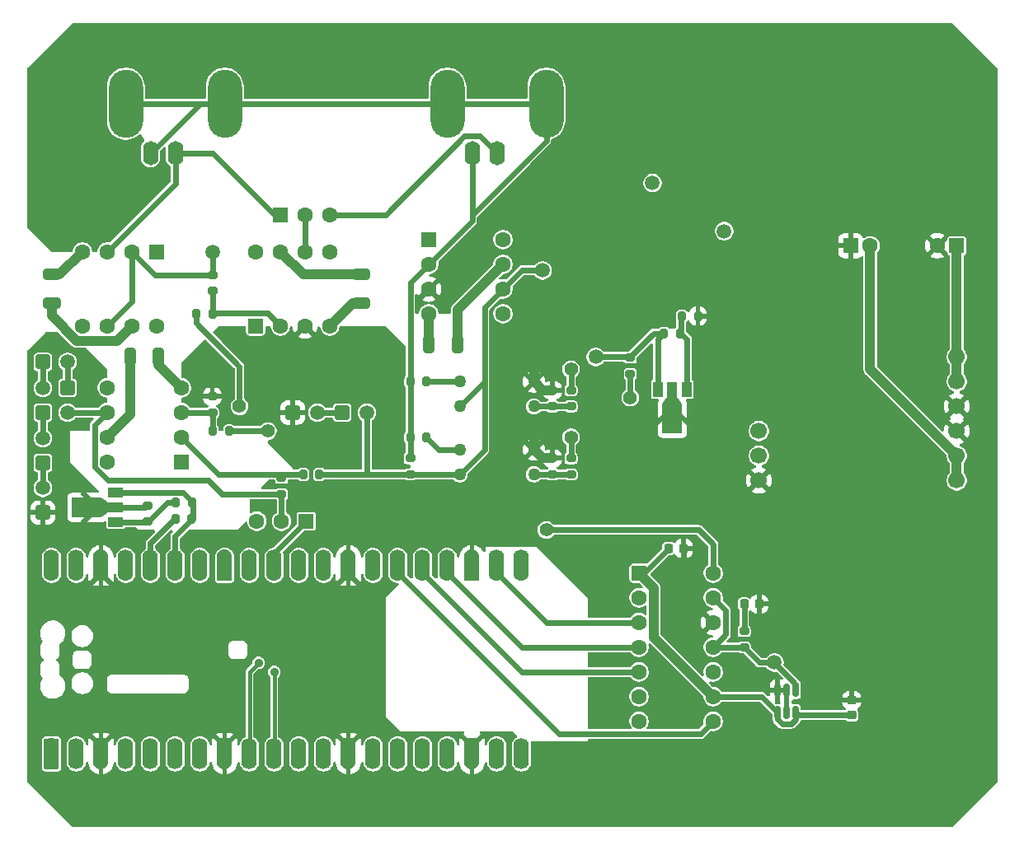
<source format=gbr>
%TF.GenerationSoftware,KiCad,Pcbnew,9.0.1*%
%TF.CreationDate,2025-07-18T21:26:47+09:00*%
%TF.ProjectId,SMU,534d552e-6b69-4636-9164-5f7063625858,rev?*%
%TF.SameCoordinates,Original*%
%TF.FileFunction,Copper,L1,Top*%
%TF.FilePolarity,Positive*%
%FSLAX46Y46*%
G04 Gerber Fmt 4.6, Leading zero omitted, Abs format (unit mm)*
G04 Created by KiCad (PCBNEW 9.0.1) date 2025-07-18 21:26:47*
%MOMM*%
%LPD*%
G01*
G04 APERTURE LIST*
G04 Aperture macros list*
%AMRoundRect*
0 Rectangle with rounded corners*
0 $1 Rounding radius*
0 $2 $3 $4 $5 $6 $7 $8 $9 X,Y pos of 4 corners*
0 Add a 4 corners polygon primitive as box body*
4,1,4,$2,$3,$4,$5,$6,$7,$8,$9,$2,$3,0*
0 Add four circle primitives for the rounded corners*
1,1,$1+$1,$2,$3*
1,1,$1+$1,$4,$5*
1,1,$1+$1,$6,$7*
1,1,$1+$1,$8,$9*
0 Add four rect primitives between the rounded corners*
20,1,$1+$1,$2,$3,$4,$5,0*
20,1,$1+$1,$4,$5,$6,$7,0*
20,1,$1+$1,$6,$7,$8,$9,0*
20,1,$1+$1,$8,$9,$2,$3,0*%
%AMFreePoly0*
4,1,19,1.003536,4.453536,1.005000,4.450000,1.005000,1.450000,1.004069,1.447094,0.504069,0.747094,0.500822,0.745068,0.500000,0.745000,0.500000,-0.750000,-0.500000,-0.750000,-0.500000,0.745000,-0.503536,0.746464,-0.504069,0.747094,-1.004069,1.447094,-1.005000,1.450000,-1.005000,4.450000,-1.003536,4.453536,-1.000000,4.455000,1.000000,4.455000,1.003536,4.453536,1.003536,4.453536,
$1*%
%AMFreePoly1*
4,1,37,0.800000,0.796148,0.878414,0.796148,1.032228,0.765552,1.177117,0.705537,1.307515,0.618408,1.418408,0.507515,1.505537,0.377117,1.565552,0.232228,1.596148,0.078414,1.596148,-0.078414,1.565552,-0.232228,1.505537,-0.377117,1.418408,-0.507515,1.307515,-0.618408,1.177117,-0.705537,1.032228,-0.765552,0.878414,-0.796148,0.800000,-0.796148,0.800000,-0.800000,-1.400000,-0.800000,
-1.403843,-0.796157,-1.439018,-0.796157,-1.511114,-0.766294,-1.566294,-0.711114,-1.596157,-0.639018,-1.596157,-0.603843,-1.600000,-0.600000,-1.600000,0.600000,-1.596157,0.603843,-1.596157,0.639018,-1.566294,0.711114,-1.511114,0.766294,-1.439018,0.796157,-1.403843,0.796157,-1.400000,0.800000,0.800000,0.800000,0.800000,0.796148,0.800000,0.796148,$1*%
%AMFreePoly2*
4,1,37,1.403843,0.796157,1.439018,0.796157,1.511114,0.766294,1.566294,0.711114,1.596157,0.639018,1.596157,0.603843,1.600000,0.600000,1.600000,-0.600000,1.596157,-0.603843,1.596157,-0.639018,1.566294,-0.711114,1.511114,-0.766294,1.439018,-0.796157,1.403843,-0.796157,1.400000,-0.800000,-0.800000,-0.800000,-0.800000,-0.796148,-0.878414,-0.796148,-1.032228,-0.765552,-1.177117,-0.705537,
-1.307515,-0.618408,-1.418408,-0.507515,-1.505537,-0.377117,-1.565552,-0.232228,-1.596148,-0.078414,-1.596148,0.078414,-1.565552,0.232228,-1.505537,0.377117,-1.418408,0.507515,-1.307515,0.618408,-1.177117,0.705537,-1.032228,0.765552,-0.878414,0.796148,-0.800000,0.796148,-0.800000,0.800000,1.400000,0.800000,1.403843,0.796157,1.403843,0.796157,$1*%
%AMFreePoly3*
4,1,37,0.603843,0.796157,0.639018,0.796157,0.711114,0.766294,0.766294,0.711114,0.796157,0.639018,0.796157,0.603843,0.800000,0.600000,0.800000,-0.600000,0.796157,-0.603843,0.796157,-0.639018,0.766294,-0.711114,0.711114,-0.766294,0.639018,-0.796157,0.603843,-0.796157,0.600000,-0.800000,0.000000,-0.800000,0.000000,-0.796148,-0.078414,-0.796148,-0.232228,-0.765552,-0.377117,-0.705537,
-0.507515,-0.618408,-0.618408,-0.507515,-0.705537,-0.377117,-0.765552,-0.232228,-0.796148,-0.078414,-0.796148,0.078414,-0.765552,0.232228,-0.705537,0.377117,-0.618408,0.507515,-0.507515,0.618408,-0.377117,0.705537,-0.232228,0.765552,-0.078414,0.796148,0.000000,0.796148,0.000000,0.800000,0.600000,0.800000,0.603843,0.796157,0.603843,0.796157,$1*%
%AMFreePoly4*
4,1,37,0.000000,0.796148,0.078414,0.796148,0.232228,0.765552,0.377117,0.705537,0.507515,0.618408,0.618408,0.507515,0.705537,0.377117,0.765552,0.232228,0.796148,0.078414,0.796148,-0.078414,0.765552,-0.232228,0.705537,-0.377117,0.618408,-0.507515,0.507515,-0.618408,0.377117,-0.705537,0.232228,-0.765552,0.078414,-0.796148,0.000000,-0.796148,0.000000,-0.800000,-0.600000,-0.800000,
-0.603843,-0.796157,-0.639018,-0.796157,-0.711114,-0.766294,-0.766294,-0.711114,-0.796157,-0.639018,-0.796157,-0.603843,-0.800000,-0.600000,-0.800000,0.600000,-0.796157,0.603843,-0.796157,0.639018,-0.766294,0.711114,-0.711114,0.766294,-0.639018,0.796157,-0.603843,0.796157,-0.600000,0.800000,0.000000,0.800000,0.000000,0.796148,0.000000,0.796148,$1*%
G04 Aperture macros list end*
%TA.AperFunction,ComponentPad*%
%ADD10RoundRect,0.250001X0.499999X-0.499999X0.499999X0.499999X-0.499999X0.499999X-0.499999X-0.499999X0*%
%TD*%
%TA.AperFunction,ComponentPad*%
%ADD11C,1.500000*%
%TD*%
%TA.AperFunction,ComponentPad*%
%ADD12RoundRect,0.250001X-0.499999X-0.499999X0.499999X-0.499999X0.499999X0.499999X-0.499999X0.499999X0*%
%TD*%
%TA.AperFunction,SMDPad,CuDef*%
%ADD13RoundRect,0.200000X-0.200000X-0.275000X0.200000X-0.275000X0.200000X0.275000X-0.200000X0.275000X0*%
%TD*%
%TA.AperFunction,SMDPad,CuDef*%
%ADD14RoundRect,0.200000X-0.275000X0.200000X-0.275000X-0.200000X0.275000X-0.200000X0.275000X0.200000X0*%
%TD*%
%TA.AperFunction,SMDPad,CuDef*%
%ADD15RoundRect,0.200000X0.275000X-0.200000X0.275000X0.200000X-0.275000X0.200000X-0.275000X-0.200000X0*%
%TD*%
%TA.AperFunction,SMDPad,CuDef*%
%ADD16RoundRect,0.200000X0.200000X0.275000X-0.200000X0.275000X-0.200000X-0.275000X0.200000X-0.275000X0*%
%TD*%
%TA.AperFunction,ComponentPad*%
%ADD17C,1.270000*%
%TD*%
%TA.AperFunction,ComponentPad*%
%ADD18RoundRect,0.250000X-0.550000X-0.550000X0.550000X-0.550000X0.550000X0.550000X-0.550000X0.550000X0*%
%TD*%
%TA.AperFunction,ComponentPad*%
%ADD19C,1.600000*%
%TD*%
%TA.AperFunction,SMDPad,CuDef*%
%ADD20RoundRect,0.250000X-0.650000X0.325000X-0.650000X-0.325000X0.650000X-0.325000X0.650000X0.325000X0*%
%TD*%
%TA.AperFunction,SMDPad,CuDef*%
%ADD21RoundRect,0.225000X-0.225000X-0.250000X0.225000X-0.250000X0.225000X0.250000X-0.225000X0.250000X0*%
%TD*%
%TA.AperFunction,SMDPad,CuDef*%
%ADD22RoundRect,0.225000X-0.250000X0.225000X-0.250000X-0.225000X0.250000X-0.225000X0.250000X0.225000X0*%
%TD*%
%TA.AperFunction,ComponentPad*%
%ADD23RoundRect,0.250000X0.550000X0.550000X-0.550000X0.550000X-0.550000X-0.550000X0.550000X-0.550000X0*%
%TD*%
%TA.AperFunction,ComponentPad*%
%ADD24O,1.600000X2.500000*%
%TD*%
%TA.AperFunction,ComponentPad*%
%ADD25O,3.500000X7.000000*%
%TD*%
%TA.AperFunction,SMDPad,CuDef*%
%ADD26RoundRect,0.250000X0.325000X0.650000X-0.325000X0.650000X-0.325000X-0.650000X0.325000X-0.650000X0*%
%TD*%
%TA.AperFunction,SMDPad,CuDef*%
%ADD27RoundRect,0.225000X0.225000X0.250000X-0.225000X0.250000X-0.225000X-0.250000X0.225000X-0.250000X0*%
%TD*%
%TA.AperFunction,SMDPad,CuDef*%
%ADD28RoundRect,0.150000X-0.150000X0.512500X-0.150000X-0.512500X0.150000X-0.512500X0.150000X0.512500X0*%
%TD*%
%TA.AperFunction,ComponentPad*%
%ADD29RoundRect,0.250001X-0.499999X0.499999X-0.499999X-0.499999X0.499999X-0.499999X0.499999X0.499999X0*%
%TD*%
%TA.AperFunction,ComponentPad*%
%ADD30C,1.700000*%
%TD*%
%TA.AperFunction,ComponentPad*%
%ADD31R,1.500000X1.500000*%
%TD*%
%TA.AperFunction,ComponentPad*%
%ADD32RoundRect,0.250000X0.550000X-0.550000X0.550000X0.550000X-0.550000X0.550000X-0.550000X-0.550000X0*%
%TD*%
%TA.AperFunction,SMDPad,CuDef*%
%ADD33R,1.500000X1.000000*%
%TD*%
%TA.AperFunction,SMDPad,CuDef*%
%ADD34FreePoly0,90.000000*%
%TD*%
%TA.AperFunction,SMDPad,CuDef*%
%ADD35RoundRect,0.250000X0.650000X-0.325000X0.650000X0.325000X-0.650000X0.325000X-0.650000X-0.325000X0*%
%TD*%
%TA.AperFunction,ComponentPad*%
%ADD36RoundRect,0.250000X-0.550000X0.550000X-0.550000X-0.550000X0.550000X-0.550000X0.550000X0.550000X0*%
%TD*%
%TA.AperFunction,SMDPad,CuDef*%
%ADD37R,1.000000X1.500000*%
%TD*%
%TA.AperFunction,SMDPad,CuDef*%
%ADD38FreePoly0,180.000000*%
%TD*%
%TA.AperFunction,SMDPad,CuDef*%
%ADD39FreePoly1,90.000000*%
%TD*%
%TA.AperFunction,ComponentPad*%
%ADD40RoundRect,0.200000X0.600000X-0.600000X0.600000X0.600000X-0.600000X0.600000X-0.600000X-0.600000X0*%
%TD*%
%TA.AperFunction,SMDPad,CuDef*%
%ADD41RoundRect,0.800000X0.000010X-0.800000X0.000010X0.800000X-0.000010X0.800000X-0.000010X-0.800000X0*%
%TD*%
%TA.AperFunction,SMDPad,CuDef*%
%ADD42FreePoly2,90.000000*%
%TD*%
%TA.AperFunction,ComponentPad*%
%ADD43FreePoly3,90.000000*%
%TD*%
%TA.AperFunction,ComponentPad*%
%ADD44FreePoly4,90.000000*%
%TD*%
%TA.AperFunction,ViaPad*%
%ADD45C,1.400000*%
%TD*%
%TA.AperFunction,ViaPad*%
%ADD46C,1.500000*%
%TD*%
%TA.AperFunction,ViaPad*%
%ADD47C,0.900000*%
%TD*%
%TA.AperFunction,Conductor*%
%ADD48C,1.000000*%
%TD*%
%TA.AperFunction,Conductor*%
%ADD49C,0.600000*%
%TD*%
%TA.AperFunction,Conductor*%
%ADD50C,0.400000*%
%TD*%
G04 APERTURE END LIST*
D10*
%TO.P,D3,1,K*%
%TO.N,Net-(D2-A)*%
X26797000Y-156210000D03*
D11*
%TO.P,D3,2,A*%
%TO.N,Net-(D3-A)*%
X26797000Y-153670000D03*
%TD*%
D12*
%TO.P,D4,1,K*%
%TO.N,Net-(D3-A)*%
X26797000Y-151003000D03*
D11*
%TO.P,D4,2,A*%
%TO.N,Net-(D4-A)*%
X29337000Y-151003000D03*
%TD*%
D13*
%TO.P,R6,1*%
%TO.N,3.0V_REF*%
X90591500Y-148082000D03*
%TO.P,R6,2*%
%TO.N,Net-(U5-REF)*%
X92241500Y-148082000D03*
%TD*%
D12*
%TO.P,D7,1,K*%
%TO.N,Net-(D6-A)*%
X57531000Y-156210000D03*
D11*
%TO.P,D7,2,A*%
%TO.N,/PotentioStatUnit/Vcrr*%
X60071000Y-156210000D03*
%TD*%
D14*
%TO.P,R14,1*%
%TO.N,GND*%
X79125000Y-160915000D03*
%TO.P,R14,2*%
%TO.N,Net-(R14-Pad2)*%
X79125000Y-162565000D03*
%TD*%
D15*
%TO.P,R17,1*%
%TO.N,/\u53CD\u8EE2\u56DE\u8DEF/OUTPUT*%
X51308000Y-164591000D03*
%TO.P,R17,2*%
%TO.N,Net-(U11--)*%
X51308000Y-162941000D03*
%TD*%
D16*
%TO.P,R1,1*%
%TO.N,Net-(A1-ADC_VREF)*%
X42076500Y-167132000D03*
%TO.P,R1,2*%
%TO.N,+3.3V*%
X40426500Y-167132000D03*
%TD*%
D17*
%TO.P,U10,1,1*%
%TO.N,Net-(R14-Pad2)*%
X77220000Y-162565000D03*
%TO.P,U10,2,2*%
%TO.N,GND*%
X77220000Y-160025000D03*
%TO.P,U10,3,3*%
%TO.N,Net-(R11-Pad2)*%
X69600000Y-160025000D03*
%TO.P,U10,4,4*%
%TO.N,/PotentioStatUnit/Vcrr*%
X69600000Y-162565000D03*
%TD*%
D13*
%TO.P,R8,1*%
%TO.N,/PotentioStatUnit/INPUT*%
X42550000Y-146055000D03*
%TO.P,R8,2*%
%TO.N,Net-(U6--)*%
X44200000Y-146055000D03*
%TD*%
%TO.P,R10,1*%
%TO.N,/PotentioStatUnit/WE*%
X64520000Y-153040000D03*
%TO.P,R10,2*%
%TO.N,Net-(R10-Pad2)*%
X66170000Y-153040000D03*
%TD*%
%TO.P,R19,1*%
%TO.N,Net-(U11--)*%
X53535000Y-162560000D03*
%TO.P,R19,2*%
%TO.N,/PotentioStatUnit/Vcrr*%
X55185000Y-162560000D03*
%TD*%
D15*
%TO.P,R20,1*%
%TO.N,Net-(U11-+)*%
X44200000Y-156210000D03*
%TO.P,R20,2*%
%TO.N,GND*%
X44200000Y-154560000D03*
%TD*%
D18*
%TO.P,C2,1*%
%TO.N,GND*%
X109760000Y-139065000D03*
D19*
%TO.P,C2,2*%
%TO.N,-12V*%
X111760000Y-139065000D03*
%TD*%
D16*
%TO.P,R7,1*%
%TO.N,GND*%
X94066500Y-146304000D03*
%TO.P,R7,2*%
%TO.N,Net-(U5-REF)*%
X92416500Y-146304000D03*
%TD*%
D20*
%TO.P,C6,1*%
%TO.N,+12V*%
X59440000Y-142040000D03*
%TO.P,C6,2*%
%TO.N,-12V*%
X59440000Y-144990000D03*
%TD*%
D21*
%TO.P,C4,1*%
%TO.N,+3.3V*%
X91050000Y-170180000D03*
%TO.P,C4,2*%
%TO.N,GND*%
X92600000Y-170180000D03*
%TD*%
D22*
%TO.P,C3,1*%
%TO.N,GND*%
X109855000Y-185775000D03*
%TO.P,C3,2*%
%TO.N,+3.3V*%
X109855000Y-187325000D03*
%TD*%
D23*
%TO.P,C1,1*%
%TO.N,+12V*%
X120650000Y-139065000D03*
D19*
%TO.P,C1,2*%
%TO.N,GND*%
X118650000Y-139065000D03*
%TD*%
D24*
%TO.P,J2,1,In*%
%TO.N,Net-(J2-In)*%
X73410000Y-129540000D03*
D25*
%TO.P,J2,2,Ext*%
%TO.N,/PotentioStatUnit/WE*%
X68330000Y-124460000D03*
D24*
X70870000Y-129540000D03*
D25*
X78490000Y-124460000D03*
%TD*%
D18*
%TO.P,U8,1,VOS*%
%TO.N,unconnected-(U8-VOS-Pad1)*%
X66430000Y-138435000D03*
D19*
%TO.P,U8,2,-*%
%TO.N,/PotentioStatUnit/WE*%
X66430000Y-140975000D03*
%TO.P,U8,3,+*%
%TO.N,GND*%
X66430000Y-143515000D03*
%TO.P,U8,4,V-*%
%TO.N,-12V*%
X66430000Y-146055000D03*
%TO.P,U8,5,NC*%
%TO.N,unconnected-(U8-NC-Pad5)*%
X74050000Y-146055000D03*
%TO.P,U8,6*%
%TO.N,/PotentioStatUnit/Vcrr*%
X74050000Y-143515000D03*
%TO.P,U8,7,V+*%
%TO.N,+12V*%
X74050000Y-140975000D03*
%TO.P,U8,8,VOS*%
%TO.N,unconnected-(U8-VOS-Pad8)*%
X74050000Y-138435000D03*
%TD*%
D26*
%TO.P,C8,1*%
%TO.N,+12V*%
X69375000Y-149230000D03*
%TO.P,C8,2*%
%TO.N,-12V*%
X66425000Y-149230000D03*
%TD*%
D18*
%TO.P,U4,1,Vdd*%
%TO.N,+3.3V*%
X88015000Y-172720000D03*
D19*
%TO.P,U4,2,NC*%
%TO.N,unconnected-(U4-NC-Pad2)*%
X88015000Y-175260000D03*
%TO.P,U4,3,~{CS}*%
%TO.N,Net-(A1-GPIO17)*%
X88015000Y-177800000D03*
%TO.P,U4,4,SCK*%
%TO.N,Net-(A1-GPIO18)*%
X88015000Y-180340000D03*
%TO.P,U4,5,SDI*%
%TO.N,Net-(A1-GPIO19)*%
X88015000Y-182880000D03*
%TO.P,U4,6,NC*%
%TO.N,unconnected-(U4-NC-Pad6)*%
X88015000Y-185420000D03*
%TO.P,U4,7,NC*%
%TO.N,unconnected-(U4-NC-Pad7)*%
X88015000Y-187960000D03*
%TO.P,U4,8,~{LDAC}*%
%TO.N,Net-(A1-GPIO20)*%
X95635000Y-187960000D03*
%TO.P,U4,9,~{SHDN}*%
%TO.N,+3.3V*%
X95635000Y-185420000D03*
%TO.P,U4,10,VB*%
%TO.N,unconnected-(U4-VB-Pad10)*%
X95635000Y-182880000D03*
%TO.P,U4,11,VrefB*%
%TO.N,/REF_+2.048V*%
X95635000Y-180340000D03*
%TO.P,U4,12,Vss*%
%TO.N,GND*%
X95635000Y-177800000D03*
%TO.P,U4,13,VrefA*%
%TO.N,/REF_+2.048V*%
X95635000Y-175260000D03*
%TO.P,U4,14,VA*%
%TO.N,/PotentioStatUnit/INPUT*%
X95635000Y-172720000D03*
%TD*%
D15*
%TO.P,R4,1*%
%TO.N,/REF_+2.048V*%
X98810000Y-180340000D03*
%TO.P,R4,2*%
%TO.N,Net-(C5-Pad2)*%
X98810000Y-178690000D03*
%TD*%
D13*
%TO.P,R11,1*%
%TO.N,/PotentioStatUnit/WE*%
X64520000Y-158755000D03*
%TO.P,R11,2*%
%TO.N,Net-(R11-Pad2)*%
X66170000Y-158755000D03*
%TD*%
D10*
%TO.P,D1,1,K*%
%TO.N,GND*%
X26797000Y-166497000D03*
D11*
%TO.P,D1,2,A*%
%TO.N,Net-(D1-A)*%
X26797000Y-163957000D03*
%TD*%
D27*
%TO.P,C5,1*%
%TO.N,GND*%
X100360000Y-175895000D03*
%TO.P,C5,2*%
%TO.N,Net-(C5-Pad2)*%
X98810000Y-175895000D03*
%TD*%
D14*
%TO.P,R15,1*%
%TO.N,x10k_1*%
X81030000Y-153930000D03*
%TO.P,R15,2*%
%TO.N,Net-(R13-Pad1)*%
X81030000Y-155580000D03*
%TD*%
D28*
%TO.P,U3,1,OUT*%
%TO.N,/REF_+2.048V*%
X104140000Y-184785000D03*
%TO.P,U3,2,GND*%
%TO.N,GND*%
X103190000Y-184785000D03*
%TO.P,U3,3,GND*%
X102240000Y-184785000D03*
%TO.P,U3,4,~{SHDN}*%
%TO.N,+3.3V*%
X102240000Y-187060000D03*
%TO.P,U3,5,GND*%
%TO.N,GND*%
X103190000Y-187060000D03*
%TO.P,U3,6,VDD*%
%TO.N,+3.3V*%
X104140000Y-187060000D03*
%TD*%
D15*
%TO.P,R13,1*%
%TO.N,Net-(R13-Pad1)*%
X79125000Y-155580000D03*
%TO.P,R13,2*%
%TO.N,GND*%
X79125000Y-153930000D03*
%TD*%
D26*
%TO.P,C9,1*%
%TO.N,-12V*%
X38690000Y-150490000D03*
%TO.P,C9,2*%
%TO.N,+12V*%
X35740000Y-150490000D03*
%TD*%
D29*
%TO.P,D5,1,K*%
%TO.N,Net-(D4-A)*%
X29337000Y-153670000D03*
D11*
%TO.P,D5,2,A*%
%TO.N,/\u53CD\u8EE2\u56DE\u8DEF/OUTPUT*%
X29337000Y-156210000D03*
%TD*%
D30*
%TO.P,U1,1,IN+*%
%TO.N,VSYS*%
X100330000Y-158115000D03*
%TO.P,U1,2,EN*%
X100330000Y-160655000D03*
%TO.P,U1,3,GND*%
%TO.N,GND*%
X100330000Y-163195000D03*
%TO.P,U1,4,+OUT*%
%TO.N,+12V*%
X120650000Y-150495000D03*
%TO.P,U1,5,+OUT*%
X120650000Y-153035000D03*
%TO.P,U1,6,GND*%
%TO.N,GND*%
X120650000Y-155575000D03*
%TO.P,U1,7,GND*%
X120650000Y-158115000D03*
%TO.P,U1,8,-OUT*%
%TO.N,-12V*%
X120650000Y-160655000D03*
%TO.P,U1,9,-OUT*%
X120650000Y-163195000D03*
%TD*%
D31*
%TO.P,SW2,1,A*%
%TO.N,/PotentioStatUnit/RE*%
X51185000Y-135890000D03*
D19*
%TO.P,SW2,2,B*%
%TO.N,/PotentioStatUnit/CE*%
X53725000Y-135890000D03*
%TO.P,SW2,3,C*%
%TO.N,Net-(J2-In)*%
X56265000Y-135890000D03*
%TD*%
D16*
%TO.P,R18,1*%
%TO.N,3.0V_REF*%
X45910000Y-158115000D03*
%TO.P,R18,2*%
%TO.N,Net-(U11-+)*%
X44260000Y-158115000D03*
%TD*%
D32*
%TO.P,U6,1,VOS*%
%TO.N,unconnected-(U6-VOS-Pad1)*%
X48645000Y-147320000D03*
D19*
%TO.P,U6,2,-*%
%TO.N,Net-(U6--)*%
X51185000Y-147320000D03*
%TO.P,U6,3,+*%
%TO.N,GND*%
X53725000Y-147320000D03*
%TO.P,U6,4,V-*%
%TO.N,-12V*%
X56265000Y-147320000D03*
%TO.P,U6,5,NC*%
%TO.N,unconnected-(U6-NC-Pad5)*%
X56265000Y-139700000D03*
%TO.P,U6,6*%
%TO.N,/PotentioStatUnit/CE*%
X53725000Y-139700000D03*
%TO.P,U6,7,V+*%
%TO.N,+12V*%
X51185000Y-139700000D03*
%TO.P,U6,8,VOS*%
%TO.N,unconnected-(U6-VOS-Pad8)*%
X48645000Y-139700000D03*
%TD*%
D24*
%TO.P,J1,1,In*%
%TO.N,/PotentioStatUnit/RE*%
X40390000Y-129540000D03*
D25*
%TO.P,J1,2,Ext*%
%TO.N,/PotentioStatUnit/WE*%
X35310000Y-124460000D03*
D24*
X37850000Y-129540000D03*
D25*
X45470000Y-124460000D03*
%TD*%
D31*
%TO.P,SW1,1,A*%
%TO.N,Net-(A1-GPIO26_ADC0)*%
X53848000Y-167386000D03*
D19*
%TO.P,SW1,2,B*%
%TO.N,/\u53CD\u8EE2\u56DE\u8DEF/OUTPUT*%
X51308000Y-167386000D03*
%TO.P,SW1,3,C*%
%TO.N,unconnected-(SW1-C-Pad3)*%
X48768000Y-167386000D03*
%TD*%
D10*
%TO.P,D2,1,K*%
%TO.N,Net-(D1-A)*%
X26797000Y-161398670D03*
D11*
%TO.P,D2,2,A*%
%TO.N,Net-(D2-A)*%
X26797000Y-158858670D03*
%TD*%
D14*
%TO.P,R9,1*%
%TO.N,/PotentioStatUnit/Vre*%
X44200000Y-142055000D03*
%TO.P,R9,2*%
%TO.N,Net-(U6--)*%
X44200000Y-143705000D03*
%TD*%
D33*
%TO.P,U2,1,REF*%
%TO.N,Net-(U2-REF)*%
X34290000Y-167465000D03*
D34*
%TO.P,U2,2,ANODE*%
%TO.N,GND*%
X34290000Y-165965000D03*
D33*
%TO.P,U2,3,CATHODE*%
%TO.N,Net-(A1-ADC_VREF)*%
X34290000Y-164465000D03*
%TD*%
D23*
%TO.P,U11,1,VOS*%
%TO.N,unconnected-(U11-VOS-Pad1)*%
X41020000Y-161290000D03*
D19*
%TO.P,U11,2,-*%
%TO.N,Net-(U11--)*%
X41020000Y-158750000D03*
%TO.P,U11,3,+*%
%TO.N,Net-(U11-+)*%
X41020000Y-156210000D03*
%TO.P,U11,4,V-*%
%TO.N,-12V*%
X41020000Y-153670000D03*
%TO.P,U11,5,NC*%
%TO.N,unconnected-(U11-NC-Pad5)*%
X33400000Y-153670000D03*
%TO.P,U11,6*%
%TO.N,/\u53CD\u8EE2\u56DE\u8DEF/OUTPUT*%
X33400000Y-156210000D03*
%TO.P,U11,7,V+*%
%TO.N,+12V*%
X33400000Y-158750000D03*
%TO.P,U11,8,VOS*%
%TO.N,unconnected-(U11-VOS-Pad8)*%
X33400000Y-161290000D03*
%TD*%
D35*
%TO.P,C7,1*%
%TO.N,+12V*%
X27690000Y-144990000D03*
%TO.P,C7,2*%
%TO.N,-12V*%
X27690000Y-142040000D03*
%TD*%
D14*
%TO.P,R12,1*%
%TO.N,/PotentioStatUnit/WE*%
X64520000Y-160915000D03*
%TO.P,R12,2*%
%TO.N,/PotentioStatUnit/Vcrr*%
X64520000Y-162565000D03*
%TD*%
D15*
%TO.P,R16,1*%
%TO.N,Net-(R14-Pad2)*%
X81030000Y-162565000D03*
%TO.P,R16,2*%
%TO.N,x1k_1*%
X81030000Y-160915000D03*
%TD*%
D14*
%TO.P,R5,1*%
%TO.N,3.0V_REF*%
X87122000Y-150582500D03*
%TO.P,R5,2*%
%TO.N,+3.3V*%
X87122000Y-152232500D03*
%TD*%
D12*
%TO.P,D6,1,K*%
%TO.N,GND*%
X52451000Y-156210000D03*
D11*
%TO.P,D6,2,A*%
%TO.N,Net-(D6-A)*%
X54991000Y-156210000D03*
%TD*%
D17*
%TO.P,U9,1,1*%
%TO.N,Net-(R13-Pad1)*%
X77220000Y-155580000D03*
%TO.P,U9,2,2*%
%TO.N,GND*%
X77220000Y-153040000D03*
%TO.P,U9,3,3*%
%TO.N,Net-(R10-Pad2)*%
X69600000Y-153040000D03*
%TO.P,U9,4,4*%
%TO.N,/PotentioStatUnit/Vcrr*%
X69600000Y-155580000D03*
%TD*%
D14*
%TO.P,R3,1*%
%TO.N,GND*%
X37592000Y-165775500D03*
%TO.P,R3,2*%
%TO.N,Net-(U2-REF)*%
X37592000Y-167425500D03*
%TD*%
D36*
%TO.P,U7,1,VOS*%
%TO.N,unconnected-(U7-VOS-Pad1)*%
X38485000Y-139705000D03*
D19*
%TO.P,U7,2,-*%
%TO.N,/PotentioStatUnit/Vre*%
X35945000Y-139705000D03*
%TO.P,U7,3,+*%
%TO.N,/PotentioStatUnit/RE*%
X33405000Y-139705000D03*
%TO.P,U7,4,V-*%
%TO.N,-12V*%
X30865000Y-139705000D03*
%TO.P,U7,5,NC*%
%TO.N,unconnected-(U7-NC-Pad5)*%
X30865000Y-147325000D03*
%TO.P,U7,6*%
%TO.N,/PotentioStatUnit/Vre*%
X33405000Y-147325000D03*
%TO.P,U7,7,V+*%
%TO.N,+12V*%
X35945000Y-147325000D03*
%TO.P,U7,8,VOS*%
%TO.N,unconnected-(U7-VOS-Pad8)*%
X38485000Y-147325000D03*
%TD*%
D37*
%TO.P,U5,1,REF*%
%TO.N,Net-(U5-REF)*%
X92940000Y-153849500D03*
D38*
%TO.P,U5,2,ANODE*%
%TO.N,GND*%
X91440000Y-153849500D03*
D37*
%TO.P,U5,3,CATHODE*%
%TO.N,3.0V_REF*%
X89940000Y-153849500D03*
%TD*%
D16*
%TO.P,R2,1*%
%TO.N,Net-(A1-ADC_VREF)*%
X42100000Y-165481000D03*
%TO.P,R2,2*%
%TO.N,Net-(U2-REF)*%
X40450000Y-165481000D03*
%TD*%
D39*
%TO.P,A1,1,GPIO0*%
%TO.N,unconnected-(A1-GPIO0-Pad1)*%
X27686000Y-191300000D03*
D40*
X27686000Y-190500000D03*
D41*
%TO.P,A1,2,GPIO1*%
%TO.N,unconnected-(A1-GPIO1-Pad2)*%
X30226000Y-191300000D03*
D19*
X30226000Y-190500000D03*
D42*
%TO.P,A1,3,GND*%
%TO.N,GND*%
X32766000Y-191300000D03*
D43*
X32766000Y-190500000D03*
D41*
%TO.P,A1,4,GPIO2*%
%TO.N,unconnected-(A1-GPIO2-Pad4)*%
X35306000Y-191300000D03*
D19*
X35306000Y-190500000D03*
D41*
%TO.P,A1,5,GPIO3*%
%TO.N,unconnected-(A1-GPIO3-Pad5)*%
X37846000Y-191300000D03*
D19*
X37846000Y-190500000D03*
D41*
%TO.P,A1,6,GPIO4*%
%TO.N,unconnected-(A1-GPIO4-Pad6)*%
X40386000Y-191300000D03*
D19*
X40386000Y-190500000D03*
D41*
%TO.P,A1,7,GPIO5*%
%TO.N,unconnected-(A1-GPIO5-Pad7)*%
X42926000Y-191300000D03*
D19*
X42926000Y-190500000D03*
D42*
%TO.P,A1,8,GND*%
%TO.N,GND*%
X45466000Y-191300000D03*
D43*
X45466000Y-190500000D03*
D41*
%TO.P,A1,9,GPIO6*%
%TO.N,x1k_1*%
X48006000Y-191300000D03*
D19*
X48006000Y-190500000D03*
D41*
%TO.P,A1,10,GPIO7*%
%TO.N,x10k_1*%
X50546000Y-191300000D03*
D19*
X50546000Y-190500000D03*
D41*
%TO.P,A1,11,GPIO8*%
%TO.N,unconnected-(A1-GPIO8-Pad11)*%
X53086000Y-191300000D03*
D19*
X53086000Y-190500000D03*
D41*
%TO.P,A1,12,GPIO9*%
%TO.N,unconnected-(A1-GPIO9-Pad12)*%
X55626000Y-191300000D03*
D19*
X55626000Y-190500000D03*
D42*
%TO.P,A1,13,GND*%
%TO.N,GND*%
X58166000Y-191300000D03*
D43*
X58166000Y-190500000D03*
D41*
%TO.P,A1,14,GPIO10*%
%TO.N,unconnected-(A1-GPIO10-Pad14)*%
X60706000Y-191300000D03*
D19*
X60706000Y-190500000D03*
D41*
%TO.P,A1,15,GPIO11*%
%TO.N,unconnected-(A1-GPIO11-Pad15)*%
X63246000Y-191300000D03*
D19*
X63246000Y-190500000D03*
D41*
%TO.P,A1,16,GPIO12*%
%TO.N,unconnected-(A1-GPIO12-Pad16)*%
X65786000Y-191300000D03*
D19*
X65786000Y-190500000D03*
D41*
%TO.P,A1,17,GPIO13*%
%TO.N,unconnected-(A1-GPIO13-Pad17)*%
X68326000Y-191300000D03*
D19*
X68326000Y-190500000D03*
D42*
%TO.P,A1,18,GND*%
%TO.N,GND*%
X70866000Y-191300000D03*
D43*
X70866000Y-190500000D03*
D41*
%TO.P,A1,19,GPIO14*%
%TO.N,unconnected-(A1-GPIO14-Pad19)*%
X73406000Y-191300000D03*
D19*
X73406000Y-190500000D03*
D41*
%TO.P,A1,20,GPIO15*%
%TO.N,unconnected-(A1-GPIO15-Pad20)*%
X75946000Y-191300000D03*
D19*
X75946000Y-190500000D03*
%TO.P,A1,21,GPIO16*%
%TO.N,unconnected-(A1-GPIO16-Pad21)*%
X75946000Y-172720000D03*
D41*
X75946000Y-171920000D03*
D19*
%TO.P,A1,22,GPIO17*%
%TO.N,Net-(A1-GPIO17)*%
X73406000Y-172720000D03*
D41*
X73406000Y-171920000D03*
D44*
%TO.P,A1,23,GND*%
%TO.N,GND*%
X70866000Y-172720000D03*
D39*
X70866000Y-171920000D03*
D19*
%TO.P,A1,24,GPIO18*%
%TO.N,Net-(A1-GPIO18)*%
X68326000Y-172720000D03*
D41*
X68326000Y-171920000D03*
D19*
%TO.P,A1,25,GPIO19*%
%TO.N,Net-(A1-GPIO19)*%
X65786000Y-172720000D03*
D41*
X65786000Y-171920000D03*
D19*
%TO.P,A1,26,GPIO20*%
%TO.N,Net-(A1-GPIO20)*%
X63246000Y-172720000D03*
D41*
X63246000Y-171920000D03*
D19*
%TO.P,A1,27,GPIO21*%
%TO.N,unconnected-(A1-GPIO21-Pad27)*%
X60706000Y-172720000D03*
D41*
X60706000Y-171920000D03*
D44*
%TO.P,A1,28,GND*%
%TO.N,GND*%
X58166000Y-172720000D03*
D39*
X58166000Y-171920000D03*
D19*
%TO.P,A1,29,GPIO22*%
%TO.N,unconnected-(A1-GPIO22-Pad29)*%
X55626000Y-172720000D03*
D41*
X55626000Y-171920000D03*
D19*
%TO.P,A1,30,RUN*%
%TO.N,unconnected-(A1-RUN-Pad30)*%
X53086000Y-172720000D03*
D41*
X53086000Y-171920000D03*
D19*
%TO.P,A1,31,GPIO26_ADC0*%
%TO.N,Net-(A1-GPIO26_ADC0)*%
X50546000Y-172720000D03*
D41*
X50546000Y-171920000D03*
D19*
%TO.P,A1,32,GPIO27_ADC1*%
%TO.N,unconnected-(A1-GPIO27_ADC1-Pad32)*%
X48006000Y-172720000D03*
D41*
X48006000Y-171920000D03*
D44*
%TO.P,A1,33,AGND*%
%TO.N,unconnected-(A1-AGND-Pad33)*%
X45466000Y-172720000D03*
D39*
X45466000Y-171920000D03*
D19*
%TO.P,A1,34,GPIO28_ADC2*%
%TO.N,unconnected-(A1-GPIO28_ADC2-Pad34)*%
X42926000Y-172720000D03*
D41*
X42926000Y-171920000D03*
D19*
%TO.P,A1,35,ADC_VREF*%
%TO.N,Net-(A1-ADC_VREF)*%
X40386000Y-172720000D03*
D41*
X40386000Y-171920000D03*
D19*
%TO.P,A1,36,3V3*%
%TO.N,+3.3V*%
X37846000Y-172720000D03*
D41*
X37846000Y-171920000D03*
D19*
%TO.P,A1,37,3V3_EN*%
%TO.N,unconnected-(A1-3V3_EN-Pad37)*%
X35306000Y-172720000D03*
D41*
X35306000Y-171920000D03*
D44*
%TO.P,A1,38,GND*%
%TO.N,GND*%
X32766000Y-172720000D03*
D39*
X32766000Y-171920000D03*
D19*
%TO.P,A1,39,VSYS*%
%TO.N,VSYS*%
X30226000Y-172720000D03*
D41*
X30226000Y-171920000D03*
D19*
%TO.P,A1,40,VBUS*%
%TO.N,unconnected-(A1-VBUS-Pad40)*%
X27686000Y-172720000D03*
D41*
X27686000Y-171920000D03*
%TD*%
D45*
%TO.N,+3.3V*%
X87122000Y-154686000D03*
D46*
%TO.N,GND*%
X57785000Y-120650000D03*
X55499000Y-151130000D03*
X89408000Y-142748000D03*
%TO.N,/PotentioStatUnit/Vcrr*%
X78105000Y-141605000D03*
%TO.N,/REF_+2.048V*%
X101931250Y-181913750D03*
%TO.N,/PotentioStatUnit/Vre*%
X44200000Y-139700000D03*
D45*
%TO.N,/PotentioStatUnit/INPUT*%
X78490000Y-168275000D03*
X46990000Y-155575000D03*
%TO.N,x10k_1*%
X81030000Y-151765000D03*
D47*
X50550000Y-182880000D03*
D45*
%TO.N,x1k_1*%
X81030000Y-158750000D03*
D47*
X48945000Y-181945000D03*
D46*
%TO.N,-12V*%
X96774000Y-137564000D03*
%TO.N,+12V*%
X89408000Y-132620000D03*
%TO.N,3.0V_REF*%
X83570000Y-150495000D03*
D45*
X49915000Y-158115000D03*
%TD*%
D48*
%TO.N,+3.3V*%
X88015000Y-172720000D02*
X89516000Y-174221000D01*
D49*
X100600000Y-185420000D02*
X95635000Y-185420000D01*
X104140000Y-187722499D02*
X104140000Y-187060000D01*
D48*
X89516000Y-174221000D02*
X89516000Y-179301000D01*
D49*
X102240000Y-187060000D02*
X102240000Y-187722499D01*
X102240000Y-187060000D02*
X100600000Y-185420000D01*
X103638999Y-188223500D02*
X104140000Y-187722499D01*
X109855000Y-187325000D02*
X104405000Y-187325000D01*
X88510000Y-172720000D02*
X91050000Y-170180000D01*
X104405000Y-187325000D02*
X104140000Y-187060000D01*
X102240000Y-187722499D02*
X102741001Y-188223500D01*
X88015000Y-172720000D02*
X88510000Y-172720000D01*
X37846000Y-169625000D02*
X37846000Y-171920000D01*
X102741001Y-188223500D02*
X103638999Y-188223500D01*
X87122000Y-152320000D02*
X87122000Y-154686000D01*
D48*
X89516000Y-179301000D02*
X95635000Y-185420000D01*
D49*
X40339000Y-167132000D02*
X37846000Y-169625000D01*
%TO.N,GND*%
X92600000Y-170180000D02*
X92600000Y-174765000D01*
X92600000Y-174765000D02*
X95635000Y-177800000D01*
D48*
X79125000Y-160915000D02*
X78110000Y-160915000D01*
X77220000Y-160025000D02*
X77220000Y-158115000D01*
X77220000Y-153040000D02*
X77220000Y-151130000D01*
D49*
X34290000Y-165965000D02*
X37315000Y-165965000D01*
X37315000Y-165965000D02*
X37592000Y-165688000D01*
D48*
X78110000Y-153930000D02*
X77220000Y-153040000D01*
X79125000Y-153930000D02*
X78110000Y-153930000D01*
X78110000Y-160915000D02*
X77220000Y-160025000D01*
D49*
%TO.N,Net-(D2-A)*%
X26797000Y-156210000D02*
X26797000Y-158858670D01*
%TO.N,/PotentioStatUnit/Vcrr*%
X69600000Y-162565000D02*
X64520000Y-162565000D01*
X60085000Y-162565000D02*
X60075000Y-162555000D01*
X60075000Y-162555000D02*
X55190000Y-162555000D01*
X74050000Y-143505000D02*
X74050000Y-143515000D01*
X74050000Y-143515000D02*
X72140000Y-145425000D01*
X64520000Y-162565000D02*
X60085000Y-162565000D01*
X69600000Y-155580000D02*
X72140000Y-153040000D01*
X60071000Y-159997670D02*
X60075000Y-160001670D01*
X72140000Y-151765000D02*
X72140000Y-160025000D01*
X55190000Y-162555000D02*
X55185000Y-162560000D01*
X60071000Y-156210000D02*
X60071000Y-159997670D01*
X72140000Y-153040000D02*
X72140000Y-151765000D01*
X60075000Y-160001670D02*
X60075000Y-162555000D01*
X75950000Y-141605000D02*
X74050000Y-143505000D01*
X72140000Y-145425000D02*
X72140000Y-151765000D01*
X78105000Y-141605000D02*
X75950000Y-141605000D01*
X72140000Y-160025000D02*
X69600000Y-162565000D01*
%TO.N,/\u53CD\u8EE2\u56DE\u8DEF/OUTPUT*%
X32099000Y-157511000D02*
X32099000Y-161828892D01*
X33400000Y-156210000D02*
X32099000Y-157511000D01*
X32099000Y-161828892D02*
X33465108Y-163195000D01*
X45211000Y-164591000D02*
X51308000Y-164591000D01*
X33465108Y-163195000D02*
X43815000Y-163195000D01*
X33400000Y-156210000D02*
X29337000Y-156210000D01*
X43815000Y-163195000D02*
X45211000Y-164591000D01*
X33381670Y-156228330D02*
X33400000Y-156210000D01*
X51308000Y-167386000D02*
X51308000Y-164591000D01*
%TO.N,Net-(C5-Pad2)*%
X98810000Y-176035000D02*
X98810000Y-178690000D01*
%TO.N,Net-(D1-A)*%
X26797000Y-161398670D02*
X26797000Y-163957000D01*
%TO.N,/PotentioStatUnit/WE*%
X35310000Y-124460000D02*
X45470000Y-124460000D01*
X64520000Y-158755000D02*
X64520000Y-160915000D01*
X68330000Y-124460000D02*
X78490000Y-124460000D01*
X70870000Y-129540000D02*
X70870000Y-135890000D01*
X64520000Y-142885000D02*
X66430000Y-140975000D01*
X78490000Y-128270000D02*
X70870000Y-135890000D01*
X64520000Y-153040000D02*
X64520000Y-158755000D01*
X70870000Y-136535000D02*
X66430000Y-140975000D01*
X70870000Y-135890000D02*
X70870000Y-136535000D01*
X78490000Y-124460000D02*
X78490000Y-128270000D01*
X45470000Y-124460000D02*
X42930000Y-124460000D01*
X45470000Y-124460000D02*
X68330000Y-124460000D01*
X64520000Y-153040000D02*
X64520000Y-142885000D01*
X42930000Y-124460000D02*
X37850000Y-129540000D01*
%TO.N,/PotentioStatUnit/RE*%
X51185000Y-135890000D02*
X50550000Y-135890000D01*
X50550000Y-135890000D02*
X44200000Y-129540000D01*
X44200000Y-129540000D02*
X40390000Y-129540000D01*
X40390000Y-129540000D02*
X40390000Y-132720000D01*
X40390000Y-132720000D02*
X33405000Y-139705000D01*
%TO.N,/REF_+2.048V*%
X98810000Y-180340000D02*
X95635000Y-180340000D01*
X100383750Y-181913750D02*
X98810000Y-180340000D01*
X96936000Y-176561000D02*
X95635000Y-175260000D01*
X95635000Y-180340000D02*
X96936000Y-179039000D01*
X101931250Y-181913750D02*
X104140000Y-184122501D01*
X96936000Y-179039000D02*
X96936000Y-176561000D01*
X104140000Y-184122501D02*
X104140000Y-184785000D01*
X101931250Y-181913750D02*
X100383750Y-181913750D01*
%TO.N,/PotentioStatUnit/Vre*%
X35945000Y-139705000D02*
X35945000Y-144785000D01*
X38295000Y-142055000D02*
X44200000Y-142055000D01*
X35945000Y-144785000D02*
X33405000Y-147325000D01*
X44200000Y-142055000D02*
X44200000Y-139700000D01*
X35945000Y-139705000D02*
X38295000Y-142055000D01*
%TO.N,/PotentioStatUnit/INPUT*%
X42550000Y-147007500D02*
X42550000Y-146055000D01*
X78490000Y-168275000D02*
X94158471Y-168275000D01*
X94158471Y-168275000D02*
X95635000Y-169751529D01*
X46990000Y-155575000D02*
X46990000Y-151447500D01*
X95635000Y-169751529D02*
X95635000Y-172720000D01*
X46990000Y-151447500D02*
X42550000Y-147007500D01*
%TO.N,Net-(D3-A)*%
X26797000Y-151003000D02*
X26797000Y-153670000D01*
%TO.N,Net-(D4-A)*%
X29337000Y-153670000D02*
X29337000Y-151003000D01*
%TO.N,Net-(D6-A)*%
X57531000Y-156210000D02*
X54991000Y-156210000D01*
%TO.N,Net-(U2-REF)*%
X37544000Y-167465000D02*
X37592000Y-167513000D01*
X34290000Y-167465000D02*
X37544000Y-167465000D01*
X40362500Y-165481000D02*
X39624000Y-165481000D01*
X39624000Y-165481000D02*
X37592000Y-167513000D01*
%TO.N,/PotentioStatUnit/CE*%
X53725000Y-135890000D02*
X53725000Y-139700000D01*
%TO.N,Net-(U6--)*%
X44200000Y-143705000D02*
X44200000Y-146055000D01*
X44200000Y-146055000D02*
X44236000Y-146019000D01*
X49884000Y-146019000D02*
X51185000Y-147320000D01*
X44236000Y-146019000D02*
X49884000Y-146019000D01*
%TO.N,Net-(R10-Pad2)*%
X69600000Y-153040000D02*
X66170000Y-153040000D01*
%TO.N,Net-(R11-Pad2)*%
X67440000Y-160025000D02*
X66170000Y-158755000D01*
X69600000Y-160025000D02*
X67440000Y-160025000D01*
%TO.N,Net-(R13-Pad1)*%
X77220000Y-155580000D02*
X79125000Y-155580000D01*
X79125000Y-155580000D02*
X81030000Y-155580000D01*
%TO.N,Net-(R14-Pad2)*%
X79125000Y-162565000D02*
X81030000Y-162565000D01*
X77220000Y-162565000D02*
X79125000Y-162565000D01*
%TO.N,Net-(A1-GPIO18)*%
X75950000Y-180340000D02*
X68330000Y-172720000D01*
X88015000Y-180340000D02*
X75950000Y-180340000D01*
%TO.N,Net-(A1-GPIO17)*%
X88015000Y-177800000D02*
X78490000Y-177800000D01*
X78490000Y-177800000D02*
X73410000Y-172720000D01*
%TO.N,Net-(A1-GPIO20)*%
X95635000Y-187960000D02*
X94334000Y-189261000D01*
X94334000Y-189261000D02*
X79791000Y-189261000D01*
X79791000Y-189261000D02*
X63250000Y-172720000D01*
%TO.N,Net-(A1-GPIO19)*%
X75950000Y-182880000D02*
X65790000Y-172720000D01*
X88015000Y-182880000D02*
X75950000Y-182880000D01*
D50*
%TO.N,x10k_1*%
X50550000Y-182880000D02*
X50550000Y-190500000D01*
D49*
X81030000Y-153930000D02*
X81030000Y-151765000D01*
D50*
%TO.N,x1k_1*%
X48010000Y-182880000D02*
X48010000Y-190500000D01*
X48945000Y-181945000D02*
X48010000Y-182880000D01*
D49*
X81030000Y-160915000D02*
X81030000Y-158750000D01*
%TO.N,Net-(A1-ADC_VREF)*%
X34290000Y-164465000D02*
X41171500Y-164465000D01*
X41171500Y-164465000D02*
X42187500Y-165481000D01*
X40386000Y-168910000D02*
X40386000Y-171920000D01*
X42164000Y-167132000D02*
X40386000Y-168910000D01*
X42187500Y-167108500D02*
X42164000Y-167132000D01*
X42187500Y-165481000D02*
X42187500Y-167108500D01*
D48*
%TO.N,-12V*%
X120650000Y-160655000D02*
X111760000Y-151765000D01*
X66430000Y-146055000D02*
X66430000Y-149225000D01*
X111760000Y-151765000D02*
X111760000Y-139065000D01*
X66425000Y-146060000D02*
X66430000Y-146055000D01*
X38690000Y-150490000D02*
X38690000Y-151340000D01*
X38690000Y-151340000D02*
X41020000Y-153670000D01*
X59440000Y-144990000D02*
X58595000Y-144990000D01*
X120650000Y-160655000D02*
X120650000Y-163195000D01*
X66430000Y-149225000D02*
X66425000Y-149230000D01*
X27690000Y-142040000D02*
X28530000Y-142040000D01*
X58595000Y-144990000D02*
X56265000Y-147320000D01*
X28530000Y-142040000D02*
X30865000Y-139705000D01*
%TO.N,+12V*%
X53525000Y-142040000D02*
X51185000Y-139700000D01*
X35740000Y-156410000D02*
X33400000Y-158750000D01*
X69375000Y-147320000D02*
X69375000Y-149230000D01*
X35740000Y-150490000D02*
X35740000Y-156410000D01*
X30243265Y-148826000D02*
X27690000Y-146272735D01*
X120650000Y-150495000D02*
X120650000Y-139065000D01*
X57535000Y-142040000D02*
X59440000Y-142040000D01*
X57535000Y-142040000D02*
X53525000Y-142040000D01*
X69375000Y-147320000D02*
X69375000Y-145650000D01*
X27690000Y-146272735D02*
X27690000Y-144990000D01*
X69375000Y-145650000D02*
X74050000Y-140975000D01*
X34444000Y-148826000D02*
X30243265Y-148826000D01*
X34444000Y-148826000D02*
X35945000Y-147325000D01*
X120650000Y-153035000D02*
X120650000Y-150495000D01*
D49*
%TO.N,3.0V_REF*%
X90504000Y-148082000D02*
X89924000Y-148662000D01*
X89924000Y-148662000D02*
X89924000Y-153849500D01*
X45910000Y-158115000D02*
X49915000Y-158115000D01*
X90504000Y-148082000D02*
X89535000Y-148082000D01*
X89535000Y-148082000D02*
X87122000Y-150495000D01*
X87122000Y-150495000D02*
X83570000Y-150495000D01*
%TO.N,Net-(J2-In)*%
X70081000Y-127789000D02*
X61980000Y-135890000D01*
X71659000Y-127789000D02*
X70081000Y-127789000D01*
X73410000Y-129540000D02*
X71659000Y-127789000D01*
X56265000Y-135890000D02*
X61980000Y-135890000D01*
%TO.N,Net-(U11--)*%
X44830000Y-162560000D02*
X53535000Y-162560000D01*
X41020000Y-158750000D02*
X44830000Y-162560000D01*
%TO.N,Net-(U11-+)*%
X44200000Y-158055000D02*
X44260000Y-158115000D01*
X41020000Y-156210000D02*
X44200000Y-156210000D01*
X44200000Y-156210000D02*
X44200000Y-158055000D01*
%TO.N,Net-(A1-GPIO26_ADC0)*%
X50546000Y-170688000D02*
X50546000Y-171920000D01*
X53848000Y-167386000D02*
X50546000Y-170688000D01*
%TO.N,Net-(U5-REF)*%
X92329000Y-148082000D02*
X92329000Y-146304000D01*
X92940000Y-148693000D02*
X92329000Y-148082000D01*
X92940000Y-153849500D02*
X92940000Y-148693000D01*
%TD*%
%TA.AperFunction,Conductor*%
%TO.N,GND*%
G36*
X120216177Y-116220185D02*
G01*
X120236819Y-116236819D01*
X124763181Y-120763181D01*
X124796666Y-120824504D01*
X124799500Y-120850862D01*
X124799500Y-194149138D01*
X124779815Y-194216177D01*
X124763181Y-194236819D01*
X120236819Y-198763181D01*
X120175496Y-198796666D01*
X120149138Y-198799500D01*
X29850862Y-198799500D01*
X29783823Y-198779815D01*
X29763181Y-198763181D01*
X25236819Y-194236819D01*
X25203334Y-194175496D01*
X25200500Y-194149138D01*
X25200500Y-190421207D01*
X26680500Y-190421207D01*
X26680500Y-190423973D01*
X26680500Y-192739785D01*
X26696140Y-192818417D01*
X26696145Y-192818433D01*
X26726586Y-192891925D01*
X26726588Y-192891929D01*
X26726590Y-192891932D01*
X26771138Y-192958601D01*
X26827399Y-193014862D01*
X26894068Y-193059410D01*
X26894071Y-193059411D01*
X26894074Y-193059413D01*
X26967566Y-193089854D01*
X26967571Y-193089855D01*
X26967577Y-193089858D01*
X27046215Y-193105499D01*
X27046217Y-193105500D01*
X27046218Y-193105500D01*
X28325783Y-193105500D01*
X28325783Y-193105499D01*
X28404423Y-193089858D01*
X28431881Y-193078485D01*
X28477925Y-193059413D01*
X28477925Y-193059412D01*
X28477932Y-193059410D01*
X28544601Y-193014862D01*
X28600862Y-192958601D01*
X28645410Y-192891932D01*
X28675858Y-192818423D01*
X28691500Y-192739782D01*
X28691500Y-190421207D01*
X28689554Y-190401453D01*
X29225500Y-190401453D01*
X29225500Y-192158028D01*
X29225501Y-192158034D01*
X29236113Y-192277415D01*
X29292089Y-192473045D01*
X29292090Y-192473048D01*
X29292091Y-192473049D01*
X29386302Y-192653407D01*
X29386304Y-192653409D01*
X29514890Y-192811109D01*
X29608803Y-192887684D01*
X29672593Y-192939698D01*
X29852951Y-193033909D01*
X30048582Y-193089886D01*
X30167963Y-193100500D01*
X30284036Y-193100499D01*
X30403418Y-193089886D01*
X30599049Y-193033909D01*
X30779407Y-192939698D01*
X30937109Y-192811109D01*
X31065698Y-192653407D01*
X31159909Y-192473049D01*
X31215886Y-192277418D01*
X31219584Y-192235816D01*
X31245127Y-192170785D01*
X31301775Y-192129885D01*
X31371542Y-192126104D01*
X31432278Y-192160642D01*
X31464700Y-192222534D01*
X31466500Y-192234643D01*
X31470701Y-192277300D01*
X31470701Y-192277302D01*
X31501444Y-192431864D01*
X31530185Y-192526612D01*
X31590490Y-192672198D01*
X31637155Y-192759501D01*
X31637167Y-192759521D01*
X31724704Y-192890530D01*
X31724708Y-192890536D01*
X31787514Y-192967064D01*
X31898935Y-193078485D01*
X31975463Y-193141291D01*
X31975469Y-193141295D01*
X32106478Y-193228832D01*
X32106498Y-193228844D01*
X32193801Y-193275509D01*
X32339387Y-193335814D01*
X32434135Y-193364554D01*
X32516000Y-193380837D01*
X32516000Y-190933012D01*
X32573007Y-190965925D01*
X32700174Y-191000000D01*
X32831826Y-191000000D01*
X32958993Y-190965925D01*
X33016000Y-190933012D01*
X33016000Y-193380837D01*
X33097864Y-193364554D01*
X33192612Y-193335814D01*
X33338198Y-193275509D01*
X33425501Y-193228844D01*
X33425521Y-193228832D01*
X33556530Y-193141295D01*
X33556536Y-193141291D01*
X33633064Y-193078485D01*
X33744485Y-192967064D01*
X33807291Y-192890536D01*
X33807295Y-192890530D01*
X33894832Y-192759521D01*
X33894844Y-192759501D01*
X33941509Y-192672198D01*
X34001814Y-192526612D01*
X34030555Y-192431864D01*
X34061298Y-192277302D01*
X34061299Y-192277296D01*
X34065499Y-192234643D01*
X34091658Y-192169855D01*
X34148691Y-192129495D01*
X34218491Y-192126376D01*
X34278897Y-192161489D01*
X34310730Y-192223686D01*
X34312415Y-192235813D01*
X34316113Y-192277415D01*
X34372089Y-192473045D01*
X34372090Y-192473048D01*
X34372091Y-192473049D01*
X34466302Y-192653407D01*
X34466304Y-192653409D01*
X34594890Y-192811109D01*
X34688803Y-192887684D01*
X34752593Y-192939698D01*
X34932951Y-193033909D01*
X35128582Y-193089886D01*
X35247963Y-193100500D01*
X35364036Y-193100499D01*
X35483418Y-193089886D01*
X35679049Y-193033909D01*
X35859407Y-192939698D01*
X36017109Y-192811109D01*
X36145698Y-192653407D01*
X36239909Y-192473049D01*
X36295886Y-192277418D01*
X36306500Y-192158037D01*
X36306499Y-190598545D01*
X36306500Y-190598541D01*
X36306500Y-190401459D01*
X36845500Y-190401459D01*
X36845500Y-190405916D01*
X36845500Y-192158028D01*
X36845501Y-192158034D01*
X36856113Y-192277415D01*
X36912089Y-192473045D01*
X36912090Y-192473048D01*
X36912091Y-192473049D01*
X37006302Y-192653407D01*
X37006304Y-192653409D01*
X37134890Y-192811109D01*
X37228803Y-192887684D01*
X37292593Y-192939698D01*
X37472951Y-193033909D01*
X37668582Y-193089886D01*
X37787963Y-193100500D01*
X37904036Y-193100499D01*
X38023418Y-193089886D01*
X38219049Y-193033909D01*
X38399407Y-192939698D01*
X38557109Y-192811109D01*
X38685698Y-192653407D01*
X38779909Y-192473049D01*
X38835886Y-192277418D01*
X38846500Y-192158037D01*
X38846499Y-190598545D01*
X38846500Y-190598541D01*
X38846500Y-190401459D01*
X39385500Y-190401459D01*
X39385500Y-190405916D01*
X39385500Y-192158028D01*
X39385501Y-192158034D01*
X39396113Y-192277415D01*
X39452089Y-192473045D01*
X39452090Y-192473048D01*
X39452091Y-192473049D01*
X39546302Y-192653407D01*
X39546304Y-192653409D01*
X39674890Y-192811109D01*
X39768803Y-192887684D01*
X39832593Y-192939698D01*
X40012951Y-193033909D01*
X40208582Y-193089886D01*
X40327963Y-193100500D01*
X40444036Y-193100499D01*
X40563418Y-193089886D01*
X40759049Y-193033909D01*
X40939407Y-192939698D01*
X41097109Y-192811109D01*
X41225698Y-192653407D01*
X41319909Y-192473049D01*
X41375886Y-192277418D01*
X41386500Y-192158037D01*
X41386499Y-190598545D01*
X41386500Y-190598541D01*
X41386500Y-190401459D01*
X41925500Y-190401459D01*
X41925500Y-190405916D01*
X41925500Y-192158028D01*
X41925501Y-192158034D01*
X41936113Y-192277415D01*
X41992089Y-192473045D01*
X41992090Y-192473048D01*
X41992091Y-192473049D01*
X42086302Y-192653407D01*
X42086304Y-192653409D01*
X42214890Y-192811109D01*
X42308803Y-192887684D01*
X42372593Y-192939698D01*
X42552951Y-193033909D01*
X42748582Y-193089886D01*
X42867963Y-193100500D01*
X42984036Y-193100499D01*
X43103418Y-193089886D01*
X43299049Y-193033909D01*
X43479407Y-192939698D01*
X43637109Y-192811109D01*
X43765698Y-192653407D01*
X43859909Y-192473049D01*
X43915886Y-192277418D01*
X43919584Y-192235816D01*
X43945127Y-192170785D01*
X44001775Y-192129885D01*
X44071542Y-192126104D01*
X44132278Y-192160642D01*
X44164700Y-192222534D01*
X44166500Y-192234643D01*
X44170701Y-192277300D01*
X44170701Y-192277302D01*
X44201444Y-192431864D01*
X44230185Y-192526612D01*
X44290490Y-192672198D01*
X44337155Y-192759501D01*
X44337167Y-192759521D01*
X44424704Y-192890530D01*
X44424708Y-192890536D01*
X44487514Y-192967064D01*
X44598935Y-193078485D01*
X44675463Y-193141291D01*
X44675469Y-193141295D01*
X44806478Y-193228832D01*
X44806498Y-193228844D01*
X44893801Y-193275509D01*
X45039387Y-193335814D01*
X45134135Y-193364554D01*
X45216000Y-193380837D01*
X45216000Y-190933012D01*
X45273007Y-190965925D01*
X45400174Y-191000000D01*
X45531826Y-191000000D01*
X45658993Y-190965925D01*
X45716000Y-190933012D01*
X45716000Y-193380837D01*
X45797864Y-193364554D01*
X45892612Y-193335814D01*
X46038198Y-193275509D01*
X46125501Y-193228844D01*
X46125521Y-193228832D01*
X46256530Y-193141295D01*
X46256536Y-193141291D01*
X46333064Y-193078485D01*
X46444485Y-192967064D01*
X46507291Y-192890536D01*
X46507295Y-192890530D01*
X46594832Y-192759521D01*
X46594844Y-192759501D01*
X46641509Y-192672198D01*
X46701814Y-192526612D01*
X46730555Y-192431864D01*
X46761298Y-192277302D01*
X46761299Y-192277296D01*
X46765499Y-192234643D01*
X46791658Y-192169855D01*
X46848691Y-192129495D01*
X46918491Y-192126376D01*
X46978897Y-192161489D01*
X47010730Y-192223686D01*
X47012415Y-192235813D01*
X47016113Y-192277415D01*
X47072089Y-192473045D01*
X47072090Y-192473048D01*
X47072091Y-192473049D01*
X47166302Y-192653407D01*
X47166304Y-192653409D01*
X47294890Y-192811109D01*
X47388803Y-192887684D01*
X47452593Y-192939698D01*
X47632951Y-193033909D01*
X47828582Y-193089886D01*
X47947963Y-193100500D01*
X48064036Y-193100499D01*
X48183418Y-193089886D01*
X48379049Y-193033909D01*
X48559407Y-192939698D01*
X48717109Y-192811109D01*
X48845698Y-192653407D01*
X48939909Y-192473049D01*
X48995886Y-192277418D01*
X49006500Y-192158037D01*
X49006499Y-190598545D01*
X49006500Y-190598541D01*
X49006500Y-190401459D01*
X49545500Y-190401459D01*
X49545500Y-190405916D01*
X49545500Y-192158028D01*
X49545501Y-192158034D01*
X49556113Y-192277415D01*
X49612089Y-192473045D01*
X49612090Y-192473048D01*
X49612091Y-192473049D01*
X49706302Y-192653407D01*
X49706304Y-192653409D01*
X49834890Y-192811109D01*
X49928803Y-192887684D01*
X49992593Y-192939698D01*
X50172951Y-193033909D01*
X50368582Y-193089886D01*
X50487963Y-193100500D01*
X50604036Y-193100499D01*
X50723418Y-193089886D01*
X50919049Y-193033909D01*
X51099407Y-192939698D01*
X51257109Y-192811109D01*
X51385698Y-192653407D01*
X51479909Y-192473049D01*
X51535886Y-192277418D01*
X51546500Y-192158037D01*
X51546499Y-190598545D01*
X51546500Y-190598541D01*
X51546500Y-190401459D01*
X52085500Y-190401459D01*
X52085500Y-190405916D01*
X52085500Y-192158028D01*
X52085501Y-192158034D01*
X52096113Y-192277415D01*
X52152089Y-192473045D01*
X52152090Y-192473048D01*
X52152091Y-192473049D01*
X52246302Y-192653407D01*
X52246304Y-192653409D01*
X52374890Y-192811109D01*
X52468803Y-192887684D01*
X52532593Y-192939698D01*
X52712951Y-193033909D01*
X52908582Y-193089886D01*
X53027963Y-193100500D01*
X53144036Y-193100499D01*
X53263418Y-193089886D01*
X53459049Y-193033909D01*
X53639407Y-192939698D01*
X53797109Y-192811109D01*
X53925698Y-192653407D01*
X54019909Y-192473049D01*
X54075886Y-192277418D01*
X54086500Y-192158037D01*
X54086499Y-190598545D01*
X54086500Y-190598541D01*
X54086500Y-190401459D01*
X54625500Y-190401459D01*
X54625500Y-190405916D01*
X54625500Y-192158028D01*
X54625501Y-192158034D01*
X54636113Y-192277415D01*
X54692089Y-192473045D01*
X54692090Y-192473048D01*
X54692091Y-192473049D01*
X54786302Y-192653407D01*
X54786304Y-192653409D01*
X54914890Y-192811109D01*
X55008803Y-192887684D01*
X55072593Y-192939698D01*
X55252951Y-193033909D01*
X55448582Y-193089886D01*
X55567963Y-193100500D01*
X55684036Y-193100499D01*
X55803418Y-193089886D01*
X55999049Y-193033909D01*
X56179407Y-192939698D01*
X56337109Y-192811109D01*
X56465698Y-192653407D01*
X56559909Y-192473049D01*
X56615886Y-192277418D01*
X56619584Y-192235816D01*
X56645127Y-192170785D01*
X56701775Y-192129885D01*
X56771542Y-192126104D01*
X56832278Y-192160642D01*
X56864700Y-192222534D01*
X56866500Y-192234643D01*
X56870701Y-192277300D01*
X56870701Y-192277302D01*
X56901444Y-192431864D01*
X56930185Y-192526612D01*
X56990490Y-192672198D01*
X57037155Y-192759501D01*
X57037167Y-192759521D01*
X57124704Y-192890530D01*
X57124708Y-192890536D01*
X57187514Y-192967064D01*
X57298935Y-193078485D01*
X57375463Y-193141291D01*
X57375469Y-193141295D01*
X57506478Y-193228832D01*
X57506498Y-193228844D01*
X57593801Y-193275509D01*
X57739387Y-193335814D01*
X57834135Y-193364554D01*
X57916000Y-193380837D01*
X57916000Y-190933012D01*
X57973007Y-190965925D01*
X58100174Y-191000000D01*
X58231826Y-191000000D01*
X58358993Y-190965925D01*
X58416000Y-190933012D01*
X58416000Y-193380837D01*
X58497864Y-193364554D01*
X58592612Y-193335814D01*
X58738198Y-193275509D01*
X58825501Y-193228844D01*
X58825521Y-193228832D01*
X58956530Y-193141295D01*
X58956536Y-193141291D01*
X59033064Y-193078485D01*
X59144485Y-192967064D01*
X59207291Y-192890536D01*
X59207295Y-192890530D01*
X59294832Y-192759521D01*
X59294844Y-192759501D01*
X59341509Y-192672198D01*
X59401814Y-192526612D01*
X59430555Y-192431864D01*
X59461298Y-192277302D01*
X59461299Y-192277296D01*
X59465499Y-192234643D01*
X59491658Y-192169855D01*
X59548691Y-192129495D01*
X59618491Y-192126376D01*
X59678897Y-192161489D01*
X59710730Y-192223686D01*
X59712415Y-192235813D01*
X59716113Y-192277415D01*
X59772089Y-192473045D01*
X59772090Y-192473048D01*
X59772091Y-192473049D01*
X59866302Y-192653407D01*
X59866304Y-192653409D01*
X59994890Y-192811109D01*
X60088803Y-192887684D01*
X60152593Y-192939698D01*
X60332951Y-193033909D01*
X60528582Y-193089886D01*
X60647963Y-193100500D01*
X60764036Y-193100499D01*
X60883418Y-193089886D01*
X61079049Y-193033909D01*
X61259407Y-192939698D01*
X61417109Y-192811109D01*
X61545698Y-192653407D01*
X61639909Y-192473049D01*
X61695886Y-192277418D01*
X61706500Y-192158037D01*
X61706499Y-190598545D01*
X61706500Y-190598541D01*
X61706500Y-190401459D01*
X62245500Y-190401459D01*
X62245500Y-190405916D01*
X62245500Y-192158028D01*
X62245501Y-192158034D01*
X62256113Y-192277415D01*
X62312089Y-192473045D01*
X62312090Y-192473048D01*
X62312091Y-192473049D01*
X62406302Y-192653407D01*
X62406304Y-192653409D01*
X62534890Y-192811109D01*
X62628803Y-192887684D01*
X62692593Y-192939698D01*
X62872951Y-193033909D01*
X63068582Y-193089886D01*
X63187963Y-193100500D01*
X63304036Y-193100499D01*
X63423418Y-193089886D01*
X63619049Y-193033909D01*
X63799407Y-192939698D01*
X63957109Y-192811109D01*
X64085698Y-192653407D01*
X64179909Y-192473049D01*
X64235886Y-192277418D01*
X64246500Y-192158037D01*
X64246499Y-190598545D01*
X64246500Y-190598541D01*
X64246500Y-190401459D01*
X64785500Y-190401459D01*
X64785500Y-190405916D01*
X64785500Y-192158028D01*
X64785501Y-192158034D01*
X64796113Y-192277415D01*
X64852089Y-192473045D01*
X64852090Y-192473048D01*
X64852091Y-192473049D01*
X64946302Y-192653407D01*
X64946304Y-192653409D01*
X65074890Y-192811109D01*
X65168803Y-192887684D01*
X65232593Y-192939698D01*
X65412951Y-193033909D01*
X65608582Y-193089886D01*
X65727963Y-193100500D01*
X65844036Y-193100499D01*
X65963418Y-193089886D01*
X66159049Y-193033909D01*
X66339407Y-192939698D01*
X66497109Y-192811109D01*
X66625698Y-192653407D01*
X66719909Y-192473049D01*
X66775886Y-192277418D01*
X66786500Y-192158037D01*
X66786499Y-190598545D01*
X66786500Y-190598541D01*
X66786500Y-190401459D01*
X66781289Y-190375268D01*
X66779395Y-190362060D01*
X66776595Y-190330563D01*
X66775886Y-190322582D01*
X66759234Y-190264387D01*
X66748051Y-190208165D01*
X66732191Y-190169876D01*
X66719909Y-190126951D01*
X66693354Y-190076114D01*
X66672632Y-190026086D01*
X66647840Y-189988983D01*
X66625698Y-189946593D01*
X66595183Y-189909170D01*
X66595182Y-189909168D01*
X66591455Y-189904597D01*
X66563139Y-189862218D01*
X66529339Y-189828418D01*
X66497109Y-189788891D01*
X66457581Y-189756660D01*
X66423782Y-189722861D01*
X66381396Y-189694540D01*
X66356988Y-189674638D01*
X66339408Y-189660302D01*
X66302936Y-189641251D01*
X66302936Y-189641250D01*
X66297006Y-189638152D01*
X66259914Y-189613368D01*
X66209895Y-189592649D01*
X66205017Y-189590101D01*
X66205010Y-189590098D01*
X66163554Y-189568444D01*
X66159049Y-189566091D01*
X66159048Y-189566090D01*
X66159045Y-189566089D01*
X66159042Y-189566088D01*
X66122924Y-189555753D01*
X66122924Y-189555754D01*
X66116122Y-189553807D01*
X66077835Y-189537949D01*
X66021615Y-189526765D01*
X66016703Y-189525360D01*
X65978229Y-189514352D01*
X65963418Y-189510114D01*
X65963415Y-189510113D01*
X65963413Y-189510113D01*
X65923928Y-189506602D01*
X65910725Y-189504707D01*
X65884544Y-189499500D01*
X65884541Y-189499500D01*
X65687459Y-189499500D01*
X65682238Y-189500538D01*
X65661266Y-189504709D01*
X65661265Y-189504708D01*
X65654701Y-189506013D01*
X65608582Y-189510114D01*
X65550405Y-189526759D01*
X65545387Y-189527758D01*
X65545378Y-189527761D01*
X65494163Y-189537949D01*
X65462404Y-189551103D01*
X65449072Y-189555754D01*
X65412953Y-189566090D01*
X65412939Y-189566095D01*
X65366981Y-189590100D01*
X65366982Y-189590101D01*
X65362103Y-189592649D01*
X65312086Y-189613368D01*
X65274986Y-189638156D01*
X65269057Y-189641254D01*
X65232594Y-189660300D01*
X65198695Y-189687941D01*
X65190603Y-189694540D01*
X65148218Y-189722861D01*
X65114420Y-189756657D01*
X65109540Y-189760637D01*
X65109538Y-189760637D01*
X65074891Y-189788890D01*
X65074890Y-189788891D01*
X65046636Y-189823539D01*
X65046637Y-189823540D01*
X65042660Y-189828418D01*
X65008861Y-189862218D01*
X64980540Y-189904601D01*
X64976816Y-189909170D01*
X64976813Y-189909174D01*
X64946300Y-189946594D01*
X64927254Y-189983057D01*
X64924156Y-189988986D01*
X64899368Y-190026086D01*
X64878649Y-190076103D01*
X64876101Y-190080982D01*
X64876099Y-190080983D01*
X64852095Y-190126939D01*
X64852090Y-190126953D01*
X64841755Y-190163067D01*
X64841756Y-190163068D01*
X64839808Y-190169876D01*
X64823949Y-190208165D01*
X64812765Y-190264383D01*
X64811362Y-190269289D01*
X64811361Y-190269294D01*
X64796113Y-190322585D01*
X64792602Y-190362072D01*
X64791338Y-190370876D01*
X64791307Y-190372033D01*
X64791022Y-190373692D01*
X64785500Y-190401459D01*
X64246500Y-190401459D01*
X64241289Y-190375268D01*
X64239395Y-190362060D01*
X64236595Y-190330563D01*
X64235886Y-190322582D01*
X64219234Y-190264387D01*
X64208051Y-190208165D01*
X64192191Y-190169876D01*
X64179909Y-190126951D01*
X64153354Y-190076114D01*
X64132632Y-190026086D01*
X64107840Y-189988983D01*
X64085698Y-189946593D01*
X64055183Y-189909170D01*
X64055182Y-189909168D01*
X64051455Y-189904597D01*
X64023139Y-189862218D01*
X63989339Y-189828418D01*
X63957109Y-189788891D01*
X63917581Y-189756660D01*
X63883782Y-189722861D01*
X63841396Y-189694540D01*
X63816988Y-189674638D01*
X63799408Y-189660302D01*
X63762936Y-189641251D01*
X63762936Y-189641250D01*
X63757006Y-189638152D01*
X63719914Y-189613368D01*
X63669895Y-189592649D01*
X63665017Y-189590101D01*
X63665010Y-189590098D01*
X63623554Y-189568444D01*
X63619049Y-189566091D01*
X63619048Y-189566090D01*
X63619045Y-189566089D01*
X63619042Y-189566088D01*
X63582924Y-189555753D01*
X63582924Y-189555754D01*
X63576122Y-189553807D01*
X63537835Y-189537949D01*
X63481615Y-189526765D01*
X63476703Y-189525360D01*
X63438229Y-189514352D01*
X63423418Y-189510114D01*
X63423415Y-189510113D01*
X63423413Y-189510113D01*
X63383928Y-189506602D01*
X63370725Y-189504707D01*
X63344544Y-189499500D01*
X63344541Y-189499500D01*
X63147459Y-189499500D01*
X63142238Y-189500538D01*
X63121266Y-189504709D01*
X63121265Y-189504708D01*
X63114701Y-189506013D01*
X63068582Y-189510114D01*
X63010405Y-189526759D01*
X63005387Y-189527758D01*
X63005378Y-189527761D01*
X62954163Y-189537949D01*
X62922404Y-189551103D01*
X62909072Y-189555754D01*
X62872953Y-189566090D01*
X62872939Y-189566095D01*
X62826981Y-189590100D01*
X62826982Y-189590101D01*
X62822103Y-189592649D01*
X62772086Y-189613368D01*
X62734986Y-189638156D01*
X62729057Y-189641254D01*
X62692594Y-189660300D01*
X62658695Y-189687941D01*
X62650603Y-189694540D01*
X62608218Y-189722861D01*
X62574420Y-189756657D01*
X62569540Y-189760637D01*
X62569538Y-189760637D01*
X62534891Y-189788890D01*
X62534890Y-189788891D01*
X62506636Y-189823539D01*
X62506637Y-189823540D01*
X62502660Y-189828418D01*
X62468861Y-189862218D01*
X62440540Y-189904601D01*
X62436816Y-189909170D01*
X62436813Y-189909174D01*
X62406300Y-189946594D01*
X62387254Y-189983057D01*
X62384156Y-189988986D01*
X62359368Y-190026086D01*
X62338649Y-190076103D01*
X62336101Y-190080982D01*
X62336099Y-190080983D01*
X62312095Y-190126939D01*
X62312090Y-190126953D01*
X62301755Y-190163067D01*
X62301756Y-190163068D01*
X62299808Y-190169876D01*
X62283949Y-190208165D01*
X62272765Y-190264383D01*
X62271362Y-190269289D01*
X62271361Y-190269294D01*
X62256113Y-190322585D01*
X62252602Y-190362072D01*
X62251338Y-190370876D01*
X62251307Y-190372033D01*
X62251022Y-190373692D01*
X62245500Y-190401459D01*
X61706500Y-190401459D01*
X61701289Y-190375268D01*
X61699395Y-190362060D01*
X61696595Y-190330563D01*
X61695886Y-190322582D01*
X61679234Y-190264387D01*
X61668051Y-190208165D01*
X61652191Y-190169876D01*
X61639909Y-190126951D01*
X61613354Y-190076114D01*
X61592632Y-190026086D01*
X61567840Y-189988983D01*
X61545698Y-189946593D01*
X61515183Y-189909170D01*
X61515182Y-189909168D01*
X61511455Y-189904597D01*
X61483139Y-189862218D01*
X61449339Y-189828418D01*
X61417109Y-189788891D01*
X61377581Y-189756660D01*
X61343782Y-189722861D01*
X61301396Y-189694540D01*
X61276988Y-189674638D01*
X61259408Y-189660302D01*
X61222936Y-189641251D01*
X61222936Y-189641250D01*
X61217006Y-189638152D01*
X61179914Y-189613368D01*
X61129895Y-189592649D01*
X61125017Y-189590101D01*
X61125010Y-189590098D01*
X61083554Y-189568444D01*
X61079049Y-189566091D01*
X61079048Y-189566090D01*
X61079045Y-189566089D01*
X61079042Y-189566088D01*
X61042924Y-189555753D01*
X61042924Y-189555754D01*
X61036122Y-189553807D01*
X60997835Y-189537949D01*
X60941615Y-189526765D01*
X60936703Y-189525360D01*
X60898229Y-189514352D01*
X60883418Y-189510114D01*
X60883415Y-189510113D01*
X60883413Y-189510113D01*
X60843928Y-189506602D01*
X60830725Y-189504707D01*
X60804544Y-189499500D01*
X60804541Y-189499500D01*
X60607459Y-189499500D01*
X60602238Y-189500538D01*
X60581266Y-189504709D01*
X60581265Y-189504708D01*
X60574701Y-189506013D01*
X60528582Y-189510114D01*
X60470405Y-189526759D01*
X60465387Y-189527758D01*
X60465378Y-189527761D01*
X60414163Y-189537949D01*
X60382404Y-189551103D01*
X60369072Y-189555754D01*
X60332953Y-189566090D01*
X60332939Y-189566095D01*
X60286981Y-189590100D01*
X60286982Y-189590101D01*
X60282103Y-189592649D01*
X60232086Y-189613368D01*
X60194986Y-189638156D01*
X60189057Y-189641254D01*
X60152594Y-189660300D01*
X60118695Y-189687941D01*
X60110603Y-189694540D01*
X60068218Y-189722861D01*
X60034420Y-189756657D01*
X60029540Y-189760637D01*
X60029538Y-189760637D01*
X59994891Y-189788890D01*
X59994890Y-189788891D01*
X59966636Y-189823539D01*
X59966637Y-189823540D01*
X59962660Y-189828418D01*
X59928861Y-189862218D01*
X59900540Y-189904601D01*
X59896816Y-189909170D01*
X59896813Y-189909174D01*
X59866300Y-189946594D01*
X59847254Y-189983057D01*
X59844156Y-189988986D01*
X59819368Y-190026086D01*
X59798649Y-190076103D01*
X59796101Y-190080982D01*
X59796099Y-190080983D01*
X59772095Y-190126939D01*
X59772090Y-190126953D01*
X59761755Y-190163067D01*
X59761756Y-190163068D01*
X59759808Y-190169876D01*
X59743949Y-190208165D01*
X59732765Y-190264383D01*
X59731454Y-190268970D01*
X59716114Y-190322582D01*
X59716114Y-190322585D01*
X59714494Y-190328247D01*
X59712195Y-190327589D01*
X59685305Y-190380604D01*
X59625028Y-190415937D01*
X59555217Y-190413073D01*
X59498037Y-190372921D01*
X59471642Y-190308228D01*
X59471000Y-190295628D01*
X59471000Y-189860214D01*
X59468106Y-189806237D01*
X59468106Y-189806235D01*
X59432561Y-189666969D01*
X59432559Y-189666962D01*
X59409135Y-189610414D01*
X58648961Y-190370588D01*
X58631925Y-190307007D01*
X58566099Y-190192993D01*
X58473007Y-190099901D01*
X58358993Y-190034075D01*
X58231826Y-190000000D01*
X58100174Y-190000000D01*
X57973007Y-190034075D01*
X57858993Y-190099901D01*
X57765901Y-190192993D01*
X57700075Y-190307007D01*
X57683037Y-190370589D01*
X56922863Y-189610415D01*
X56922862Y-189610415D01*
X56899446Y-189666947D01*
X56899431Y-189666987D01*
X56881457Y-189717939D01*
X56881455Y-189717946D01*
X56861000Y-189860219D01*
X56861000Y-190295628D01*
X56855819Y-190313269D01*
X56855651Y-190331655D01*
X56846180Y-190346098D01*
X56841315Y-190362667D01*
X56827421Y-190374706D01*
X56817338Y-190390083D01*
X56801561Y-190397113D01*
X56788511Y-190408422D01*
X56770314Y-190411038D01*
X56753519Y-190418523D01*
X56736447Y-190415908D01*
X56719353Y-190418366D01*
X56702627Y-190410727D01*
X56684454Y-190407944D01*
X56671507Y-190396515D01*
X56655797Y-190389341D01*
X56645856Y-190373872D01*
X56632073Y-190361706D01*
X56622793Y-190337986D01*
X56618023Y-190330563D01*
X56617707Y-190329468D01*
X56615946Y-190323261D01*
X56615886Y-190322582D01*
X56600559Y-190269017D01*
X56600559Y-190268970D01*
X56598241Y-190259395D01*
X56588051Y-190208165D01*
X56574898Y-190176411D01*
X56570244Y-190163072D01*
X56570241Y-190163061D01*
X56559909Y-190126951D01*
X56533354Y-190076114D01*
X56512632Y-190026086D01*
X56487840Y-189988983D01*
X56465698Y-189946593D01*
X56435183Y-189909170D01*
X56435182Y-189909168D01*
X56431455Y-189904597D01*
X56403139Y-189862218D01*
X56369339Y-189828418D01*
X56337109Y-189788891D01*
X56297581Y-189756660D01*
X56263782Y-189722861D01*
X56221396Y-189694540D01*
X56196988Y-189674638D01*
X56179408Y-189660302D01*
X56142936Y-189641251D01*
X56142936Y-189641250D01*
X56137006Y-189638152D01*
X56099914Y-189613368D01*
X56049895Y-189592649D01*
X56045017Y-189590101D01*
X56045010Y-189590098D01*
X56003554Y-189568444D01*
X55999049Y-189566091D01*
X55999048Y-189566090D01*
X55999045Y-189566089D01*
X55999042Y-189566088D01*
X55962924Y-189555753D01*
X55962924Y-189555754D01*
X55956122Y-189553807D01*
X55917835Y-189537949D01*
X55861615Y-189526765D01*
X55856703Y-189525360D01*
X55818229Y-189514352D01*
X55803418Y-189510114D01*
X55803415Y-189510113D01*
X55803413Y-189510113D01*
X55763928Y-189506602D01*
X55750725Y-189504707D01*
X55724544Y-189499500D01*
X55724541Y-189499500D01*
X55527459Y-189499500D01*
X55522238Y-189500538D01*
X55501266Y-189504709D01*
X55501265Y-189504708D01*
X55494701Y-189506013D01*
X55448582Y-189510114D01*
X55390405Y-189526759D01*
X55385387Y-189527758D01*
X55385378Y-189527761D01*
X55334163Y-189537949D01*
X55302404Y-189551103D01*
X55289072Y-189555754D01*
X55252953Y-189566090D01*
X55252939Y-189566095D01*
X55206981Y-189590100D01*
X55206982Y-189590101D01*
X55202103Y-189592649D01*
X55152086Y-189613368D01*
X55114986Y-189638156D01*
X55109057Y-189641254D01*
X55072594Y-189660300D01*
X55038695Y-189687941D01*
X55030603Y-189694540D01*
X54988218Y-189722861D01*
X54954420Y-189756657D01*
X54949540Y-189760637D01*
X54949538Y-189760637D01*
X54914891Y-189788890D01*
X54914890Y-189788891D01*
X54886636Y-189823539D01*
X54886637Y-189823540D01*
X54882660Y-189828418D01*
X54848861Y-189862218D01*
X54820540Y-189904601D01*
X54816816Y-189909170D01*
X54816813Y-189909174D01*
X54786300Y-189946594D01*
X54767254Y-189983057D01*
X54764156Y-189988986D01*
X54739368Y-190026086D01*
X54718649Y-190076103D01*
X54716101Y-190080982D01*
X54716099Y-190080983D01*
X54692095Y-190126939D01*
X54692090Y-190126953D01*
X54681755Y-190163067D01*
X54681756Y-190163068D01*
X54679808Y-190169876D01*
X54663949Y-190208165D01*
X54652765Y-190264383D01*
X54651362Y-190269289D01*
X54651361Y-190269294D01*
X54636113Y-190322585D01*
X54632602Y-190362072D01*
X54631338Y-190370876D01*
X54631307Y-190372033D01*
X54631022Y-190373692D01*
X54625500Y-190401459D01*
X54086500Y-190401459D01*
X54081289Y-190375268D01*
X54079395Y-190362060D01*
X54076595Y-190330563D01*
X54075886Y-190322582D01*
X54059234Y-190264387D01*
X54048051Y-190208165D01*
X54032191Y-190169876D01*
X54019909Y-190126951D01*
X53993354Y-190076114D01*
X53972632Y-190026086D01*
X53947840Y-189988983D01*
X53925698Y-189946593D01*
X53895183Y-189909170D01*
X53895182Y-189909168D01*
X53891455Y-189904597D01*
X53863139Y-189862218D01*
X53829339Y-189828418D01*
X53797109Y-189788891D01*
X53757581Y-189756660D01*
X53723782Y-189722861D01*
X53681396Y-189694540D01*
X53656988Y-189674638D01*
X53639408Y-189660302D01*
X53602936Y-189641251D01*
X53602936Y-189641250D01*
X53597006Y-189638152D01*
X53559914Y-189613368D01*
X53509895Y-189592649D01*
X53505017Y-189590101D01*
X53505010Y-189590098D01*
X53463554Y-189568444D01*
X53459049Y-189566091D01*
X53459048Y-189566090D01*
X53459045Y-189566089D01*
X53459042Y-189566088D01*
X53422924Y-189555753D01*
X53422924Y-189555754D01*
X53416122Y-189553807D01*
X53377835Y-189537949D01*
X53321615Y-189526765D01*
X53316703Y-189525360D01*
X53278229Y-189514352D01*
X53263418Y-189510114D01*
X53263415Y-189510113D01*
X53263413Y-189510113D01*
X53223928Y-189506602D01*
X53210725Y-189504707D01*
X53184544Y-189499500D01*
X53184541Y-189499500D01*
X52987459Y-189499500D01*
X52982238Y-189500538D01*
X52961266Y-189504709D01*
X52961265Y-189504708D01*
X52954701Y-189506013D01*
X52908582Y-189510114D01*
X52850405Y-189526759D01*
X52845387Y-189527758D01*
X52845378Y-189527761D01*
X52794163Y-189537949D01*
X52762404Y-189551103D01*
X52749072Y-189555754D01*
X52712953Y-189566090D01*
X52712939Y-189566095D01*
X52666981Y-189590100D01*
X52666982Y-189590101D01*
X52662103Y-189592649D01*
X52612086Y-189613368D01*
X52574986Y-189638156D01*
X52569057Y-189641254D01*
X52532594Y-189660300D01*
X52498695Y-189687941D01*
X52490603Y-189694540D01*
X52448218Y-189722861D01*
X52414420Y-189756657D01*
X52409540Y-189760637D01*
X52409538Y-189760637D01*
X52374891Y-189788890D01*
X52374890Y-189788891D01*
X52346636Y-189823539D01*
X52346637Y-189823540D01*
X52342660Y-189828418D01*
X52308861Y-189862218D01*
X52280540Y-189904601D01*
X52276816Y-189909170D01*
X52276813Y-189909174D01*
X52246300Y-189946594D01*
X52227254Y-189983057D01*
X52224156Y-189988986D01*
X52199368Y-190026086D01*
X52178649Y-190076103D01*
X52176101Y-190080982D01*
X52176099Y-190080983D01*
X52152095Y-190126939D01*
X52152090Y-190126953D01*
X52141755Y-190163067D01*
X52141756Y-190163068D01*
X52139808Y-190169876D01*
X52123949Y-190208165D01*
X52112765Y-190264383D01*
X52111362Y-190269289D01*
X52111361Y-190269294D01*
X52096113Y-190322585D01*
X52092602Y-190362072D01*
X52091338Y-190370876D01*
X52091307Y-190372033D01*
X52091022Y-190373692D01*
X52085500Y-190401459D01*
X51546500Y-190401459D01*
X51541289Y-190375268D01*
X51539395Y-190362060D01*
X51536595Y-190330563D01*
X51535886Y-190322582D01*
X51519234Y-190264387D01*
X51508051Y-190208165D01*
X51492191Y-190169876D01*
X51479909Y-190126951D01*
X51453354Y-190076114D01*
X51432632Y-190026086D01*
X51407840Y-189988983D01*
X51385698Y-189946593D01*
X51355183Y-189909170D01*
X51355182Y-189909168D01*
X51351455Y-189904597D01*
X51323139Y-189862218D01*
X51289339Y-189828418D01*
X51257109Y-189788891D01*
X51217581Y-189756660D01*
X51183782Y-189722861D01*
X51141396Y-189694540D01*
X51116988Y-189674638D01*
X51099408Y-189660302D01*
X51062936Y-189641251D01*
X51053413Y-189635725D01*
X51052427Y-189635093D01*
X51019914Y-189613368D01*
X51016057Y-189611770D01*
X51007564Y-189606324D01*
X50987750Y-189583504D01*
X50966197Y-189562328D01*
X50964843Y-189557120D01*
X50961757Y-189553566D01*
X50959038Y-189534788D01*
X50950500Y-189501942D01*
X50950500Y-189256863D01*
X57276414Y-189256863D01*
X57915999Y-189896448D01*
X58416000Y-189896448D01*
X59055584Y-189256862D01*
X58999059Y-189233449D01*
X58948053Y-189215455D01*
X58805780Y-189195000D01*
X58416000Y-189195000D01*
X58416000Y-189896448D01*
X57915999Y-189896448D01*
X57916000Y-189896447D01*
X57916000Y-189195000D01*
X57526214Y-189195000D01*
X57472237Y-189197893D01*
X57472235Y-189197893D01*
X57332976Y-189233436D01*
X57332962Y-189233441D01*
X57276414Y-189256863D01*
X50950500Y-189256863D01*
X50950500Y-183450807D01*
X50970185Y-183383768D01*
X50986814Y-183363130D01*
X51055276Y-183294669D01*
X51126465Y-183188127D01*
X51175501Y-183069744D01*
X51190974Y-182991957D01*
X51200500Y-182944071D01*
X51200500Y-182815928D01*
X51175502Y-182690261D01*
X51175501Y-182690260D01*
X51175501Y-182690256D01*
X51134874Y-182592175D01*
X51126466Y-182571875D01*
X51126461Y-182571866D01*
X51055276Y-182465331D01*
X51055273Y-182465327D01*
X50964672Y-182374726D01*
X50964668Y-182374723D01*
X50858133Y-182303538D01*
X50858124Y-182303533D01*
X50739744Y-182254499D01*
X50739738Y-182254497D01*
X50614071Y-182229500D01*
X50614069Y-182229500D01*
X50485931Y-182229500D01*
X50485929Y-182229500D01*
X50360261Y-182254497D01*
X50360255Y-182254499D01*
X50241875Y-182303533D01*
X50241866Y-182303538D01*
X50135331Y-182374723D01*
X50135327Y-182374726D01*
X50044726Y-182465327D01*
X50044723Y-182465331D01*
X49973538Y-182571866D01*
X49973533Y-182571875D01*
X49924499Y-182690255D01*
X49924497Y-182690261D01*
X49899500Y-182815928D01*
X49899500Y-182815929D01*
X49899500Y-182815931D01*
X49899500Y-182944069D01*
X49899500Y-182944071D01*
X49899499Y-182944071D01*
X49924497Y-183069738D01*
X49924499Y-183069744D01*
X49973533Y-183188124D01*
X49973538Y-183188133D01*
X50044722Y-183294667D01*
X50044723Y-183294668D01*
X50044724Y-183294669D01*
X50113182Y-183363127D01*
X50146666Y-183424448D01*
X50149500Y-183450807D01*
X50149500Y-189498448D01*
X50129815Y-189565487D01*
X50090140Y-189604267D01*
X50081888Y-189609307D01*
X50072086Y-189613368D01*
X50038459Y-189635835D01*
X50036284Y-189637165D01*
X50035677Y-189637328D01*
X50029057Y-189641254D01*
X49992594Y-189660300D01*
X49958695Y-189687941D01*
X49950603Y-189694540D01*
X49908218Y-189722861D01*
X49874420Y-189756657D01*
X49869540Y-189760637D01*
X49869538Y-189760637D01*
X49834891Y-189788890D01*
X49834890Y-189788891D01*
X49806636Y-189823539D01*
X49806637Y-189823540D01*
X49802660Y-189828418D01*
X49768861Y-189862218D01*
X49740540Y-189904601D01*
X49736816Y-189909170D01*
X49736813Y-189909174D01*
X49706300Y-189946594D01*
X49687254Y-189983057D01*
X49684156Y-189988986D01*
X49659368Y-190026086D01*
X49638649Y-190076103D01*
X49636101Y-190080982D01*
X49636099Y-190080983D01*
X49612095Y-190126939D01*
X49612090Y-190126953D01*
X49601755Y-190163067D01*
X49601756Y-190163068D01*
X49599808Y-190169876D01*
X49583949Y-190208165D01*
X49572765Y-190264383D01*
X49571362Y-190269289D01*
X49571361Y-190269294D01*
X49556113Y-190322585D01*
X49552602Y-190362072D01*
X49551338Y-190370876D01*
X49551307Y-190372033D01*
X49551022Y-190373692D01*
X49545500Y-190401459D01*
X49006500Y-190401459D01*
X49001289Y-190375268D01*
X48999395Y-190362060D01*
X48996595Y-190330563D01*
X48995886Y-190322582D01*
X48979234Y-190264387D01*
X48968051Y-190208165D01*
X48952191Y-190169876D01*
X48939909Y-190126951D01*
X48913354Y-190076114D01*
X48892632Y-190026086D01*
X48867840Y-189988983D01*
X48845698Y-189946593D01*
X48815183Y-189909170D01*
X48815182Y-189909168D01*
X48811455Y-189904597D01*
X48783139Y-189862218D01*
X48749339Y-189828418D01*
X48717109Y-189788891D01*
X48677581Y-189756660D01*
X48643782Y-189722861D01*
X48601396Y-189694540D01*
X48576988Y-189674638D01*
X48559408Y-189660302D01*
X48522936Y-189641251D01*
X48513413Y-189635725D01*
X48512427Y-189635093D01*
X48479914Y-189613368D01*
X48476057Y-189611770D01*
X48467564Y-189606324D01*
X48447750Y-189583504D01*
X48426197Y-189562328D01*
X48424843Y-189557120D01*
X48421757Y-189553566D01*
X48419038Y-189534788D01*
X48410500Y-189501942D01*
X48410500Y-183097254D01*
X48430185Y-183030215D01*
X48446819Y-183009573D01*
X48824573Y-182631819D01*
X48885896Y-182598334D01*
X48912254Y-182595500D01*
X49009071Y-182595500D01*
X49093615Y-182578682D01*
X49134744Y-182570501D01*
X49253127Y-182521465D01*
X49359669Y-182450276D01*
X49450276Y-182359669D01*
X49521465Y-182253127D01*
X49570501Y-182134744D01*
X49588396Y-182044783D01*
X49595500Y-182009071D01*
X49595500Y-181880928D01*
X49570502Y-181755261D01*
X49570501Y-181755260D01*
X49570501Y-181755256D01*
X49521465Y-181636873D01*
X49521464Y-181636872D01*
X49521461Y-181636866D01*
X49450276Y-181530331D01*
X49450273Y-181530327D01*
X49359672Y-181439726D01*
X49359668Y-181439723D01*
X49253133Y-181368538D01*
X49253124Y-181368533D01*
X49134744Y-181319499D01*
X49134738Y-181319497D01*
X49009071Y-181294500D01*
X49009069Y-181294500D01*
X48880931Y-181294500D01*
X48880929Y-181294500D01*
X48755261Y-181319497D01*
X48755255Y-181319499D01*
X48636875Y-181368533D01*
X48636866Y-181368538D01*
X48530331Y-181439723D01*
X48530327Y-181439726D01*
X48439726Y-181530327D01*
X48439723Y-181530331D01*
X48368538Y-181636866D01*
X48368533Y-181636875D01*
X48319499Y-181755255D01*
X48319497Y-181755261D01*
X48294500Y-181880928D01*
X48294500Y-181977744D01*
X48274815Y-182044783D01*
X48258181Y-182065425D01*
X47689522Y-182634084D01*
X47689520Y-182634087D01*
X47636793Y-182725411D01*
X47612539Y-182815928D01*
X47612539Y-182815931D01*
X47609500Y-182827273D01*
X47609500Y-182827275D01*
X47609500Y-189498448D01*
X47589815Y-189565487D01*
X47550140Y-189604267D01*
X47541888Y-189609307D01*
X47532086Y-189613368D01*
X47498459Y-189635835D01*
X47496284Y-189637165D01*
X47495677Y-189637328D01*
X47489057Y-189641254D01*
X47452594Y-189660300D01*
X47418695Y-189687941D01*
X47410603Y-189694540D01*
X47368218Y-189722861D01*
X47334420Y-189756657D01*
X47329540Y-189760637D01*
X47329538Y-189760637D01*
X47294891Y-189788890D01*
X47294890Y-189788891D01*
X47266636Y-189823539D01*
X47266637Y-189823540D01*
X47262660Y-189828418D01*
X47228861Y-189862218D01*
X47200540Y-189904601D01*
X47196816Y-189909170D01*
X47196813Y-189909174D01*
X47166300Y-189946594D01*
X47147254Y-189983057D01*
X47144156Y-189988986D01*
X47119368Y-190026086D01*
X47098649Y-190076103D01*
X47096101Y-190080982D01*
X47096099Y-190080983D01*
X47072095Y-190126939D01*
X47072090Y-190126953D01*
X47061755Y-190163067D01*
X47061756Y-190163068D01*
X47059808Y-190169876D01*
X47043949Y-190208165D01*
X47032765Y-190264383D01*
X47031454Y-190268970D01*
X47016114Y-190322582D01*
X47016114Y-190322585D01*
X47014494Y-190328247D01*
X47012195Y-190327589D01*
X46985305Y-190380604D01*
X46925028Y-190415937D01*
X46855217Y-190413073D01*
X46798037Y-190372921D01*
X46771642Y-190308228D01*
X46771000Y-190295628D01*
X46771000Y-189860214D01*
X46768106Y-189806237D01*
X46768106Y-189806235D01*
X46732561Y-189666969D01*
X46732559Y-189666962D01*
X46709135Y-189610414D01*
X45948961Y-190370588D01*
X45931925Y-190307007D01*
X45866099Y-190192993D01*
X45773007Y-190099901D01*
X45658993Y-190034075D01*
X45531826Y-190000000D01*
X45400174Y-190000000D01*
X45273007Y-190034075D01*
X45158993Y-190099901D01*
X45065901Y-190192993D01*
X45000075Y-190307007D01*
X44983037Y-190370589D01*
X44222863Y-189610415D01*
X44222862Y-189610415D01*
X44199446Y-189666947D01*
X44199431Y-189666987D01*
X44181457Y-189717939D01*
X44181455Y-189717946D01*
X44161000Y-189860219D01*
X44161000Y-190295628D01*
X44155819Y-190313269D01*
X44155651Y-190331655D01*
X44146180Y-190346098D01*
X44141315Y-190362667D01*
X44127421Y-190374706D01*
X44117338Y-190390083D01*
X44101561Y-190397113D01*
X44088511Y-190408422D01*
X44070314Y-190411038D01*
X44053519Y-190418523D01*
X44036447Y-190415908D01*
X44019353Y-190418366D01*
X44002627Y-190410727D01*
X43984454Y-190407944D01*
X43971507Y-190396515D01*
X43955797Y-190389341D01*
X43945856Y-190373872D01*
X43932073Y-190361706D01*
X43922793Y-190337986D01*
X43918023Y-190330563D01*
X43917707Y-190329468D01*
X43915946Y-190323261D01*
X43915886Y-190322582D01*
X43900559Y-190269017D01*
X43900559Y-190268970D01*
X43898241Y-190259395D01*
X43888051Y-190208165D01*
X43874898Y-190176411D01*
X43870244Y-190163072D01*
X43870241Y-190163061D01*
X43859909Y-190126951D01*
X43833354Y-190076114D01*
X43812632Y-190026086D01*
X43787840Y-189988983D01*
X43765698Y-189946593D01*
X43735183Y-189909170D01*
X43735182Y-189909168D01*
X43731455Y-189904597D01*
X43703139Y-189862218D01*
X43669339Y-189828418D01*
X43637109Y-189788891D01*
X43597581Y-189756660D01*
X43563782Y-189722861D01*
X43521396Y-189694540D01*
X43496988Y-189674638D01*
X43479408Y-189660302D01*
X43442936Y-189641251D01*
X43442936Y-189641250D01*
X43437006Y-189638152D01*
X43399914Y-189613368D01*
X43349895Y-189592649D01*
X43345017Y-189590101D01*
X43345010Y-189590098D01*
X43303554Y-189568444D01*
X43299049Y-189566091D01*
X43299048Y-189566090D01*
X43299045Y-189566089D01*
X43299042Y-189566088D01*
X43262924Y-189555753D01*
X43262924Y-189555754D01*
X43256122Y-189553807D01*
X43217835Y-189537949D01*
X43161615Y-189526765D01*
X43156703Y-189525360D01*
X43118229Y-189514352D01*
X43103418Y-189510114D01*
X43103415Y-189510113D01*
X43103413Y-189510113D01*
X43063928Y-189506602D01*
X43050725Y-189504707D01*
X43024544Y-189499500D01*
X43024541Y-189499500D01*
X42827459Y-189499500D01*
X42822238Y-189500538D01*
X42801266Y-189504709D01*
X42801265Y-189504708D01*
X42794701Y-189506013D01*
X42748582Y-189510114D01*
X42690405Y-189526759D01*
X42685387Y-189527758D01*
X42685378Y-189527761D01*
X42634163Y-189537949D01*
X42602404Y-189551103D01*
X42589072Y-189555754D01*
X42552953Y-189566090D01*
X42552939Y-189566095D01*
X42506981Y-189590100D01*
X42506982Y-189590101D01*
X42502103Y-189592649D01*
X42452086Y-189613368D01*
X42414986Y-189638156D01*
X42409057Y-189641254D01*
X42372594Y-189660300D01*
X42338695Y-189687941D01*
X42330603Y-189694540D01*
X42288218Y-189722861D01*
X42254420Y-189756657D01*
X42249540Y-189760637D01*
X42249538Y-189760637D01*
X42214891Y-189788890D01*
X42214890Y-189788891D01*
X42186636Y-189823539D01*
X42186637Y-189823540D01*
X42182660Y-189828418D01*
X42148861Y-189862218D01*
X42120540Y-189904601D01*
X42116816Y-189909170D01*
X42116813Y-189909174D01*
X42086300Y-189946594D01*
X42067254Y-189983057D01*
X42064156Y-189988986D01*
X42039368Y-190026086D01*
X42018649Y-190076103D01*
X42016101Y-190080982D01*
X42016099Y-190080983D01*
X41992095Y-190126939D01*
X41992090Y-190126953D01*
X41981755Y-190163067D01*
X41981756Y-190163068D01*
X41979808Y-190169876D01*
X41963949Y-190208165D01*
X41952765Y-190264383D01*
X41951362Y-190269289D01*
X41951361Y-190269294D01*
X41936113Y-190322585D01*
X41932602Y-190362072D01*
X41931338Y-190370876D01*
X41931307Y-190372033D01*
X41931022Y-190373692D01*
X41925500Y-190401459D01*
X41386500Y-190401459D01*
X41381289Y-190375268D01*
X41379395Y-190362060D01*
X41376595Y-190330563D01*
X41375886Y-190322582D01*
X41359234Y-190264387D01*
X41348051Y-190208165D01*
X41332191Y-190169876D01*
X41319909Y-190126951D01*
X41293354Y-190076114D01*
X41272632Y-190026086D01*
X41247840Y-189988983D01*
X41225698Y-189946593D01*
X41195183Y-189909170D01*
X41195182Y-189909168D01*
X41191455Y-189904597D01*
X41163139Y-189862218D01*
X41129339Y-189828418D01*
X41097109Y-189788891D01*
X41057581Y-189756660D01*
X41023782Y-189722861D01*
X40981396Y-189694540D01*
X40956988Y-189674638D01*
X40939408Y-189660302D01*
X40902936Y-189641251D01*
X40902936Y-189641250D01*
X40897006Y-189638152D01*
X40859914Y-189613368D01*
X40809895Y-189592649D01*
X40805017Y-189590101D01*
X40805010Y-189590098D01*
X40763554Y-189568444D01*
X40759049Y-189566091D01*
X40759048Y-189566090D01*
X40759045Y-189566089D01*
X40759042Y-189566088D01*
X40722924Y-189555753D01*
X40722924Y-189555754D01*
X40716122Y-189553807D01*
X40677835Y-189537949D01*
X40621615Y-189526765D01*
X40616703Y-189525360D01*
X40578229Y-189514352D01*
X40563418Y-189510114D01*
X40563415Y-189510113D01*
X40563413Y-189510113D01*
X40523928Y-189506602D01*
X40510725Y-189504707D01*
X40484544Y-189499500D01*
X40484541Y-189499500D01*
X40287459Y-189499500D01*
X40282238Y-189500538D01*
X40261266Y-189504709D01*
X40261265Y-189504708D01*
X40254701Y-189506013D01*
X40208582Y-189510114D01*
X40150405Y-189526759D01*
X40145387Y-189527758D01*
X40145378Y-189527761D01*
X40094163Y-189537949D01*
X40062404Y-189551103D01*
X40049072Y-189555754D01*
X40012953Y-189566090D01*
X40012939Y-189566095D01*
X39966981Y-189590100D01*
X39966982Y-189590101D01*
X39962103Y-189592649D01*
X39912086Y-189613368D01*
X39874986Y-189638156D01*
X39869057Y-189641254D01*
X39832594Y-189660300D01*
X39798695Y-189687941D01*
X39790603Y-189694540D01*
X39748218Y-189722861D01*
X39714420Y-189756657D01*
X39709540Y-189760637D01*
X39709538Y-189760637D01*
X39674891Y-189788890D01*
X39674890Y-189788891D01*
X39646636Y-189823539D01*
X39646637Y-189823540D01*
X39642660Y-189828418D01*
X39608861Y-189862218D01*
X39580540Y-189904601D01*
X39576816Y-189909170D01*
X39576813Y-189909174D01*
X39546300Y-189946594D01*
X39527254Y-189983057D01*
X39524156Y-189988986D01*
X39499368Y-190026086D01*
X39478649Y-190076103D01*
X39476101Y-190080982D01*
X39476099Y-190080983D01*
X39452095Y-190126939D01*
X39452090Y-190126953D01*
X39441755Y-190163067D01*
X39441756Y-190163068D01*
X39439808Y-190169876D01*
X39423949Y-190208165D01*
X39412765Y-190264383D01*
X39411362Y-190269289D01*
X39411361Y-190269294D01*
X39396113Y-190322585D01*
X39392602Y-190362072D01*
X39391338Y-190370876D01*
X39391307Y-190372033D01*
X39391022Y-190373692D01*
X39385500Y-190401459D01*
X38846500Y-190401459D01*
X38841289Y-190375268D01*
X38839395Y-190362060D01*
X38836595Y-190330563D01*
X38835886Y-190322582D01*
X38819234Y-190264387D01*
X38808051Y-190208165D01*
X38792191Y-190169876D01*
X38779909Y-190126951D01*
X38753354Y-190076114D01*
X38732632Y-190026086D01*
X38707840Y-189988983D01*
X38685698Y-189946593D01*
X38655183Y-189909170D01*
X38655182Y-189909168D01*
X38651455Y-189904597D01*
X38623139Y-189862218D01*
X38589339Y-189828418D01*
X38557109Y-189788891D01*
X38517581Y-189756660D01*
X38483782Y-189722861D01*
X38441396Y-189694540D01*
X38416988Y-189674638D01*
X38399408Y-189660302D01*
X38362936Y-189641251D01*
X38362936Y-189641250D01*
X38357006Y-189638152D01*
X38319914Y-189613368D01*
X38269895Y-189592649D01*
X38265017Y-189590101D01*
X38265010Y-189590098D01*
X38223554Y-189568444D01*
X38219049Y-189566091D01*
X38219048Y-189566090D01*
X38219045Y-189566089D01*
X38219042Y-189566088D01*
X38182924Y-189555753D01*
X38182924Y-189555754D01*
X38176122Y-189553807D01*
X38137835Y-189537949D01*
X38081615Y-189526765D01*
X38076703Y-189525360D01*
X38038229Y-189514352D01*
X38023418Y-189510114D01*
X38023415Y-189510113D01*
X38023413Y-189510113D01*
X37983928Y-189506602D01*
X37970725Y-189504707D01*
X37944544Y-189499500D01*
X37944541Y-189499500D01*
X37747459Y-189499500D01*
X37742238Y-189500538D01*
X37721266Y-189504709D01*
X37721265Y-189504708D01*
X37714701Y-189506013D01*
X37668582Y-189510114D01*
X37610405Y-189526759D01*
X37605387Y-189527758D01*
X37605378Y-189527761D01*
X37554163Y-189537949D01*
X37522404Y-189551103D01*
X37509072Y-189555754D01*
X37472953Y-189566090D01*
X37472939Y-189566095D01*
X37426981Y-189590100D01*
X37426982Y-189590101D01*
X37422103Y-189592649D01*
X37372086Y-189613368D01*
X37334986Y-189638156D01*
X37329057Y-189641254D01*
X37292594Y-189660300D01*
X37258695Y-189687941D01*
X37250603Y-189694540D01*
X37208218Y-189722861D01*
X37174420Y-189756657D01*
X37169540Y-189760637D01*
X37169538Y-189760637D01*
X37134891Y-189788890D01*
X37134890Y-189788891D01*
X37106636Y-189823539D01*
X37106637Y-189823540D01*
X37102660Y-189828418D01*
X37068861Y-189862218D01*
X37040540Y-189904601D01*
X37036816Y-189909170D01*
X37036813Y-189909174D01*
X37006300Y-189946594D01*
X36987254Y-189983057D01*
X36984156Y-189988986D01*
X36959368Y-190026086D01*
X36938649Y-190076103D01*
X36936101Y-190080982D01*
X36936099Y-190080983D01*
X36912095Y-190126939D01*
X36912090Y-190126953D01*
X36901755Y-190163067D01*
X36901756Y-190163068D01*
X36899808Y-190169876D01*
X36883949Y-190208165D01*
X36872765Y-190264383D01*
X36871362Y-190269289D01*
X36871361Y-190269294D01*
X36856113Y-190322585D01*
X36852602Y-190362072D01*
X36851338Y-190370876D01*
X36851307Y-190372033D01*
X36851022Y-190373692D01*
X36845500Y-190401459D01*
X36306500Y-190401459D01*
X36301289Y-190375268D01*
X36299395Y-190362060D01*
X36296595Y-190330563D01*
X36295886Y-190322582D01*
X36279234Y-190264387D01*
X36268051Y-190208165D01*
X36252191Y-190169876D01*
X36239909Y-190126951D01*
X36213354Y-190076114D01*
X36192632Y-190026086D01*
X36167840Y-189988983D01*
X36145698Y-189946593D01*
X36115183Y-189909170D01*
X36115182Y-189909168D01*
X36111455Y-189904597D01*
X36083139Y-189862218D01*
X36049339Y-189828418D01*
X36017109Y-189788891D01*
X35977581Y-189756660D01*
X35943782Y-189722861D01*
X35901396Y-189694540D01*
X35876988Y-189674638D01*
X35859408Y-189660302D01*
X35822936Y-189641251D01*
X35822936Y-189641250D01*
X35817006Y-189638152D01*
X35779914Y-189613368D01*
X35729895Y-189592649D01*
X35725017Y-189590101D01*
X35725010Y-189590098D01*
X35683554Y-189568444D01*
X35679049Y-189566091D01*
X35679048Y-189566090D01*
X35679045Y-189566089D01*
X35679042Y-189566088D01*
X35642924Y-189555753D01*
X35642924Y-189555754D01*
X35636122Y-189553807D01*
X35597835Y-189537949D01*
X35541615Y-189526765D01*
X35536703Y-189525360D01*
X35498229Y-189514352D01*
X35483418Y-189510114D01*
X35483415Y-189510113D01*
X35483413Y-189510113D01*
X35443928Y-189506602D01*
X35430725Y-189504707D01*
X35404544Y-189499500D01*
X35404541Y-189499500D01*
X35207459Y-189499500D01*
X35202238Y-189500538D01*
X35181266Y-189504709D01*
X35181265Y-189504708D01*
X35174701Y-189506013D01*
X35128582Y-189510114D01*
X35070405Y-189526759D01*
X35065387Y-189527758D01*
X35065378Y-189527761D01*
X35014163Y-189537949D01*
X34982404Y-189551103D01*
X34969072Y-189555754D01*
X34932953Y-189566090D01*
X34932939Y-189566095D01*
X34886981Y-189590100D01*
X34886982Y-189590101D01*
X34882103Y-189592649D01*
X34832086Y-189613368D01*
X34794986Y-189638156D01*
X34789057Y-189641254D01*
X34752594Y-189660300D01*
X34718695Y-189687941D01*
X34710603Y-189694540D01*
X34668218Y-189722861D01*
X34634420Y-189756657D01*
X34629540Y-189760637D01*
X34629538Y-189760637D01*
X34594891Y-189788890D01*
X34594890Y-189788891D01*
X34566636Y-189823539D01*
X34566637Y-189823540D01*
X34562660Y-189828418D01*
X34528861Y-189862218D01*
X34500540Y-189904601D01*
X34496816Y-189909170D01*
X34496813Y-189909174D01*
X34466300Y-189946594D01*
X34447254Y-189983057D01*
X34444156Y-189988986D01*
X34419368Y-190026086D01*
X34398649Y-190076103D01*
X34396101Y-190080982D01*
X34396099Y-190080983D01*
X34372095Y-190126939D01*
X34372090Y-190126953D01*
X34361755Y-190163067D01*
X34361756Y-190163068D01*
X34359808Y-190169876D01*
X34343949Y-190208165D01*
X34332765Y-190264383D01*
X34331454Y-190268970D01*
X34316114Y-190322582D01*
X34316114Y-190322585D01*
X34314494Y-190328247D01*
X34312195Y-190327589D01*
X34285305Y-190380604D01*
X34225028Y-190415937D01*
X34155217Y-190413073D01*
X34098037Y-190372921D01*
X34071642Y-190308228D01*
X34071000Y-190295628D01*
X34071000Y-189860214D01*
X34068106Y-189806237D01*
X34068106Y-189806235D01*
X34032561Y-189666969D01*
X34032559Y-189666962D01*
X34009135Y-189610414D01*
X33248961Y-190370588D01*
X33231925Y-190307007D01*
X33166099Y-190192993D01*
X33073007Y-190099901D01*
X32958993Y-190034075D01*
X32831826Y-190000000D01*
X32700174Y-190000000D01*
X32573007Y-190034075D01*
X32458993Y-190099901D01*
X32365901Y-190192993D01*
X32300075Y-190307007D01*
X32283037Y-190370589D01*
X31522863Y-189610415D01*
X31522862Y-189610415D01*
X31499446Y-189666947D01*
X31499431Y-189666987D01*
X31481457Y-189717939D01*
X31481455Y-189717946D01*
X31461000Y-189860219D01*
X31461000Y-190295628D01*
X31455819Y-190313269D01*
X31455651Y-190331655D01*
X31446180Y-190346098D01*
X31441315Y-190362667D01*
X31427421Y-190374706D01*
X31417338Y-190390083D01*
X31401561Y-190397113D01*
X31388511Y-190408422D01*
X31370314Y-190411038D01*
X31353519Y-190418523D01*
X31336447Y-190415908D01*
X31319353Y-190418366D01*
X31302627Y-190410727D01*
X31284454Y-190407944D01*
X31271507Y-190396515D01*
X31255797Y-190389341D01*
X31245856Y-190373872D01*
X31232073Y-190361706D01*
X31222793Y-190337986D01*
X31218023Y-190330563D01*
X31217707Y-190329468D01*
X31215946Y-190323261D01*
X31215886Y-190322582D01*
X31200559Y-190269017D01*
X31200559Y-190268970D01*
X31198241Y-190259395D01*
X31188051Y-190208165D01*
X31174898Y-190176411D01*
X31170244Y-190163072D01*
X31170241Y-190163061D01*
X31159909Y-190126951D01*
X31133354Y-190076114D01*
X31112632Y-190026086D01*
X31087840Y-189988983D01*
X31065698Y-189946593D01*
X31035183Y-189909170D01*
X31035182Y-189909168D01*
X31031455Y-189904597D01*
X31003139Y-189862218D01*
X30969339Y-189828418D01*
X30937109Y-189788891D01*
X30897581Y-189756660D01*
X30863782Y-189722861D01*
X30821396Y-189694540D01*
X30796988Y-189674638D01*
X30779408Y-189660302D01*
X30742936Y-189641251D01*
X30742936Y-189641250D01*
X30737006Y-189638152D01*
X30699914Y-189613368D01*
X30649895Y-189592649D01*
X30645017Y-189590101D01*
X30645010Y-189590098D01*
X30603554Y-189568444D01*
X30599049Y-189566091D01*
X30599048Y-189566090D01*
X30599045Y-189566089D01*
X30599042Y-189566088D01*
X30562924Y-189555753D01*
X30562924Y-189555754D01*
X30556122Y-189553807D01*
X30517835Y-189537949D01*
X30461615Y-189526765D01*
X30456703Y-189525360D01*
X30418229Y-189514352D01*
X30403418Y-189510114D01*
X30403415Y-189510113D01*
X30403413Y-189510113D01*
X30363928Y-189506602D01*
X30350725Y-189504707D01*
X30324544Y-189499500D01*
X30324541Y-189499500D01*
X30127459Y-189499500D01*
X30122238Y-189500538D01*
X30101266Y-189504709D01*
X30101265Y-189504708D01*
X30094701Y-189506013D01*
X30048582Y-189510114D01*
X29990405Y-189526759D01*
X29985387Y-189527758D01*
X29985378Y-189527761D01*
X29934163Y-189537949D01*
X29902404Y-189551103D01*
X29889072Y-189555754D01*
X29852953Y-189566090D01*
X29852939Y-189566095D01*
X29806981Y-189590100D01*
X29806982Y-189590101D01*
X29802103Y-189592649D01*
X29752086Y-189613368D01*
X29714986Y-189638156D01*
X29709057Y-189641254D01*
X29672594Y-189660300D01*
X29638695Y-189687941D01*
X29630603Y-189694540D01*
X29588218Y-189722861D01*
X29554420Y-189756657D01*
X29549540Y-189760637D01*
X29549538Y-189760637D01*
X29514891Y-189788890D01*
X29514890Y-189788891D01*
X29486636Y-189823539D01*
X29486637Y-189823540D01*
X29482660Y-189828418D01*
X29448861Y-189862218D01*
X29420540Y-189904601D01*
X29416816Y-189909170D01*
X29416813Y-189909174D01*
X29386300Y-189946594D01*
X29367254Y-189983057D01*
X29364156Y-189988986D01*
X29339368Y-190026086D01*
X29318649Y-190076103D01*
X29316101Y-190080982D01*
X29316099Y-190080983D01*
X29292095Y-190126939D01*
X29292090Y-190126953D01*
X29281755Y-190163067D01*
X29281756Y-190163068D01*
X29279808Y-190169876D01*
X29263949Y-190208165D01*
X29252765Y-190264383D01*
X29251362Y-190269289D01*
X29251361Y-190269294D01*
X29236113Y-190322585D01*
X29232602Y-190362072D01*
X29230707Y-190375273D01*
X29225500Y-190401453D01*
X28689554Y-190401453D01*
X28687551Y-190381117D01*
X28687458Y-190380652D01*
X28687117Y-190377245D01*
X28687327Y-190376122D01*
X28686499Y-190364878D01*
X28686499Y-189868482D01*
X28685190Y-189860219D01*
X28671646Y-189774696D01*
X28614050Y-189661658D01*
X28614046Y-189661654D01*
X28614045Y-189661652D01*
X28524347Y-189571954D01*
X28524344Y-189571952D01*
X28524342Y-189571950D01*
X28435662Y-189526765D01*
X28411301Y-189514352D01*
X28317524Y-189499500D01*
X28317519Y-189499500D01*
X27821117Y-189499500D01*
X27807933Y-189498526D01*
X27807912Y-189498747D01*
X27779861Y-189495984D01*
X27764793Y-189494500D01*
X27607207Y-189494500D01*
X27584043Y-189496781D01*
X27564090Y-189498747D01*
X27564068Y-189498527D01*
X27550884Y-189499500D01*
X27054482Y-189499500D01*
X26973519Y-189512323D01*
X26960696Y-189514354D01*
X26847658Y-189571950D01*
X26847657Y-189571951D01*
X26847652Y-189571954D01*
X26757954Y-189661652D01*
X26757951Y-189661657D01*
X26757950Y-189661658D01*
X26755244Y-189666969D01*
X26700352Y-189774698D01*
X26685500Y-189868475D01*
X26685500Y-190364884D01*
X26684832Y-190373924D01*
X26684958Y-190376470D01*
X26684587Y-190380422D01*
X26684449Y-190381117D01*
X26680500Y-190421207D01*
X25200500Y-190421207D01*
X25200500Y-189256863D01*
X31876414Y-189256863D01*
X32515999Y-189896448D01*
X33016000Y-189896448D01*
X33655583Y-189256863D01*
X44576414Y-189256863D01*
X45215999Y-189896448D01*
X45716000Y-189896448D01*
X46355584Y-189256862D01*
X46299059Y-189233449D01*
X46248053Y-189215455D01*
X46105780Y-189195000D01*
X45716000Y-189195000D01*
X45716000Y-189896448D01*
X45215999Y-189896448D01*
X45216000Y-189896447D01*
X45216000Y-189195000D01*
X44826214Y-189195000D01*
X44772237Y-189197893D01*
X44772235Y-189197893D01*
X44632976Y-189233436D01*
X44632962Y-189233441D01*
X44576414Y-189256863D01*
X33655583Y-189256863D01*
X33655584Y-189256862D01*
X33599059Y-189233449D01*
X33548053Y-189215455D01*
X33405780Y-189195000D01*
X33016000Y-189195000D01*
X33016000Y-189896448D01*
X32515999Y-189896448D01*
X32516000Y-189896447D01*
X32516000Y-189195000D01*
X32126214Y-189195000D01*
X32072237Y-189197893D01*
X32072235Y-189197893D01*
X31932976Y-189233436D01*
X31932962Y-189233441D01*
X31876414Y-189256863D01*
X25200500Y-189256863D01*
X25200500Y-178782648D01*
X26515500Y-178782648D01*
X26515500Y-178987351D01*
X26547522Y-179189534D01*
X26610781Y-179384223D01*
X26666612Y-179493795D01*
X26701802Y-179562860D01*
X26703715Y-179566613D01*
X26753647Y-179635340D01*
X26777127Y-179701147D01*
X26761301Y-179769200D01*
X26741012Y-179795905D01*
X26707722Y-179829196D01*
X26682612Y-179854306D01*
X26617067Y-179967833D01*
X26586941Y-180080265D01*
X26583139Y-180094455D01*
X26581000Y-180159999D01*
X26581000Y-181060000D01*
X26583138Y-181125541D01*
X26583139Y-181125543D01*
X26583139Y-181125545D01*
X26617068Y-181252167D01*
X26682612Y-181365694D01*
X26775306Y-181458388D01*
X26844404Y-181498281D01*
X26892620Y-181548848D01*
X26905844Y-181617455D01*
X26879876Y-181682320D01*
X26844406Y-181713055D01*
X26760312Y-181761607D01*
X26760303Y-181761614D01*
X26667614Y-181854303D01*
X26667612Y-181854306D01*
X26602067Y-181967833D01*
X26568139Y-182094455D01*
X26566000Y-182159999D01*
X26566000Y-183060000D01*
X26568138Y-183125541D01*
X26568138Y-183125544D01*
X26568139Y-183125545D01*
X26602068Y-183252167D01*
X26661035Y-183354303D01*
X26667611Y-183365692D01*
X26667613Y-183365695D01*
X26734698Y-183432780D01*
X26768183Y-183494103D01*
X26763199Y-183563795D01*
X26747337Y-183593344D01*
X26703712Y-183653391D01*
X26610781Y-183835776D01*
X26547522Y-184030465D01*
X26515500Y-184232648D01*
X26515500Y-184437351D01*
X26547522Y-184639534D01*
X26610781Y-184834223D01*
X26703715Y-185016613D01*
X26824028Y-185182213D01*
X26968786Y-185326971D01*
X27117700Y-185435161D01*
X27134390Y-185447287D01*
X27241136Y-185501677D01*
X27316776Y-185540218D01*
X27316778Y-185540218D01*
X27316781Y-185540220D01*
X27421137Y-185574127D01*
X27511465Y-185603477D01*
X27612557Y-185619488D01*
X27713648Y-185635500D01*
X27713649Y-185635500D01*
X27918351Y-185635500D01*
X27918352Y-185635500D01*
X28120534Y-185603477D01*
X28315219Y-185540220D01*
X28497610Y-185447287D01*
X28636282Y-185346537D01*
X28663213Y-185326971D01*
X28663215Y-185326968D01*
X28663219Y-185326966D01*
X28807966Y-185182219D01*
X28807968Y-185182215D01*
X28807971Y-185182213D01*
X28869687Y-185097267D01*
X28928287Y-185016610D01*
X29021220Y-184834219D01*
X29084477Y-184639534D01*
X29116500Y-184437352D01*
X29116500Y-184232648D01*
X29084477Y-184030466D01*
X29084476Y-184030462D01*
X29084476Y-184030461D01*
X29068037Y-183979867D01*
X29057170Y-183946421D01*
X29720500Y-183946421D01*
X29720500Y-184123578D01*
X29748214Y-184298556D01*
X29802956Y-184467039D01*
X29802957Y-184467042D01*
X29874520Y-184607489D01*
X29883386Y-184624890D01*
X29987517Y-184768214D01*
X30112786Y-184893483D01*
X30256110Y-184997614D01*
X30307760Y-185023931D01*
X30413957Y-185078042D01*
X30413960Y-185078043D01*
X30498201Y-185105414D01*
X30582445Y-185132786D01*
X30757421Y-185160500D01*
X30757422Y-185160500D01*
X30934578Y-185160500D01*
X30934579Y-185160500D01*
X31109555Y-185132786D01*
X31278042Y-185078042D01*
X31435890Y-184997614D01*
X31579214Y-184893483D01*
X31704483Y-184768214D01*
X31808614Y-184624890D01*
X31889042Y-184467042D01*
X31943786Y-184298555D01*
X31971500Y-184123579D01*
X31971500Y-183946421D01*
X31943786Y-183771445D01*
X31912940Y-183676510D01*
X31907576Y-183660000D01*
X33366000Y-183660000D01*
X33366000Y-184560000D01*
X33368139Y-184625545D01*
X33402067Y-184752167D01*
X33467612Y-184865694D01*
X33560306Y-184958388D01*
X33673833Y-185023933D01*
X33800455Y-185057861D01*
X33866000Y-185060000D01*
X41266000Y-185060000D01*
X41331545Y-185057861D01*
X41458167Y-185023932D01*
X41571694Y-184958388D01*
X41664388Y-184865694D01*
X41729932Y-184752167D01*
X41763861Y-184625545D01*
X41766000Y-184560000D01*
X41766000Y-183660000D01*
X41763861Y-183594455D01*
X41729932Y-183467833D01*
X41664388Y-183354306D01*
X41571694Y-183261612D01*
X41458167Y-183196068D01*
X41458168Y-183196068D01*
X41397556Y-183179827D01*
X41331545Y-183162139D01*
X41331542Y-183162138D01*
X41331543Y-183162138D01*
X41266000Y-183160000D01*
X37566000Y-183160000D01*
X33866000Y-183160000D01*
X33800455Y-183162139D01*
X33673833Y-183196067D01*
X33673831Y-183196067D01*
X33673831Y-183196068D01*
X33560306Y-183261612D01*
X33560303Y-183261614D01*
X33467614Y-183354303D01*
X33467612Y-183354306D01*
X33402067Y-183467833D01*
X33368139Y-183594455D01*
X33366000Y-183660000D01*
X31907576Y-183660000D01*
X31889043Y-183602960D01*
X31889042Y-183602957D01*
X31833012Y-183492994D01*
X31808614Y-183445110D01*
X31704483Y-183301786D01*
X31579214Y-183176517D01*
X31435890Y-183072386D01*
X31430693Y-183069738D01*
X31278042Y-182991957D01*
X31278039Y-182991956D01*
X31109556Y-182937214D01*
X31022067Y-182923357D01*
X30934579Y-182909500D01*
X30757421Y-182909500D01*
X30699095Y-182918738D01*
X30582443Y-182937214D01*
X30413960Y-182991956D01*
X30413957Y-182991957D01*
X30256109Y-183072386D01*
X30221882Y-183097254D01*
X30112786Y-183176517D01*
X30112784Y-183176519D01*
X30112783Y-183176519D01*
X29987519Y-183301783D01*
X29987519Y-183301784D01*
X29987517Y-183301786D01*
X29949359Y-183354306D01*
X29883386Y-183445109D01*
X29802957Y-183602957D01*
X29802956Y-183602960D01*
X29748214Y-183771443D01*
X29720500Y-183946421D01*
X29057170Y-183946421D01*
X29024660Y-183846369D01*
X29021220Y-183835781D01*
X29021218Y-183835778D01*
X29021218Y-183835776D01*
X28950148Y-183696295D01*
X28928287Y-183653390D01*
X28891648Y-183602960D01*
X28807971Y-183487786D01*
X28663217Y-183343032D01*
X28663212Y-183343028D01*
X28514738Y-183235156D01*
X28472072Y-183179827D01*
X28463689Y-183130792D01*
X28463860Y-183125548D01*
X28463861Y-183125545D01*
X28466000Y-183060000D01*
X28466000Y-182610000D01*
X28466000Y-182160000D01*
X28463861Y-182094455D01*
X28429933Y-181967833D01*
X28364388Y-181854306D01*
X28271694Y-181761612D01*
X28260685Y-181755256D01*
X28202593Y-181721715D01*
X28154378Y-181671148D01*
X28141156Y-181602541D01*
X28167124Y-181537676D01*
X28202591Y-181506943D01*
X28286694Y-181458388D01*
X28379388Y-181365694D01*
X28444932Y-181252167D01*
X28469629Y-181159999D01*
X29866000Y-181159999D01*
X29866000Y-182060000D01*
X29868138Y-182125541D01*
X29868138Y-182125544D01*
X29868139Y-182125545D01*
X29902068Y-182252167D01*
X29967612Y-182365694D01*
X30060306Y-182458388D01*
X30173833Y-182523932D01*
X30300455Y-182557861D01*
X30366000Y-182560000D01*
X31266000Y-182560000D01*
X31331545Y-182557861D01*
X31458167Y-182523932D01*
X31571694Y-182458388D01*
X31664388Y-182365694D01*
X31729932Y-182252167D01*
X31763861Y-182125545D01*
X31766000Y-182060000D01*
X31766000Y-181610000D01*
X31766000Y-181160000D01*
X31763861Y-181094455D01*
X31729933Y-180967833D01*
X31664388Y-180854306D01*
X31571694Y-180761612D01*
X31458167Y-180696067D01*
X31331545Y-180662139D01*
X31266000Y-180660000D01*
X30366000Y-180660000D01*
X30300455Y-180662139D01*
X30173833Y-180696067D01*
X30173831Y-180696067D01*
X30173831Y-180696068D01*
X30060306Y-180761612D01*
X30060303Y-180761614D01*
X29967614Y-180854303D01*
X29967612Y-180854306D01*
X29902067Y-180967833D01*
X29893508Y-180999777D01*
X29868139Y-181094455D01*
X29866000Y-181159999D01*
X28469629Y-181159999D01*
X28478861Y-181125545D01*
X28481000Y-181060000D01*
X28481000Y-180610000D01*
X28481000Y-180160000D01*
X28478861Y-180094455D01*
X28478859Y-180094448D01*
X28478701Y-180093381D01*
X28478802Y-180092653D01*
X28478629Y-180087347D01*
X28479545Y-180087317D01*
X28488333Y-180024178D01*
X28528471Y-179974864D01*
X28663219Y-179876966D01*
X28807966Y-179732219D01*
X28807968Y-179732215D01*
X28807971Y-179732213D01*
X28879110Y-179634297D01*
X28928287Y-179566610D01*
X29021220Y-179384219D01*
X29084477Y-179189534D01*
X29099225Y-179096421D01*
X29720500Y-179096421D01*
X29720500Y-179273579D01*
X29732020Y-179346313D01*
X29748214Y-179448556D01*
X29802956Y-179617039D01*
X29802957Y-179617042D01*
X29879371Y-179767011D01*
X29883386Y-179774890D01*
X29987517Y-179918214D01*
X30112786Y-180043483D01*
X30256110Y-180147614D01*
X30280417Y-180159999D01*
X30413957Y-180228042D01*
X30413960Y-180228043D01*
X30498201Y-180255414D01*
X30582445Y-180282786D01*
X30757421Y-180310500D01*
X30757422Y-180310500D01*
X30934578Y-180310500D01*
X30934579Y-180310500D01*
X31109555Y-180282786D01*
X31278042Y-180228042D01*
X31411583Y-180159999D01*
X45866000Y-180159999D01*
X45866000Y-181060000D01*
X45868138Y-181125541D01*
X45868139Y-181125543D01*
X45868139Y-181125545D01*
X45902068Y-181252167D01*
X45967612Y-181365694D01*
X46060306Y-181458388D01*
X46173833Y-181523932D01*
X46300455Y-181557861D01*
X46366000Y-181560000D01*
X47266000Y-181560000D01*
X47331545Y-181557861D01*
X47458167Y-181523932D01*
X47571694Y-181458388D01*
X47664388Y-181365694D01*
X47729932Y-181252167D01*
X47763861Y-181125545D01*
X47766000Y-181060000D01*
X47766000Y-180610000D01*
X47766000Y-180160000D01*
X47763861Y-180094455D01*
X47729933Y-179967833D01*
X47664388Y-179854306D01*
X47571694Y-179761612D01*
X47458167Y-179696067D01*
X47331545Y-179662139D01*
X47266000Y-179660000D01*
X46366000Y-179660000D01*
X46300455Y-179662139D01*
X46173833Y-179696067D01*
X46173831Y-179696067D01*
X46173831Y-179696068D01*
X46060306Y-179761612D01*
X46060303Y-179761614D01*
X45967614Y-179854303D01*
X45967612Y-179854306D01*
X45902067Y-179967833D01*
X45871941Y-180080265D01*
X45868139Y-180094455D01*
X45866000Y-180159999D01*
X31411583Y-180159999D01*
X31435890Y-180147614D01*
X31579214Y-180043483D01*
X31704483Y-179918214D01*
X31808614Y-179774890D01*
X31889042Y-179617042D01*
X31943786Y-179448555D01*
X31971500Y-179273579D01*
X31971500Y-179096421D01*
X31943786Y-178921445D01*
X31891997Y-178762052D01*
X31889043Y-178752960D01*
X31889042Y-178752957D01*
X31834995Y-178646885D01*
X31808614Y-178595110D01*
X31704483Y-178451786D01*
X31579214Y-178326517D01*
X31435890Y-178222386D01*
X31278042Y-178141957D01*
X31278039Y-178141956D01*
X31109556Y-178087214D01*
X31022067Y-178073357D01*
X30934579Y-178059500D01*
X30757421Y-178059500D01*
X30699095Y-178068738D01*
X30582443Y-178087214D01*
X30413960Y-178141956D01*
X30413957Y-178141957D01*
X30256109Y-178222386D01*
X30174338Y-178281796D01*
X30112786Y-178326517D01*
X30112784Y-178326519D01*
X30112783Y-178326519D01*
X29987519Y-178451783D01*
X29987519Y-178451784D01*
X29987517Y-178451786D01*
X29966031Y-178481359D01*
X29883386Y-178595109D01*
X29802957Y-178752957D01*
X29802956Y-178752960D01*
X29748214Y-178921443D01*
X29740031Y-178973107D01*
X29720500Y-179096421D01*
X29099225Y-179096421D01*
X29116500Y-178987352D01*
X29116500Y-178782648D01*
X29111798Y-178752960D01*
X29084477Y-178580465D01*
X29038116Y-178437782D01*
X29021220Y-178385781D01*
X29021218Y-178385778D01*
X29021218Y-178385776D01*
X28977767Y-178300500D01*
X28928287Y-178203390D01*
X28920556Y-178192749D01*
X28807971Y-178037786D01*
X28663213Y-177893028D01*
X28497613Y-177772715D01*
X28497612Y-177772714D01*
X28497610Y-177772713D01*
X28440653Y-177743691D01*
X28315223Y-177679781D01*
X28120534Y-177616522D01*
X27945995Y-177588878D01*
X27918352Y-177584500D01*
X27713648Y-177584500D01*
X27689329Y-177588351D01*
X27511465Y-177616522D01*
X27316776Y-177679781D01*
X27134386Y-177772715D01*
X26968786Y-177893028D01*
X26824028Y-178037786D01*
X26703715Y-178203386D01*
X26610781Y-178385776D01*
X26547522Y-178580465D01*
X26515500Y-178782648D01*
X25200500Y-178782648D01*
X25200500Y-175249999D01*
X62000000Y-175249999D01*
X62000000Y-175250000D01*
X62000000Y-187500000D01*
X63500000Y-189000000D01*
X69973149Y-189000000D01*
X70040188Y-189019685D01*
X70085943Y-189072489D01*
X70095887Y-189141647D01*
X70066862Y-189205203D01*
X70020600Y-189238562D01*
X69976415Y-189256863D01*
X70736589Y-190017037D01*
X70673007Y-190034075D01*
X70558993Y-190099901D01*
X70465901Y-190192993D01*
X70400075Y-190307007D01*
X70383037Y-190370589D01*
X69622863Y-189610415D01*
X69622862Y-189610415D01*
X69599446Y-189666947D01*
X69599431Y-189666987D01*
X69581457Y-189717939D01*
X69581455Y-189717946D01*
X69561000Y-189860219D01*
X69561000Y-190295628D01*
X69555819Y-190313269D01*
X69555651Y-190331655D01*
X69546180Y-190346098D01*
X69541315Y-190362667D01*
X69527421Y-190374706D01*
X69517338Y-190390083D01*
X69501561Y-190397113D01*
X69488511Y-190408422D01*
X69470314Y-190411038D01*
X69453519Y-190418523D01*
X69436447Y-190415908D01*
X69419353Y-190418366D01*
X69402627Y-190410727D01*
X69384454Y-190407944D01*
X69371507Y-190396515D01*
X69355797Y-190389341D01*
X69345856Y-190373872D01*
X69332073Y-190361706D01*
X69322793Y-190337986D01*
X69318023Y-190330563D01*
X69317707Y-190329468D01*
X69315946Y-190323261D01*
X69315886Y-190322582D01*
X69300559Y-190269017D01*
X69300559Y-190268970D01*
X69298241Y-190259395D01*
X69288051Y-190208165D01*
X69274898Y-190176411D01*
X69270244Y-190163072D01*
X69270241Y-190163061D01*
X69259909Y-190126951D01*
X69233354Y-190076114D01*
X69212632Y-190026086D01*
X69187840Y-189988983D01*
X69165698Y-189946593D01*
X69135183Y-189909170D01*
X69135182Y-189909168D01*
X69131455Y-189904597D01*
X69103139Y-189862218D01*
X69069339Y-189828418D01*
X69037109Y-189788891D01*
X68997581Y-189756660D01*
X68963782Y-189722861D01*
X68921396Y-189694540D01*
X68896988Y-189674638D01*
X68879408Y-189660302D01*
X68842936Y-189641251D01*
X68842936Y-189641250D01*
X68837006Y-189638152D01*
X68799914Y-189613368D01*
X68749895Y-189592649D01*
X68745017Y-189590101D01*
X68745010Y-189590098D01*
X68703554Y-189568444D01*
X68699049Y-189566091D01*
X68699048Y-189566090D01*
X68699045Y-189566089D01*
X68699042Y-189566088D01*
X68662924Y-189555753D01*
X68662924Y-189555754D01*
X68656122Y-189553807D01*
X68617835Y-189537949D01*
X68561615Y-189526765D01*
X68556703Y-189525360D01*
X68518229Y-189514352D01*
X68503418Y-189510114D01*
X68503415Y-189510113D01*
X68503413Y-189510113D01*
X68463928Y-189506602D01*
X68450725Y-189504707D01*
X68424544Y-189499500D01*
X68424541Y-189499500D01*
X68227459Y-189499500D01*
X68222238Y-189500538D01*
X68201266Y-189504709D01*
X68201265Y-189504708D01*
X68194701Y-189506013D01*
X68148582Y-189510114D01*
X68090405Y-189526759D01*
X68085387Y-189527758D01*
X68085378Y-189527761D01*
X68034163Y-189537949D01*
X68002404Y-189551103D01*
X67989072Y-189555754D01*
X67952953Y-189566090D01*
X67952939Y-189566095D01*
X67906981Y-189590100D01*
X67906982Y-189590101D01*
X67902103Y-189592649D01*
X67852086Y-189613368D01*
X67814986Y-189638156D01*
X67809057Y-189641254D01*
X67772594Y-189660300D01*
X67738695Y-189687941D01*
X67730603Y-189694540D01*
X67688218Y-189722861D01*
X67654420Y-189756657D01*
X67649540Y-189760637D01*
X67649538Y-189760637D01*
X67614891Y-189788890D01*
X67614890Y-189788891D01*
X67586636Y-189823539D01*
X67586637Y-189823540D01*
X67582660Y-189828418D01*
X67548861Y-189862218D01*
X67520540Y-189904601D01*
X67516816Y-189909170D01*
X67516813Y-189909174D01*
X67486300Y-189946594D01*
X67467254Y-189983057D01*
X67464156Y-189988986D01*
X67439368Y-190026086D01*
X67418649Y-190076103D01*
X67416101Y-190080982D01*
X67416099Y-190080983D01*
X67392095Y-190126939D01*
X67392090Y-190126953D01*
X67381755Y-190163067D01*
X67381756Y-190163068D01*
X67379808Y-190169876D01*
X67363949Y-190208165D01*
X67352765Y-190264383D01*
X67351362Y-190269289D01*
X67351361Y-190269294D01*
X67336113Y-190322585D01*
X67332602Y-190362072D01*
X67331338Y-190370876D01*
X67331307Y-190372033D01*
X67331022Y-190373692D01*
X67325500Y-190401459D01*
X67325500Y-190405916D01*
X67325500Y-192158028D01*
X67325501Y-192158034D01*
X67336113Y-192277415D01*
X67392089Y-192473045D01*
X67392090Y-192473048D01*
X67392091Y-192473049D01*
X67486302Y-192653407D01*
X67486304Y-192653409D01*
X67614890Y-192811109D01*
X67708803Y-192887684D01*
X67772593Y-192939698D01*
X67952951Y-193033909D01*
X68148582Y-193089886D01*
X68267963Y-193100500D01*
X68384036Y-193100499D01*
X68503418Y-193089886D01*
X68699049Y-193033909D01*
X68879407Y-192939698D01*
X69037109Y-192811109D01*
X69165698Y-192653407D01*
X69259909Y-192473049D01*
X69315886Y-192277418D01*
X69319584Y-192235816D01*
X69345127Y-192170785D01*
X69401775Y-192129885D01*
X69471542Y-192126104D01*
X69532278Y-192160642D01*
X69564700Y-192222534D01*
X69566500Y-192234643D01*
X69570701Y-192277300D01*
X69570701Y-192277302D01*
X69601444Y-192431864D01*
X69630185Y-192526612D01*
X69690490Y-192672198D01*
X69737155Y-192759501D01*
X69737167Y-192759521D01*
X69824704Y-192890530D01*
X69824708Y-192890536D01*
X69887514Y-192967064D01*
X69998935Y-193078485D01*
X70075463Y-193141291D01*
X70075469Y-193141295D01*
X70206478Y-193228832D01*
X70206498Y-193228844D01*
X70293801Y-193275509D01*
X70439387Y-193335814D01*
X70534135Y-193364554D01*
X70616000Y-193380837D01*
X70616000Y-191424000D01*
X70635685Y-191356961D01*
X70688489Y-191311206D01*
X70740000Y-191300000D01*
X70992000Y-191300000D01*
X71059039Y-191319685D01*
X71104794Y-191372489D01*
X71116000Y-191424000D01*
X71116000Y-193380837D01*
X71197864Y-193364554D01*
X71292612Y-193335814D01*
X71438198Y-193275509D01*
X71525501Y-193228844D01*
X71525521Y-193228832D01*
X71656530Y-193141295D01*
X71656536Y-193141291D01*
X71733064Y-193078485D01*
X71844485Y-192967064D01*
X71907291Y-192890536D01*
X71907295Y-192890530D01*
X71994832Y-192759521D01*
X71994844Y-192759501D01*
X72041509Y-192672198D01*
X72101814Y-192526612D01*
X72130555Y-192431864D01*
X72161298Y-192277302D01*
X72161299Y-192277296D01*
X72165499Y-192234643D01*
X72191658Y-192169855D01*
X72248691Y-192129495D01*
X72318491Y-192126376D01*
X72378897Y-192161489D01*
X72410730Y-192223686D01*
X72412415Y-192235813D01*
X72416113Y-192277415D01*
X72472089Y-192473045D01*
X72472090Y-192473048D01*
X72472091Y-192473049D01*
X72566302Y-192653407D01*
X72566304Y-192653409D01*
X72694890Y-192811109D01*
X72788803Y-192887684D01*
X72852593Y-192939698D01*
X73032951Y-193033909D01*
X73228582Y-193089886D01*
X73347963Y-193100500D01*
X73464036Y-193100499D01*
X73583418Y-193089886D01*
X73779049Y-193033909D01*
X73959407Y-192939698D01*
X74117109Y-192811109D01*
X74245698Y-192653407D01*
X74339909Y-192473049D01*
X74395886Y-192277418D01*
X74406500Y-192158037D01*
X74406499Y-190606152D01*
X74406500Y-190606136D01*
X74406500Y-190401459D01*
X74401529Y-190376470D01*
X74399987Y-190368719D01*
X74395886Y-190322582D01*
X74379234Y-190264387D01*
X74368051Y-190208165D01*
X74354898Y-190176411D01*
X74350244Y-190163072D01*
X74350241Y-190163061D01*
X74339909Y-190126951D01*
X74313354Y-190076114D01*
X74292632Y-190026086D01*
X74267840Y-189988983D01*
X74245698Y-189946593D01*
X74215183Y-189909170D01*
X74215182Y-189909168D01*
X74211455Y-189904597D01*
X74183139Y-189862218D01*
X74149339Y-189828418D01*
X74117109Y-189788891D01*
X74077581Y-189756660D01*
X74043782Y-189722861D01*
X74001396Y-189694540D01*
X73976988Y-189674638D01*
X73959408Y-189660302D01*
X73922936Y-189641251D01*
X73922936Y-189641250D01*
X73917006Y-189638152D01*
X73879914Y-189613368D01*
X73829895Y-189592649D01*
X73825017Y-189590101D01*
X73825010Y-189590098D01*
X73783554Y-189568444D01*
X73779049Y-189566091D01*
X73779048Y-189566090D01*
X73779045Y-189566089D01*
X73779042Y-189566088D01*
X73742924Y-189555753D01*
X73742924Y-189555754D01*
X73736122Y-189553807D01*
X73697835Y-189537949D01*
X73641615Y-189526765D01*
X73636703Y-189525360D01*
X73598229Y-189514352D01*
X73583418Y-189510114D01*
X73583415Y-189510113D01*
X73583413Y-189510113D01*
X73543928Y-189506602D01*
X73530725Y-189504707D01*
X73504544Y-189499500D01*
X73504541Y-189499500D01*
X73307459Y-189499500D01*
X73302238Y-189500538D01*
X73281266Y-189504709D01*
X73281265Y-189504708D01*
X73274701Y-189506013D01*
X73228582Y-189510114D01*
X73170405Y-189526759D01*
X73165387Y-189527758D01*
X73165378Y-189527761D01*
X73114163Y-189537949D01*
X73082404Y-189551103D01*
X73069072Y-189555754D01*
X73032953Y-189566090D01*
X73032939Y-189566095D01*
X72986981Y-189590100D01*
X72986982Y-189590101D01*
X72982103Y-189592649D01*
X72932086Y-189613368D01*
X72894986Y-189638156D01*
X72889057Y-189641254D01*
X72852594Y-189660300D01*
X72818695Y-189687941D01*
X72810603Y-189694540D01*
X72768218Y-189722861D01*
X72734420Y-189756657D01*
X72729540Y-189760637D01*
X72729538Y-189760637D01*
X72694891Y-189788890D01*
X72694890Y-189788891D01*
X72666636Y-189823539D01*
X72666637Y-189823540D01*
X72662660Y-189828418D01*
X72628861Y-189862218D01*
X72600540Y-189904601D01*
X72596816Y-189909170D01*
X72596813Y-189909174D01*
X72566300Y-189946594D01*
X72547254Y-189983057D01*
X72544156Y-189988986D01*
X72519368Y-190026086D01*
X72498649Y-190076103D01*
X72496101Y-190080982D01*
X72496099Y-190080983D01*
X72472095Y-190126939D01*
X72472090Y-190126953D01*
X72461755Y-190163067D01*
X72461756Y-190163068D01*
X72459808Y-190169876D01*
X72443949Y-190208165D01*
X72432765Y-190264383D01*
X72431454Y-190268970D01*
X72416114Y-190322582D01*
X72416114Y-190322585D01*
X72414494Y-190328247D01*
X72412195Y-190327589D01*
X72385305Y-190380604D01*
X72325028Y-190415937D01*
X72255217Y-190413073D01*
X72198037Y-190372921D01*
X72171642Y-190308228D01*
X72171000Y-190295628D01*
X72171000Y-189860214D01*
X72168106Y-189806237D01*
X72168106Y-189806235D01*
X72132561Y-189666969D01*
X72132559Y-189666962D01*
X72109135Y-189610414D01*
X71348961Y-190370587D01*
X71331925Y-190307007D01*
X71266099Y-190192993D01*
X71173007Y-190099901D01*
X71058993Y-190034075D01*
X70995410Y-190017037D01*
X71755584Y-189256862D01*
X71711400Y-189238561D01*
X71656996Y-189194721D01*
X71634931Y-189128427D01*
X71652210Y-189060727D01*
X71703347Y-189013117D01*
X71758852Y-189000000D01*
X74948638Y-189000000D01*
X75015677Y-189019685D01*
X75036319Y-189036319D01*
X75449038Y-189449038D01*
X75458782Y-189466883D01*
X75472554Y-189481845D01*
X75475186Y-189496925D01*
X75482523Y-189510361D01*
X75481072Y-189530643D01*
X75484569Y-189550673D01*
X75478631Y-189564781D01*
X75477539Y-189580053D01*
X75465352Y-189596332D01*
X75457465Y-189615072D01*
X75441697Y-189627930D01*
X75435667Y-189635986D01*
X75431498Y-189638975D01*
X75425357Y-189643187D01*
X75392593Y-189660302D01*
X75351192Y-189694059D01*
X75346955Y-189696966D01*
X75346765Y-189697027D01*
X75345706Y-189697811D01*
X75308221Y-189722858D01*
X75308217Y-189722860D01*
X75278859Y-189752218D01*
X75269544Y-189760633D01*
X75234891Y-189788890D01*
X75234890Y-189788891D01*
X75206636Y-189823539D01*
X75206637Y-189823540D01*
X75202660Y-189828418D01*
X75168861Y-189862218D01*
X75140540Y-189904601D01*
X75136816Y-189909170D01*
X75136813Y-189909174D01*
X75106300Y-189946594D01*
X75087254Y-189983057D01*
X75084156Y-189988986D01*
X75059368Y-190026086D01*
X75038649Y-190076103D01*
X75036101Y-190080982D01*
X75036099Y-190080983D01*
X75012095Y-190126939D01*
X75012090Y-190126953D01*
X75001755Y-190163067D01*
X75001756Y-190163068D01*
X74999808Y-190169876D01*
X74983949Y-190208165D01*
X74972765Y-190264383D01*
X74971362Y-190269289D01*
X74971361Y-190269294D01*
X74956113Y-190322585D01*
X74952602Y-190362072D01*
X74950707Y-190375273D01*
X74945500Y-190401453D01*
X74945500Y-192158028D01*
X74945501Y-192158034D01*
X74956113Y-192277415D01*
X75012089Y-192473045D01*
X75012090Y-192473048D01*
X75012091Y-192473049D01*
X75106302Y-192653407D01*
X75106304Y-192653409D01*
X75234890Y-192811109D01*
X75328803Y-192887684D01*
X75392593Y-192939698D01*
X75572951Y-193033909D01*
X75768582Y-193089886D01*
X75887963Y-193100500D01*
X76004036Y-193100499D01*
X76123418Y-193089886D01*
X76319049Y-193033909D01*
X76499407Y-192939698D01*
X76657109Y-192811109D01*
X76785698Y-192653407D01*
X76879909Y-192473049D01*
X76935886Y-192277418D01*
X76946500Y-192158037D01*
X76946499Y-190606152D01*
X76946500Y-190606136D01*
X76946500Y-190401459D01*
X76941529Y-190376470D01*
X76939987Y-190368719D01*
X76935886Y-190322582D01*
X76919234Y-190264387D01*
X76908051Y-190208165D01*
X76894898Y-190176411D01*
X76890241Y-190163061D01*
X76888822Y-190158100D01*
X76889312Y-190088232D01*
X76927497Y-190029720D01*
X76991254Y-190001142D01*
X77008041Y-190000000D01*
X82750000Y-190000000D01*
X82750000Y-189885500D01*
X82769685Y-189818461D01*
X82822489Y-189772706D01*
X82874000Y-189761500D01*
X94399890Y-189761500D01*
X94399892Y-189761500D01*
X94527186Y-189727392D01*
X94641314Y-189661500D01*
X95327659Y-188975153D01*
X95388980Y-188941670D01*
X95439530Y-188941219D01*
X95536457Y-188960500D01*
X95536459Y-188960500D01*
X95733543Y-188960500D01*
X95863582Y-188934632D01*
X95926835Y-188922051D01*
X96108914Y-188846632D01*
X96272782Y-188737139D01*
X96412139Y-188597782D01*
X96521632Y-188433914D01*
X96597051Y-188251835D01*
X96635500Y-188058541D01*
X96635500Y-187861459D01*
X96635500Y-187861456D01*
X96597052Y-187668170D01*
X96597051Y-187668169D01*
X96597051Y-187668165D01*
X96561977Y-187583488D01*
X96521635Y-187486092D01*
X96521628Y-187486079D01*
X96412139Y-187322218D01*
X96412136Y-187322214D01*
X96272785Y-187182863D01*
X96272781Y-187182860D01*
X96108920Y-187073371D01*
X96108907Y-187073364D01*
X95926839Y-186997950D01*
X95926829Y-186997947D01*
X95733543Y-186959500D01*
X95733541Y-186959500D01*
X95536459Y-186959500D01*
X95536457Y-186959500D01*
X95343170Y-186997947D01*
X95343160Y-186997950D01*
X95161092Y-187073364D01*
X95161079Y-187073371D01*
X94997218Y-187182860D01*
X94997214Y-187182863D01*
X94857863Y-187322214D01*
X94857860Y-187322218D01*
X94748371Y-187486079D01*
X94748364Y-187486092D01*
X94672950Y-187668160D01*
X94672947Y-187668170D01*
X94634500Y-187861456D01*
X94634500Y-187861459D01*
X94634500Y-188058541D01*
X94634500Y-188058543D01*
X94634499Y-188058543D01*
X94653780Y-188155467D01*
X94647553Y-188225059D01*
X94619844Y-188267340D01*
X94163005Y-188724181D01*
X94101682Y-188757666D01*
X94075324Y-188760500D01*
X88915402Y-188760500D01*
X88848363Y-188740815D01*
X88802608Y-188688011D01*
X88792664Y-188618853D01*
X88812300Y-188567609D01*
X88901628Y-188433920D01*
X88901628Y-188433919D01*
X88901632Y-188433914D01*
X88977051Y-188251835D01*
X89015500Y-188058541D01*
X89015500Y-187861459D01*
X89015500Y-187861456D01*
X88977052Y-187668170D01*
X88977051Y-187668169D01*
X88977051Y-187668165D01*
X88941977Y-187583488D01*
X88901635Y-187486092D01*
X88901628Y-187486079D01*
X88792139Y-187322218D01*
X88792136Y-187322214D01*
X88652785Y-187182863D01*
X88652781Y-187182860D01*
X88488920Y-187073371D01*
X88488907Y-187073364D01*
X88306839Y-186997950D01*
X88306829Y-186997947D01*
X88113543Y-186959500D01*
X88113541Y-186959500D01*
X87916459Y-186959500D01*
X87916457Y-186959500D01*
X87723170Y-186997947D01*
X87723160Y-186997950D01*
X87541092Y-187073364D01*
X87541079Y-187073371D01*
X87377218Y-187182860D01*
X87377214Y-187182863D01*
X87237863Y-187322214D01*
X87237860Y-187322218D01*
X87128371Y-187486079D01*
X87128364Y-187486092D01*
X87052950Y-187668160D01*
X87052947Y-187668170D01*
X87014500Y-187861456D01*
X87014500Y-187861459D01*
X87014500Y-188058541D01*
X87014500Y-188058543D01*
X87014499Y-188058543D01*
X87052947Y-188251829D01*
X87052950Y-188251839D01*
X87128364Y-188433907D01*
X87128371Y-188433920D01*
X87217700Y-188567609D01*
X87238578Y-188634286D01*
X87220094Y-188701667D01*
X87168115Y-188748357D01*
X87114598Y-188760500D01*
X82874000Y-188760500D01*
X82806961Y-188740815D01*
X82761206Y-188688011D01*
X82750000Y-188636500D01*
X82750000Y-185518543D01*
X87014499Y-185518543D01*
X87052947Y-185711829D01*
X87052950Y-185711839D01*
X87128364Y-185893907D01*
X87128371Y-185893920D01*
X87237857Y-186057777D01*
X87237863Y-186057785D01*
X87377214Y-186197136D01*
X87377218Y-186197139D01*
X87541079Y-186306628D01*
X87541092Y-186306635D01*
X87624099Y-186341017D01*
X87723165Y-186382051D01*
X87723169Y-186382051D01*
X87723170Y-186382052D01*
X87916456Y-186420500D01*
X87916459Y-186420500D01*
X88113543Y-186420500D01*
X88243582Y-186394632D01*
X88306835Y-186382051D01*
X88488914Y-186306632D01*
X88652782Y-186197139D01*
X88792139Y-186057782D01*
X88792140Y-186057780D01*
X88792143Y-186057777D01*
X88901628Y-185893920D01*
X88901628Y-185893919D01*
X88901632Y-185893914D01*
X88977051Y-185711835D01*
X89011188Y-185540218D01*
X89015500Y-185518543D01*
X89015500Y-185321456D01*
X88977052Y-185128170D01*
X88977051Y-185128169D01*
X88977051Y-185128165D01*
X88977049Y-185128160D01*
X88901635Y-184946092D01*
X88901628Y-184946079D01*
X88792139Y-184782218D01*
X88792136Y-184782214D01*
X88652785Y-184642863D01*
X88652781Y-184642860D01*
X88488920Y-184533371D01*
X88488907Y-184533364D01*
X88306839Y-184457950D01*
X88306829Y-184457947D01*
X88113543Y-184419500D01*
X88113541Y-184419500D01*
X87916459Y-184419500D01*
X87916457Y-184419500D01*
X87723170Y-184457947D01*
X87723160Y-184457950D01*
X87541092Y-184533364D01*
X87541079Y-184533371D01*
X87377218Y-184642860D01*
X87377214Y-184642863D01*
X87237863Y-184782214D01*
X87237860Y-184782218D01*
X87128371Y-184946079D01*
X87128364Y-184946092D01*
X87052950Y-185128160D01*
X87052947Y-185128170D01*
X87014500Y-185321456D01*
X87014500Y-185321459D01*
X87014500Y-185518541D01*
X87014500Y-185518543D01*
X87014499Y-185518543D01*
X82750000Y-185518543D01*
X82750000Y-183504500D01*
X82769685Y-183437461D01*
X82822489Y-183391706D01*
X82874000Y-183380500D01*
X87079853Y-183380500D01*
X87146892Y-183400185D01*
X87182954Y-183435608D01*
X87204486Y-183467833D01*
X87237862Y-183517784D01*
X87377214Y-183657136D01*
X87377218Y-183657139D01*
X87541079Y-183766628D01*
X87541092Y-183766635D01*
X87708028Y-183835781D01*
X87723165Y-183842051D01*
X87723169Y-183842051D01*
X87723170Y-183842052D01*
X87916456Y-183880500D01*
X87916459Y-183880500D01*
X88113543Y-183880500D01*
X88243582Y-183854632D01*
X88306835Y-183842051D01*
X88488914Y-183766632D01*
X88652782Y-183657139D01*
X88792139Y-183517782D01*
X88901632Y-183353914D01*
X88906140Y-183343032D01*
X88938666Y-183264505D01*
X88977051Y-183171835D01*
X88996833Y-183072386D01*
X89015500Y-182978543D01*
X89015500Y-182781456D01*
X88977052Y-182588170D01*
X88977051Y-182588169D01*
X88977051Y-182588165D01*
X88969735Y-182570502D01*
X88901635Y-182406092D01*
X88901628Y-182406079D01*
X88792139Y-182242218D01*
X88792136Y-182242214D01*
X88652785Y-182102863D01*
X88652781Y-182102860D01*
X88488920Y-181993371D01*
X88488907Y-181993364D01*
X88306839Y-181917950D01*
X88306829Y-181917947D01*
X88113543Y-181879500D01*
X88113541Y-181879500D01*
X87916459Y-181879500D01*
X87916457Y-181879500D01*
X87723170Y-181917947D01*
X87723160Y-181917950D01*
X87541092Y-181993364D01*
X87541079Y-181993371D01*
X87377218Y-182102860D01*
X87377214Y-182102863D01*
X87237862Y-182242215D01*
X87228986Y-182255500D01*
X87182954Y-182324391D01*
X87129343Y-182369196D01*
X87079853Y-182379500D01*
X82874000Y-182379500D01*
X82806961Y-182359815D01*
X82761206Y-182307011D01*
X82750000Y-182255500D01*
X82750000Y-180964500D01*
X82769685Y-180897461D01*
X82822489Y-180851706D01*
X82874000Y-180840500D01*
X87079853Y-180840500D01*
X87146892Y-180860185D01*
X87182954Y-180895608D01*
X87212949Y-180940499D01*
X87237862Y-180977784D01*
X87377214Y-181117136D01*
X87377218Y-181117139D01*
X87541079Y-181226628D01*
X87541092Y-181226635D01*
X87602733Y-181252167D01*
X87723165Y-181302051D01*
X87723169Y-181302051D01*
X87723170Y-181302052D01*
X87916456Y-181340500D01*
X87916459Y-181340500D01*
X88113543Y-181340500D01*
X88243582Y-181314632D01*
X88306835Y-181302051D01*
X88488914Y-181226632D01*
X88652782Y-181117139D01*
X88792139Y-180977782D01*
X88901632Y-180813914D01*
X88977051Y-180631835D01*
X89015500Y-180438541D01*
X89015500Y-180241459D01*
X89015500Y-180241456D01*
X88983436Y-180080265D01*
X88989663Y-180010673D01*
X89032526Y-179955496D01*
X89098415Y-179932251D01*
X89166412Y-179948318D01*
X89192734Y-179968392D01*
X94598181Y-185373838D01*
X94631666Y-185435161D01*
X94634500Y-185461519D01*
X94634500Y-185518541D01*
X94634500Y-185518543D01*
X94634499Y-185518543D01*
X94672947Y-185711829D01*
X94672950Y-185711839D01*
X94748364Y-185893907D01*
X94748371Y-185893920D01*
X94857857Y-186057777D01*
X94857863Y-186057785D01*
X94997214Y-186197136D01*
X94997218Y-186197139D01*
X95161079Y-186306628D01*
X95161092Y-186306635D01*
X95244099Y-186341017D01*
X95343165Y-186382051D01*
X95343169Y-186382051D01*
X95343170Y-186382052D01*
X95536456Y-186420500D01*
X95536459Y-186420500D01*
X95733543Y-186420500D01*
X95863582Y-186394632D01*
X95926835Y-186382051D01*
X96108914Y-186306632D01*
X96272782Y-186197139D01*
X96412139Y-186057782D01*
X96467045Y-185975608D01*
X96520657Y-185930804D01*
X96570147Y-185920500D01*
X100341324Y-185920500D01*
X100408363Y-185940185D01*
X100429005Y-185956819D01*
X101703181Y-187230994D01*
X101736666Y-187292317D01*
X101739500Y-187318675D01*
X101739500Y-187656607D01*
X101739500Y-187788391D01*
X101743474Y-187803221D01*
X101773608Y-187915686D01*
X101773609Y-187915687D01*
X101839500Y-188029813D01*
X102340501Y-188530814D01*
X102433687Y-188624000D01*
X102547815Y-188689892D01*
X102675108Y-188724000D01*
X102675109Y-188724000D01*
X102675110Y-188724000D01*
X103704889Y-188724000D01*
X103704891Y-188724000D01*
X103832185Y-188689892D01*
X103946313Y-188624000D01*
X104540499Y-188029814D01*
X104542764Y-188025892D01*
X104606392Y-187915685D01*
X104606394Y-187915676D01*
X104609501Y-187908178D01*
X104611141Y-187908857D01*
X104642291Y-187857749D01*
X104705137Y-187827218D01*
X104725705Y-187825500D01*
X109227390Y-187825500D01*
X109294429Y-187845185D01*
X109315072Y-187861820D01*
X109351775Y-187898524D01*
X109351778Y-187898526D01*
X109351780Y-187898528D01*
X109471874Y-187959719D01*
X109471876Y-187959719D01*
X109471878Y-187959720D01*
X109571507Y-187975500D01*
X109571512Y-187975500D01*
X110138493Y-187975500D01*
X110238121Y-187959720D01*
X110238121Y-187959719D01*
X110238126Y-187959719D01*
X110358220Y-187898528D01*
X110453528Y-187803220D01*
X110514719Y-187683126D01*
X110517089Y-187668165D01*
X110530500Y-187583493D01*
X110530500Y-187066506D01*
X110514720Y-186966878D01*
X110514719Y-186966876D01*
X110514719Y-186966874D01*
X110453528Y-186846780D01*
X110453526Y-186846778D01*
X110453523Y-186846774D01*
X110434575Y-186827826D01*
X110401090Y-186766503D01*
X110406074Y-186696811D01*
X110447946Y-186640878D01*
X110457160Y-186634606D01*
X110557731Y-186572573D01*
X110677572Y-186452732D01*
X110677575Y-186452728D01*
X110766542Y-186308492D01*
X110766547Y-186308481D01*
X110819855Y-186147606D01*
X110829999Y-186048322D01*
X110830000Y-186048309D01*
X110830000Y-186025000D01*
X108880001Y-186025000D01*
X108880001Y-186048322D01*
X108890144Y-186147607D01*
X108943452Y-186308481D01*
X108943457Y-186308492D01*
X109032424Y-186452728D01*
X109032427Y-186452732D01*
X109152267Y-186572572D01*
X109152271Y-186572575D01*
X109188565Y-186594962D01*
X109235290Y-186646910D01*
X109246511Y-186715872D01*
X109218668Y-186779954D01*
X109160599Y-186818810D01*
X109123468Y-186824500D01*
X104764500Y-186824500D01*
X104697461Y-186804815D01*
X104651706Y-186752011D01*
X104640500Y-186700500D01*
X104640500Y-186514239D01*
X104630573Y-186446108D01*
X104630573Y-186446107D01*
X104579198Y-186341017D01*
X104579196Y-186341015D01*
X104579196Y-186341014D01*
X104496485Y-186258303D01*
X104391391Y-186206926D01*
X104323261Y-186197000D01*
X104323260Y-186197000D01*
X103958033Y-186197000D01*
X103929316Y-186188567D01*
X103899983Y-186182573D01*
X103895197Y-186178549D01*
X103890994Y-186177315D01*
X103871465Y-186161780D01*
X103717120Y-186011280D01*
X103706988Y-185993270D01*
X103692884Y-185978164D01*
X103690204Y-185963432D01*
X103682864Y-185950384D01*
X103684078Y-185929753D01*
X103680380Y-185909423D01*
X103686089Y-185895582D01*
X103686969Y-185880635D01*
X103699143Y-185863937D01*
X103707024Y-185844833D01*
X103723449Y-185830600D01*
X103728132Y-185824178D01*
X103733068Y-185822265D01*
X103735526Y-185820135D01*
X103735393Y-185819963D01*
X103738564Y-185817502D01*
X103740568Y-185815767D01*
X103741555Y-185815182D01*
X103741561Y-185815178D01*
X103857679Y-185699060D01*
X103860051Y-185696003D01*
X103862520Y-185694219D01*
X103863200Y-185693540D01*
X103863309Y-185693649D01*
X103916692Y-185655094D01*
X103958033Y-185648000D01*
X104323261Y-185648000D01*
X104345971Y-185644691D01*
X104391393Y-185638073D01*
X104496483Y-185586698D01*
X104579198Y-185503983D01*
X104580325Y-185501677D01*
X108880000Y-185501677D01*
X108880000Y-185525000D01*
X109605000Y-185525000D01*
X110105000Y-185525000D01*
X110829999Y-185525000D01*
X110829999Y-185501692D01*
X110829998Y-185501677D01*
X110819855Y-185402392D01*
X110766547Y-185241518D01*
X110766542Y-185241507D01*
X110677575Y-185097271D01*
X110677572Y-185097267D01*
X110557732Y-184977427D01*
X110557728Y-184977424D01*
X110413492Y-184888457D01*
X110413481Y-184888452D01*
X110252606Y-184835144D01*
X110153322Y-184825000D01*
X110105000Y-184825000D01*
X110105000Y-185525000D01*
X109605000Y-185525000D01*
X109605000Y-184825000D01*
X109604999Y-184824999D01*
X109556693Y-184825000D01*
X109556675Y-184825001D01*
X109457392Y-184835144D01*
X109296518Y-184888452D01*
X109296507Y-184888457D01*
X109152271Y-184977424D01*
X109152267Y-184977427D01*
X109032427Y-185097267D01*
X109032424Y-185097271D01*
X108943457Y-185241507D01*
X108943452Y-185241518D01*
X108890144Y-185402393D01*
X108880000Y-185501677D01*
X104580325Y-185501677D01*
X104630573Y-185398893D01*
X104640500Y-185330760D01*
X104640500Y-184239240D01*
X104640500Y-184056609D01*
X104606392Y-183929315D01*
X104540500Y-183815187D01*
X104447314Y-183722001D01*
X102903884Y-182178571D01*
X102870399Y-182117248D01*
X102869948Y-182066698D01*
X102881750Y-182007368D01*
X102881750Y-181820133D01*
X102881749Y-181820129D01*
X102870109Y-181761612D01*
X102845223Y-181636499D01*
X102773572Y-181463519D01*
X102773571Y-181463518D01*
X102773568Y-181463512D01*
X102669552Y-181307842D01*
X102669549Y-181307838D01*
X102537161Y-181175450D01*
X102537157Y-181175447D01*
X102381487Y-181071431D01*
X102381478Y-181071426D01*
X102208501Y-180999777D01*
X102208493Y-180999775D01*
X102024870Y-180963250D01*
X102024866Y-180963250D01*
X101837634Y-180963250D01*
X101837629Y-180963250D01*
X101654006Y-180999775D01*
X101653998Y-180999777D01*
X101481021Y-181071426D01*
X101481012Y-181071431D01*
X101325342Y-181175447D01*
X101325338Y-181175450D01*
X101192950Y-181307838D01*
X101192946Y-181307843D01*
X101159341Y-181358139D01*
X101105729Y-181402945D01*
X101056238Y-181413250D01*
X100642426Y-181413250D01*
X100575387Y-181393565D01*
X100554745Y-181376931D01*
X99521818Y-180344004D01*
X99488333Y-180282681D01*
X99485499Y-180256323D01*
X99485499Y-180108482D01*
X99483278Y-180094460D01*
X99470646Y-180014696D01*
X99413050Y-179901658D01*
X99413046Y-179901654D01*
X99413045Y-179901652D01*
X99323347Y-179811954D01*
X99323344Y-179811952D01*
X99323342Y-179811950D01*
X99235145Y-179767011D01*
X99210301Y-179754352D01*
X99116524Y-179739500D01*
X98503482Y-179739500D01*
X98422519Y-179752323D01*
X98409696Y-179754354D01*
X98296658Y-179811950D01*
X98296657Y-179811950D01*
X98296653Y-179811953D01*
X98291329Y-179815821D01*
X98225522Y-179839298D01*
X98218448Y-179839500D01*
X97142676Y-179839500D01*
X97075637Y-179819815D01*
X97029882Y-179767011D01*
X97019938Y-179697853D01*
X97048963Y-179634297D01*
X97054995Y-179627819D01*
X97189019Y-179493795D01*
X97336500Y-179346314D01*
X97402392Y-179232186D01*
X97436500Y-179104892D01*
X97436500Y-178973107D01*
X97436500Y-178458475D01*
X98134500Y-178458475D01*
X98134500Y-178921517D01*
X98140513Y-178959481D01*
X98149354Y-179015304D01*
X98206950Y-179128342D01*
X98206952Y-179128344D01*
X98206954Y-179128347D01*
X98296652Y-179218045D01*
X98296654Y-179218046D01*
X98296658Y-179218050D01*
X98405637Y-179273578D01*
X98409698Y-179275647D01*
X98503475Y-179290499D01*
X98503481Y-179290500D01*
X99116518Y-179290499D01*
X99210304Y-179275646D01*
X99323342Y-179218050D01*
X99413050Y-179128342D01*
X99470646Y-179015304D01*
X99470646Y-179015302D01*
X99470647Y-179015301D01*
X99485499Y-178921524D01*
X99485500Y-178921519D01*
X99485499Y-178458482D01*
X99470646Y-178364696D01*
X99413050Y-178251658D01*
X99413046Y-178251654D01*
X99413045Y-178251652D01*
X99346819Y-178185426D01*
X99313334Y-178124103D01*
X99310500Y-178097745D01*
X99310500Y-176626531D01*
X99330185Y-176559492D01*
X99382989Y-176513737D01*
X99452147Y-176503793D01*
X99515703Y-176532818D01*
X99540039Y-176561435D01*
X99562426Y-176597731D01*
X99682267Y-176717572D01*
X99682271Y-176717575D01*
X99826507Y-176806542D01*
X99826518Y-176806547D01*
X99987393Y-176859855D01*
X100086683Y-176869999D01*
X100610000Y-176869999D01*
X100633308Y-176869999D01*
X100633322Y-176869998D01*
X100732607Y-176859855D01*
X100893481Y-176806547D01*
X100893492Y-176806542D01*
X101037728Y-176717575D01*
X101037732Y-176717572D01*
X101157572Y-176597732D01*
X101157575Y-176597728D01*
X101246542Y-176453492D01*
X101246547Y-176453481D01*
X101299855Y-176292606D01*
X101309999Y-176193322D01*
X101310000Y-176193309D01*
X101310000Y-176145000D01*
X100610000Y-176145000D01*
X100610000Y-176869999D01*
X100086683Y-176869999D01*
X100110000Y-176869998D01*
X100110000Y-175645000D01*
X100610000Y-175645000D01*
X101309999Y-175645000D01*
X101309999Y-175596692D01*
X101309998Y-175596677D01*
X101299855Y-175497392D01*
X101246547Y-175336518D01*
X101246542Y-175336507D01*
X101157575Y-175192271D01*
X101157572Y-175192267D01*
X101037732Y-175072427D01*
X101037728Y-175072424D01*
X100893492Y-174983457D01*
X100893481Y-174983452D01*
X100732606Y-174930144D01*
X100633322Y-174920000D01*
X100610000Y-174920000D01*
X100610000Y-175645000D01*
X100110000Y-175645000D01*
X100110000Y-174919999D01*
X100086693Y-174920000D01*
X100086674Y-174920001D01*
X99987392Y-174930144D01*
X99826518Y-174983452D01*
X99826507Y-174983457D01*
X99682271Y-175072424D01*
X99682267Y-175072427D01*
X99562426Y-175192268D01*
X99500392Y-175292841D01*
X99448444Y-175339565D01*
X99379481Y-175350786D01*
X99315399Y-175322943D01*
X99307173Y-175315424D01*
X99288225Y-175296476D01*
X99288221Y-175296473D01*
X99288220Y-175296472D01*
X99168126Y-175235281D01*
X99168124Y-175235280D01*
X99168121Y-175235279D01*
X99068493Y-175219500D01*
X99068488Y-175219500D01*
X98551512Y-175219500D01*
X98551507Y-175219500D01*
X98451878Y-175235279D01*
X98331778Y-175296473D01*
X98331774Y-175296476D01*
X98236476Y-175391774D01*
X98236473Y-175391778D01*
X98175279Y-175511878D01*
X98159500Y-175611506D01*
X98159500Y-176178493D01*
X98175279Y-176278121D01*
X98175280Y-176278124D01*
X98175281Y-176278126D01*
X98236472Y-176398220D01*
X98236473Y-176398221D01*
X98236475Y-176398224D01*
X98273180Y-176434928D01*
X98306666Y-176496251D01*
X98309500Y-176522610D01*
X98309500Y-178097745D01*
X98289815Y-178164784D01*
X98273181Y-178185426D01*
X98206954Y-178251652D01*
X98206951Y-178251657D01*
X98149352Y-178364698D01*
X98134500Y-178458475D01*
X97436500Y-178458475D01*
X97436500Y-176495108D01*
X97402392Y-176367814D01*
X97336500Y-176253686D01*
X97243314Y-176160500D01*
X96650155Y-175567341D01*
X96616670Y-175506018D01*
X96616219Y-175455467D01*
X96635500Y-175358542D01*
X96635500Y-175161456D01*
X96597052Y-174968170D01*
X96597051Y-174968169D01*
X96597051Y-174968165D01*
X96577100Y-174919999D01*
X96521635Y-174786092D01*
X96521628Y-174786079D01*
X96412139Y-174622218D01*
X96412136Y-174622214D01*
X96272785Y-174482863D01*
X96272781Y-174482860D01*
X96108920Y-174373371D01*
X96108907Y-174373364D01*
X95926839Y-174297950D01*
X95926829Y-174297947D01*
X95733543Y-174259500D01*
X95733541Y-174259500D01*
X95536459Y-174259500D01*
X95536457Y-174259500D01*
X95343170Y-174297947D01*
X95343160Y-174297950D01*
X95161092Y-174373364D01*
X95161079Y-174373371D01*
X94997218Y-174482860D01*
X94997214Y-174482863D01*
X94857863Y-174622214D01*
X94857860Y-174622218D01*
X94748371Y-174786079D01*
X94748364Y-174786092D01*
X94672950Y-174968160D01*
X94672947Y-174968170D01*
X94634500Y-175161456D01*
X94634500Y-175161459D01*
X94634500Y-175358541D01*
X94634500Y-175358543D01*
X94634499Y-175358543D01*
X94672947Y-175551829D01*
X94672950Y-175551839D01*
X94748364Y-175733907D01*
X94748371Y-175733920D01*
X94857860Y-175897781D01*
X94857863Y-175897785D01*
X94997214Y-176037136D01*
X94997218Y-176037139D01*
X95161079Y-176146628D01*
X95161092Y-176146635D01*
X95343160Y-176222049D01*
X95343165Y-176222051D01*
X95475674Y-176248409D01*
X95524061Y-176258034D01*
X95585972Y-176290419D01*
X95620546Y-176351134D01*
X95616807Y-176420904D01*
X95575940Y-176477576D01*
X95519269Y-176502124D01*
X95330581Y-176532010D01*
X95135968Y-176595244D01*
X94953644Y-176688143D01*
X94909077Y-176720523D01*
X94909077Y-176720524D01*
X95588553Y-177400000D01*
X95582339Y-177400000D01*
X95480606Y-177427259D01*
X95389394Y-177479920D01*
X95314920Y-177554394D01*
X95262259Y-177645606D01*
X95235000Y-177747339D01*
X95235000Y-177753553D01*
X94555524Y-177074077D01*
X94555523Y-177074077D01*
X94523143Y-177118644D01*
X94430244Y-177300968D01*
X94367009Y-177495582D01*
X94335000Y-177697682D01*
X94335000Y-177902317D01*
X94367009Y-178104417D01*
X94430244Y-178299031D01*
X94523141Y-178481350D01*
X94523147Y-178481359D01*
X94555523Y-178525921D01*
X94555524Y-178525922D01*
X95235000Y-177846446D01*
X95235000Y-177852661D01*
X95262259Y-177954394D01*
X95314920Y-178045606D01*
X95389394Y-178120080D01*
X95480606Y-178172741D01*
X95582339Y-178200000D01*
X95588552Y-178200000D01*
X94909076Y-178879474D01*
X94953650Y-178911859D01*
X95135968Y-179004755D01*
X95330582Y-179067990D01*
X95519268Y-179097875D01*
X95582403Y-179127804D01*
X95619334Y-179187116D01*
X95618336Y-179256978D01*
X95579726Y-179315211D01*
X95524062Y-179341965D01*
X95343170Y-179377947D01*
X95343160Y-179377950D01*
X95161092Y-179453364D01*
X95161079Y-179453371D01*
X94997218Y-179562860D01*
X94997214Y-179562863D01*
X94857863Y-179702214D01*
X94857860Y-179702218D01*
X94748371Y-179866079D01*
X94748364Y-179866092D01*
X94672950Y-180048160D01*
X94672947Y-180048170D01*
X94634500Y-180241456D01*
X94634500Y-180241459D01*
X94634500Y-180438541D01*
X94634500Y-180438543D01*
X94634499Y-180438543D01*
X94672947Y-180631829D01*
X94672950Y-180631839D01*
X94748364Y-180813907D01*
X94748371Y-180813920D01*
X94857860Y-180977781D01*
X94857863Y-180977785D01*
X94997214Y-181117136D01*
X94997218Y-181117139D01*
X95161079Y-181226628D01*
X95161092Y-181226635D01*
X95222733Y-181252167D01*
X95343165Y-181302051D01*
X95343169Y-181302051D01*
X95343170Y-181302052D01*
X95536456Y-181340500D01*
X95536459Y-181340500D01*
X95733543Y-181340500D01*
X95863582Y-181314632D01*
X95926835Y-181302051D01*
X96108914Y-181226632D01*
X96272782Y-181117139D01*
X96412139Y-180977782D01*
X96467045Y-180895608D01*
X96520657Y-180850804D01*
X96570147Y-180840500D01*
X98218448Y-180840500D01*
X98285487Y-180860185D01*
X98291329Y-180864179D01*
X98296653Y-180868046D01*
X98296655Y-180868047D01*
X98296658Y-180868050D01*
X98409696Y-180925646D01*
X98409698Y-180925647D01*
X98503475Y-180940499D01*
X98503481Y-180940500D01*
X98651322Y-180940499D01*
X98718362Y-180960183D01*
X98739004Y-180976818D01*
X99983250Y-182221064D01*
X100076436Y-182314250D01*
X100190564Y-182380142D01*
X100317858Y-182414250D01*
X101056238Y-182414250D01*
X101123277Y-182433935D01*
X101159341Y-182469361D01*
X101192946Y-182519656D01*
X101192950Y-182519661D01*
X101325338Y-182652049D01*
X101325342Y-182652052D01*
X101481012Y-182756068D01*
X101481018Y-182756071D01*
X101481019Y-182756072D01*
X101653999Y-182827723D01*
X101837629Y-182864249D01*
X101837633Y-182864250D01*
X101837634Y-182864250D01*
X102024867Y-182864250D01*
X102060555Y-182857150D01*
X102084196Y-182852448D01*
X102153788Y-182858675D01*
X102196070Y-182886384D01*
X102774831Y-183465145D01*
X102808316Y-183526468D01*
X102803332Y-183596160D01*
X102761460Y-183652093D01*
X102695996Y-183676510D01*
X102652555Y-183671902D01*
X102492494Y-183625400D01*
X102492497Y-183625400D01*
X102490000Y-183625203D01*
X102490000Y-184535000D01*
X103066000Y-184535000D01*
X103133039Y-184554685D01*
X103178794Y-184607489D01*
X103190000Y-184659000D01*
X103190000Y-184785000D01*
X103316000Y-184785000D01*
X103383039Y-184804685D01*
X103428794Y-184857489D01*
X103440000Y-184909000D01*
X103440000Y-186936000D01*
X103420315Y-187003039D01*
X103367511Y-187048794D01*
X103316000Y-187060000D01*
X103064000Y-187060000D01*
X102996961Y-187040315D01*
X102951206Y-186987511D01*
X102940000Y-186936000D01*
X102940000Y-185035000D01*
X102490000Y-185035000D01*
X102490000Y-185944795D01*
X102516615Y-185969398D01*
X102519642Y-185974459D01*
X102524661Y-185977557D01*
X102537372Y-186004099D01*
X102552482Y-186029359D01*
X102552292Y-186035253D01*
X102554840Y-186040573D01*
X102551183Y-186069771D01*
X102550238Y-186099193D01*
X102546701Y-186105564D01*
X102546158Y-186109901D01*
X102536057Y-186124738D01*
X102527621Y-186139935D01*
X102517144Y-186152481D01*
X102489901Y-186170699D01*
X102463300Y-186189909D01*
X102460442Y-186190399D01*
X102459064Y-186191321D01*
X102454594Y-186191402D01*
X102421967Y-186197000D01*
X102136175Y-186197000D01*
X102069136Y-186177315D01*
X102048494Y-186160681D01*
X101999406Y-186111593D01*
X101965921Y-186050270D01*
X101970905Y-185980578D01*
X101990000Y-185952111D01*
X101990000Y-185035000D01*
X101440000Y-185035000D01*
X101440000Y-185252824D01*
X101420315Y-185319863D01*
X101367511Y-185365618D01*
X101298353Y-185375562D01*
X101234797Y-185346537D01*
X101228319Y-185340505D01*
X100907316Y-185019502D01*
X100907315Y-185019501D01*
X100907314Y-185019500D01*
X100834442Y-184977427D01*
X100793187Y-184953608D01*
X100729539Y-184936554D01*
X100665892Y-184919500D01*
X100665891Y-184919500D01*
X96570147Y-184919500D01*
X96503108Y-184899815D01*
X96467045Y-184864391D01*
X96412139Y-184782218D01*
X96412137Y-184782215D01*
X96272785Y-184642863D01*
X96272781Y-184642860D01*
X96108920Y-184533371D01*
X96108907Y-184533364D01*
X95926839Y-184457950D01*
X95926829Y-184457947D01*
X95733543Y-184419500D01*
X95733541Y-184419500D01*
X95676519Y-184419500D01*
X95647078Y-184410855D01*
X95617092Y-184404332D01*
X95612076Y-184400577D01*
X95609480Y-184399815D01*
X95588838Y-184383181D01*
X95412507Y-184206850D01*
X101440000Y-184206850D01*
X101440000Y-184535000D01*
X101990000Y-184535000D01*
X101990000Y-183625203D01*
X101987503Y-183625400D01*
X101829806Y-183671216D01*
X101829803Y-183671217D01*
X101688447Y-183754814D01*
X101688438Y-183754821D01*
X101572321Y-183870938D01*
X101572314Y-183870947D01*
X101488717Y-184012303D01*
X101488716Y-184012306D01*
X101442900Y-184170004D01*
X101442899Y-184170010D01*
X101440000Y-184206850D01*
X95412507Y-184206850D01*
X95263391Y-184057734D01*
X95229906Y-183996411D01*
X95234890Y-183926719D01*
X95276762Y-183870786D01*
X95342226Y-183846369D01*
X95375264Y-183848436D01*
X95536456Y-183880500D01*
X95536459Y-183880500D01*
X95733543Y-183880500D01*
X95863582Y-183854632D01*
X95926835Y-183842051D01*
X96108914Y-183766632D01*
X96272782Y-183657139D01*
X96412139Y-183517782D01*
X96521632Y-183353914D01*
X96526140Y-183343032D01*
X96558666Y-183264505D01*
X96597051Y-183171835D01*
X96616833Y-183072386D01*
X96635500Y-182978543D01*
X96635500Y-182781456D01*
X96597052Y-182588170D01*
X96597051Y-182588169D01*
X96597051Y-182588165D01*
X96589735Y-182570502D01*
X96521635Y-182406092D01*
X96521628Y-182406079D01*
X96412139Y-182242218D01*
X96412136Y-182242214D01*
X96272785Y-182102863D01*
X96272781Y-182102860D01*
X96108920Y-181993371D01*
X96108907Y-181993364D01*
X95926839Y-181917950D01*
X95926829Y-181917947D01*
X95733543Y-181879500D01*
X95733541Y-181879500D01*
X95536459Y-181879500D01*
X95536457Y-181879500D01*
X95343170Y-181917947D01*
X95343160Y-181917950D01*
X95161092Y-181993364D01*
X95161079Y-181993371D01*
X94997218Y-182102860D01*
X94997214Y-182102863D01*
X94857863Y-182242214D01*
X94857860Y-182242218D01*
X94748371Y-182406079D01*
X94748364Y-182406092D01*
X94672950Y-182588160D01*
X94672947Y-182588170D01*
X94634500Y-182781456D01*
X94634500Y-182978545D01*
X94666563Y-183139736D01*
X94660336Y-183209327D01*
X94617473Y-183264505D01*
X94551583Y-183287749D01*
X94483586Y-183271681D01*
X94457265Y-183251608D01*
X90252819Y-179047162D01*
X90219334Y-178985839D01*
X90216500Y-178959481D01*
X90216500Y-174152004D01*
X90189581Y-174016677D01*
X90189580Y-174016676D01*
X90189580Y-174016672D01*
X90189578Y-174016667D01*
X90136777Y-173889192D01*
X90060112Y-173774454D01*
X89199416Y-172913758D01*
X89165931Y-172852435D01*
X89170915Y-172782743D01*
X89199414Y-172738398D01*
X91045995Y-170891819D01*
X91107318Y-170858334D01*
X91133676Y-170855500D01*
X91308493Y-170855500D01*
X91408121Y-170839720D01*
X91408121Y-170839719D01*
X91408126Y-170839719D01*
X91528220Y-170778528D01*
X91547173Y-170759574D01*
X91608494Y-170726090D01*
X91678185Y-170731073D01*
X91734120Y-170772944D01*
X91740392Y-170782159D01*
X91802424Y-170882728D01*
X91802427Y-170882732D01*
X91922267Y-171002572D01*
X91922271Y-171002575D01*
X92066507Y-171091542D01*
X92066518Y-171091547D01*
X92227393Y-171144855D01*
X92326683Y-171154999D01*
X92850000Y-171154999D01*
X92873308Y-171154999D01*
X92873322Y-171154998D01*
X92972607Y-171144855D01*
X93133481Y-171091547D01*
X93133492Y-171091542D01*
X93277728Y-171002575D01*
X93277732Y-171002572D01*
X93397572Y-170882732D01*
X93397575Y-170882728D01*
X93486542Y-170738492D01*
X93486547Y-170738481D01*
X93539855Y-170577606D01*
X93549999Y-170478322D01*
X93550000Y-170478309D01*
X93550000Y-170430000D01*
X92850000Y-170430000D01*
X92850000Y-171154999D01*
X92326683Y-171154999D01*
X92350000Y-171154998D01*
X92350000Y-169930000D01*
X92850000Y-169930000D01*
X93549999Y-169930000D01*
X93549999Y-169881692D01*
X93549998Y-169881677D01*
X93539855Y-169782392D01*
X93486547Y-169621518D01*
X93486542Y-169621507D01*
X93397575Y-169477271D01*
X93397572Y-169477267D01*
X93277732Y-169357427D01*
X93277728Y-169357424D01*
X93133492Y-169268457D01*
X93133481Y-169268452D01*
X92972606Y-169215144D01*
X92873322Y-169205000D01*
X92850000Y-169205000D01*
X92850000Y-169930000D01*
X92350000Y-169930000D01*
X92350000Y-169204999D01*
X92326693Y-169205000D01*
X92326674Y-169205001D01*
X92227392Y-169215144D01*
X92066518Y-169268452D01*
X92066507Y-169268457D01*
X91922271Y-169357424D01*
X91922267Y-169357427D01*
X91802426Y-169477268D01*
X91740392Y-169577841D01*
X91688444Y-169624565D01*
X91619481Y-169635786D01*
X91555399Y-169607943D01*
X91547173Y-169600424D01*
X91528225Y-169581476D01*
X91528221Y-169581473D01*
X91528220Y-169581472D01*
X91408126Y-169520281D01*
X91408124Y-169520280D01*
X91408121Y-169520279D01*
X91308493Y-169504500D01*
X91308488Y-169504500D01*
X90791512Y-169504500D01*
X90791507Y-169504500D01*
X90691878Y-169520279D01*
X90571778Y-169581473D01*
X90571774Y-169581476D01*
X90476476Y-169676774D01*
X90476473Y-169676778D01*
X90415279Y-169796878D01*
X90399500Y-169896506D01*
X90399500Y-170071323D01*
X90379815Y-170138362D01*
X90363181Y-170159004D01*
X88816009Y-171706175D01*
X88754686Y-171739660D01*
X88687375Y-171735536D01*
X88649699Y-171722353D01*
X88619270Y-171719500D01*
X88619266Y-171719500D01*
X87410734Y-171719500D01*
X87410730Y-171719500D01*
X87380300Y-171722353D01*
X87380298Y-171722353D01*
X87252119Y-171767206D01*
X87252117Y-171767207D01*
X87142850Y-171847850D01*
X87062207Y-171957117D01*
X87062206Y-171957119D01*
X87017353Y-172085298D01*
X87017353Y-172085300D01*
X87014500Y-172115730D01*
X87014500Y-173324269D01*
X87017353Y-173354699D01*
X87017353Y-173354701D01*
X87062206Y-173482880D01*
X87062207Y-173482882D01*
X87142850Y-173592150D01*
X87252118Y-173672793D01*
X87278573Y-173682050D01*
X87380299Y-173717646D01*
X87410730Y-173720500D01*
X87410734Y-173720500D01*
X87973481Y-173720500D01*
X88040520Y-173740185D01*
X88061162Y-173756819D01*
X88386608Y-174082265D01*
X88420093Y-174143588D01*
X88415109Y-174213280D01*
X88373237Y-174269213D01*
X88307773Y-174293630D01*
X88274736Y-174291563D01*
X88113545Y-174259500D01*
X88113541Y-174259500D01*
X87916459Y-174259500D01*
X87916457Y-174259500D01*
X87723170Y-174297947D01*
X87723160Y-174297950D01*
X87541092Y-174373364D01*
X87541079Y-174373371D01*
X87377218Y-174482860D01*
X87377214Y-174482863D01*
X87237863Y-174622214D01*
X87237860Y-174622218D01*
X87128371Y-174786079D01*
X87128364Y-174786092D01*
X87052950Y-174968160D01*
X87052947Y-174968170D01*
X87014500Y-175161456D01*
X87014500Y-175161459D01*
X87014500Y-175358541D01*
X87014500Y-175358543D01*
X87014499Y-175358543D01*
X87052947Y-175551829D01*
X87052950Y-175551839D01*
X87128364Y-175733907D01*
X87128371Y-175733920D01*
X87237860Y-175897781D01*
X87237863Y-175897785D01*
X87377214Y-176037136D01*
X87377218Y-176037139D01*
X87541079Y-176146628D01*
X87541092Y-176146635D01*
X87723160Y-176222049D01*
X87723165Y-176222051D01*
X87723169Y-176222051D01*
X87723170Y-176222052D01*
X87916456Y-176260500D01*
X87916459Y-176260500D01*
X88113543Y-176260500D01*
X88243582Y-176234632D01*
X88306835Y-176222051D01*
X88488914Y-176146632D01*
X88622609Y-176057300D01*
X88689286Y-176036422D01*
X88756667Y-176054906D01*
X88803357Y-176106885D01*
X88815500Y-176160402D01*
X88815500Y-176899597D01*
X88795815Y-176966636D01*
X88743011Y-177012391D01*
X88673853Y-177022335D01*
X88622610Y-177002699D01*
X88488925Y-176913374D01*
X88488907Y-176913364D01*
X88306839Y-176837950D01*
X88306829Y-176837947D01*
X88113543Y-176799500D01*
X88113541Y-176799500D01*
X87916459Y-176799500D01*
X87916457Y-176799500D01*
X87723170Y-176837947D01*
X87723160Y-176837950D01*
X87541092Y-176913364D01*
X87541079Y-176913371D01*
X87377218Y-177022860D01*
X87377214Y-177022863D01*
X87237862Y-177162215D01*
X87228986Y-177175500D01*
X87182954Y-177244391D01*
X87129343Y-177289196D01*
X87079853Y-177299500D01*
X82874000Y-177299500D01*
X82806961Y-177279815D01*
X82761206Y-177227011D01*
X82750000Y-177175500D01*
X82750000Y-175250000D01*
X77500000Y-170000000D01*
X72250000Y-170000000D01*
X72250000Y-170442824D01*
X72230315Y-170509863D01*
X72177511Y-170555618D01*
X72108353Y-170565562D01*
X72044797Y-170536537D01*
X72016642Y-170501278D01*
X71994844Y-170460498D01*
X71994832Y-170460478D01*
X71907295Y-170329469D01*
X71907291Y-170329463D01*
X71844485Y-170252935D01*
X71733064Y-170141514D01*
X71656536Y-170078708D01*
X71656530Y-170078704D01*
X71525521Y-169991167D01*
X71525501Y-169991155D01*
X71438198Y-169944490D01*
X71292612Y-169884185D01*
X71197860Y-169855443D01*
X71197849Y-169855440D01*
X71116000Y-169839160D01*
X71116000Y-171796000D01*
X71096315Y-171863039D01*
X71043511Y-171908794D01*
X70992000Y-171920000D01*
X70740000Y-171920000D01*
X70672961Y-171900315D01*
X70627206Y-171847511D01*
X70616000Y-171796000D01*
X70616000Y-169839161D01*
X70615999Y-169839160D01*
X70534150Y-169855440D01*
X70534139Y-169855443D01*
X70439387Y-169884185D01*
X70293801Y-169944490D01*
X70206498Y-169991155D01*
X70206478Y-169991167D01*
X70075469Y-170078704D01*
X70075463Y-170078708D01*
X69998935Y-170141514D01*
X69887514Y-170252935D01*
X69824708Y-170329463D01*
X69824704Y-170329469D01*
X69737167Y-170460478D01*
X69737155Y-170460498D01*
X69690490Y-170547801D01*
X69630185Y-170693387D01*
X69601444Y-170788135D01*
X69570701Y-170942697D01*
X69570701Y-170942699D01*
X69566500Y-170985359D01*
X69540339Y-171050146D01*
X69483305Y-171090505D01*
X69413505Y-171093622D01*
X69353100Y-171058508D01*
X69321269Y-170996310D01*
X69319584Y-170984184D01*
X69315896Y-170942702D01*
X69315886Y-170942582D01*
X69267347Y-170772944D01*
X69259910Y-170746954D01*
X69259909Y-170746952D01*
X69259909Y-170746951D01*
X69165698Y-170566593D01*
X69064778Y-170442824D01*
X69037109Y-170408890D01*
X68879409Y-170280304D01*
X68879410Y-170280304D01*
X68879407Y-170280302D01*
X68699049Y-170186091D01*
X68699048Y-170186090D01*
X68699045Y-170186089D01*
X68581829Y-170152550D01*
X68503418Y-170130114D01*
X68503415Y-170130113D01*
X68503413Y-170130113D01*
X68442515Y-170124699D01*
X68384037Y-170119500D01*
X68384031Y-170119500D01*
X68267972Y-170119500D01*
X68267964Y-170119501D01*
X68148584Y-170130113D01*
X67952954Y-170186089D01*
X67885759Y-170221189D01*
X67772593Y-170280302D01*
X67772591Y-170280303D01*
X67772590Y-170280304D01*
X67614890Y-170408890D01*
X67486304Y-170566590D01*
X67486302Y-170566593D01*
X67447740Y-170640416D01*
X67392089Y-170746954D01*
X67336114Y-170942583D01*
X67336113Y-170942586D01*
X67330910Y-171001115D01*
X67325500Y-171061963D01*
X67325500Y-172621454D01*
X67325500Y-172621459D01*
X67325500Y-172818541D01*
X67326364Y-172822884D01*
X67330709Y-172844729D01*
X67330708Y-172844729D01*
X67332012Y-172851288D01*
X67336114Y-172897418D01*
X67352759Y-172955594D01*
X67353758Y-172960612D01*
X67353761Y-172960622D01*
X67363947Y-173011829D01*
X67363949Y-173011836D01*
X67377100Y-173043586D01*
X67381753Y-173056922D01*
X67391758Y-173091886D01*
X67391276Y-173161754D01*
X67353098Y-173220271D01*
X67289343Y-173248857D01*
X67272543Y-173250000D01*
X67079176Y-173250000D01*
X67012137Y-173230315D01*
X66991495Y-173213681D01*
X66805107Y-173027293D01*
X66771622Y-172965970D01*
X66773573Y-172905498D01*
X66775886Y-172897418D01*
X66779396Y-172857932D01*
X66781290Y-172844728D01*
X66786500Y-172818541D01*
X66786500Y-172621459D01*
X66786500Y-172596797D01*
X66786499Y-172596791D01*
X66786499Y-171061971D01*
X66786499Y-171061964D01*
X66775886Y-170942582D01*
X66727347Y-170772944D01*
X66719910Y-170746954D01*
X66719909Y-170746952D01*
X66719909Y-170746951D01*
X66625698Y-170566593D01*
X66524778Y-170442824D01*
X66497109Y-170408890D01*
X66339409Y-170280304D01*
X66339410Y-170280304D01*
X66339407Y-170280302D01*
X66159049Y-170186091D01*
X66159048Y-170186090D01*
X66159045Y-170186089D01*
X66041829Y-170152550D01*
X65963418Y-170130114D01*
X65963415Y-170130113D01*
X65963413Y-170130113D01*
X65902515Y-170124699D01*
X65844037Y-170119500D01*
X65844031Y-170119500D01*
X65727972Y-170119500D01*
X65727964Y-170119501D01*
X65608584Y-170130113D01*
X65412954Y-170186089D01*
X65345759Y-170221189D01*
X65232593Y-170280302D01*
X65232591Y-170280303D01*
X65232590Y-170280304D01*
X65074890Y-170408890D01*
X64946304Y-170566590D01*
X64946302Y-170566593D01*
X64907740Y-170640416D01*
X64852089Y-170746954D01*
X64796114Y-170942583D01*
X64796113Y-170942586D01*
X64790910Y-171001115D01*
X64785500Y-171061963D01*
X64785500Y-172621454D01*
X64785500Y-172621459D01*
X64785500Y-172818541D01*
X64786364Y-172822884D01*
X64790709Y-172844729D01*
X64790708Y-172844729D01*
X64792012Y-172851288D01*
X64796114Y-172897418D01*
X64812759Y-172955594D01*
X64813758Y-172960612D01*
X64813761Y-172960622D01*
X64823947Y-173011829D01*
X64823949Y-173011836D01*
X64837100Y-173043586D01*
X64841753Y-173056922D01*
X64851758Y-173091886D01*
X64851276Y-173161754D01*
X64813098Y-173220271D01*
X64749343Y-173248857D01*
X64732543Y-173250000D01*
X64539176Y-173250000D01*
X64472137Y-173230315D01*
X64451495Y-173213681D01*
X64265107Y-173027293D01*
X64231622Y-172965970D01*
X64233573Y-172905498D01*
X64235886Y-172897418D01*
X64239396Y-172857932D01*
X64241290Y-172844728D01*
X64246500Y-172818541D01*
X64246500Y-172621459D01*
X64246500Y-172596797D01*
X64246499Y-172596791D01*
X64246499Y-171061971D01*
X64246499Y-171061964D01*
X64235886Y-170942582D01*
X64187347Y-170772944D01*
X64179910Y-170746954D01*
X64179909Y-170746952D01*
X64179909Y-170746951D01*
X64085698Y-170566593D01*
X63984778Y-170442824D01*
X63957109Y-170408890D01*
X63799409Y-170280304D01*
X63799410Y-170280304D01*
X63799407Y-170280302D01*
X63619049Y-170186091D01*
X63619048Y-170186090D01*
X63619045Y-170186089D01*
X63501829Y-170152550D01*
X63423418Y-170130114D01*
X63423415Y-170130113D01*
X63423413Y-170130113D01*
X63362515Y-170124699D01*
X63304037Y-170119500D01*
X63304031Y-170119500D01*
X63187972Y-170119500D01*
X63187964Y-170119501D01*
X63068584Y-170130113D01*
X62872954Y-170186089D01*
X62805759Y-170221189D01*
X62692593Y-170280302D01*
X62692591Y-170280303D01*
X62692590Y-170280304D01*
X62534890Y-170408890D01*
X62406304Y-170566590D01*
X62406302Y-170566593D01*
X62367740Y-170640416D01*
X62312089Y-170746954D01*
X62256114Y-170942583D01*
X62256113Y-170942586D01*
X62250910Y-171001115D01*
X62245500Y-171061963D01*
X62245500Y-172621454D01*
X62245500Y-172621459D01*
X62245500Y-172818541D01*
X62246364Y-172822884D01*
X62250709Y-172844729D01*
X62250708Y-172844729D01*
X62252012Y-172851288D01*
X62256114Y-172897418D01*
X62272759Y-172955594D01*
X62273758Y-172960612D01*
X62273761Y-172960622D01*
X62283947Y-173011829D01*
X62283949Y-173011836D01*
X62297100Y-173043586D01*
X62301753Y-173056923D01*
X62312088Y-173093042D01*
X62312089Y-173093045D01*
X62336096Y-173139007D01*
X62338648Y-173143893D01*
X62359368Y-173193914D01*
X62384153Y-173231007D01*
X62387246Y-173236928D01*
X62387251Y-173236936D01*
X62406302Y-173273408D01*
X62420638Y-173290988D01*
X62440540Y-173315396D01*
X62468861Y-173357782D01*
X62502660Y-173391581D01*
X62534891Y-173431109D01*
X62569547Y-173459367D01*
X62569546Y-173459367D01*
X62574420Y-173463341D01*
X62608218Y-173497139D01*
X62650599Y-173525456D01*
X62655161Y-173529176D01*
X62655170Y-173529183D01*
X62684431Y-173553043D01*
X62692593Y-173559698D01*
X62734983Y-173581840D01*
X62772086Y-173606632D01*
X62822114Y-173627354D01*
X62872951Y-173653909D01*
X62915876Y-173666191D01*
X62954165Y-173682051D01*
X63010387Y-173693234D01*
X63068582Y-173709886D01*
X63108066Y-173713396D01*
X63121276Y-173715291D01*
X63132556Y-173717535D01*
X63147458Y-173720500D01*
X63230138Y-173720500D01*
X63297177Y-173740185D01*
X63342932Y-173792989D01*
X63352876Y-173862147D01*
X63323851Y-173925703D01*
X63317819Y-173932181D01*
X62000000Y-175249999D01*
X25200500Y-175249999D01*
X25200500Y-173963135D01*
X31876414Y-173963135D01*
X31932960Y-173986557D01*
X31932964Y-173986559D01*
X31983946Y-174004544D01*
X32126219Y-174024999D01*
X32126221Y-174025000D01*
X32516000Y-174025000D01*
X33016000Y-174025000D01*
X33405786Y-174025000D01*
X33459762Y-174022106D01*
X33459764Y-174022106D01*
X33599039Y-173986558D01*
X33655584Y-173963136D01*
X33655584Y-173963135D01*
X57276414Y-173963135D01*
X57332960Y-173986557D01*
X57332964Y-173986559D01*
X57383946Y-174004544D01*
X57526219Y-174024999D01*
X57526221Y-174025000D01*
X57916000Y-174025000D01*
X58416000Y-174025000D01*
X58805786Y-174025000D01*
X58859762Y-174022106D01*
X58859764Y-174022106D01*
X58999039Y-173986558D01*
X59055584Y-173963136D01*
X59055584Y-173963135D01*
X58416000Y-173323551D01*
X58416000Y-174025000D01*
X57916000Y-174025000D01*
X57916000Y-173323552D01*
X57915999Y-173323551D01*
X57276414Y-173963135D01*
X33655584Y-173963135D01*
X33016000Y-173323551D01*
X33016000Y-174025000D01*
X32516000Y-174025000D01*
X32516000Y-173323552D01*
X32515999Y-173323551D01*
X31876414Y-173963135D01*
X25200500Y-173963135D01*
X25200500Y-171061963D01*
X26685500Y-171061963D01*
X26685500Y-172621454D01*
X26685500Y-172621459D01*
X26685500Y-172818541D01*
X26686364Y-172822884D01*
X26690709Y-172844729D01*
X26690708Y-172844729D01*
X26692012Y-172851288D01*
X26696114Y-172897418D01*
X26712759Y-172955594D01*
X26713758Y-172960612D01*
X26713761Y-172960622D01*
X26723947Y-173011829D01*
X26723949Y-173011836D01*
X26737100Y-173043586D01*
X26741753Y-173056923D01*
X26752088Y-173093042D01*
X26752089Y-173093045D01*
X26776096Y-173139007D01*
X26778648Y-173143893D01*
X26799368Y-173193914D01*
X26824153Y-173231007D01*
X26827246Y-173236928D01*
X26827251Y-173236936D01*
X26846302Y-173273408D01*
X26860638Y-173290988D01*
X26880540Y-173315396D01*
X26908861Y-173357782D01*
X26942660Y-173391581D01*
X26974891Y-173431109D01*
X27009547Y-173459367D01*
X27009546Y-173459367D01*
X27014420Y-173463341D01*
X27048218Y-173497139D01*
X27090599Y-173525456D01*
X27095161Y-173529176D01*
X27095170Y-173529183D01*
X27124431Y-173553043D01*
X27132593Y-173559698D01*
X27174983Y-173581840D01*
X27212086Y-173606632D01*
X27262114Y-173627354D01*
X27312951Y-173653909D01*
X27355876Y-173666191D01*
X27394165Y-173682051D01*
X27450387Y-173693234D01*
X27508582Y-173709886D01*
X27548066Y-173713396D01*
X27561276Y-173715291D01*
X27572556Y-173717535D01*
X27587458Y-173720500D01*
X27587459Y-173720500D01*
X27784541Y-173720500D01*
X27817280Y-173713987D01*
X27863418Y-173709886D01*
X27921612Y-173693234D01*
X27977835Y-173682051D01*
X28009589Y-173668897D01*
X28022912Y-173664248D01*
X28059049Y-173653909D01*
X28109885Y-173627354D01*
X28159914Y-173606632D01*
X28197016Y-173581840D01*
X28239407Y-173559698D01*
X28281396Y-173525459D01*
X28323782Y-173497139D01*
X28357581Y-173463339D01*
X28397109Y-173431109D01*
X28429339Y-173391581D01*
X28463139Y-173357782D01*
X28491459Y-173315396D01*
X28525698Y-173273407D01*
X28547840Y-173231016D01*
X28572632Y-173193914D01*
X28593354Y-173143885D01*
X28619909Y-173093049D01*
X28632191Y-173050123D01*
X28648051Y-173011835D01*
X28659234Y-172955612D01*
X28675886Y-172897418D01*
X28679396Y-172857932D01*
X28681290Y-172844728D01*
X28686500Y-172818541D01*
X28686500Y-172621459D01*
X28686500Y-172596797D01*
X28686499Y-172596791D01*
X28686499Y-171061972D01*
X28686499Y-171061971D01*
X28686499Y-171061964D01*
X28686499Y-171061963D01*
X29225500Y-171061963D01*
X29225500Y-172621454D01*
X29225500Y-172621459D01*
X29225500Y-172818541D01*
X29226364Y-172822884D01*
X29230709Y-172844729D01*
X29230708Y-172844729D01*
X29232012Y-172851288D01*
X29236114Y-172897418D01*
X29252759Y-172955594D01*
X29253758Y-172960612D01*
X29253761Y-172960622D01*
X29263947Y-173011829D01*
X29263949Y-173011836D01*
X29277100Y-173043586D01*
X29281753Y-173056923D01*
X29292088Y-173093042D01*
X29292089Y-173093045D01*
X29316096Y-173139007D01*
X29318648Y-173143893D01*
X29339368Y-173193914D01*
X29364153Y-173231007D01*
X29367246Y-173236928D01*
X29367251Y-173236936D01*
X29386302Y-173273408D01*
X29400638Y-173290988D01*
X29420540Y-173315396D01*
X29448861Y-173357782D01*
X29482660Y-173391581D01*
X29514891Y-173431109D01*
X29549547Y-173459367D01*
X29549546Y-173459367D01*
X29554420Y-173463341D01*
X29588218Y-173497139D01*
X29630599Y-173525456D01*
X29635161Y-173529176D01*
X29635170Y-173529183D01*
X29664431Y-173553043D01*
X29672593Y-173559698D01*
X29714983Y-173581840D01*
X29752086Y-173606632D01*
X29802114Y-173627354D01*
X29852951Y-173653909D01*
X29895876Y-173666191D01*
X29934165Y-173682051D01*
X29990387Y-173693234D01*
X30048582Y-173709886D01*
X30088066Y-173713396D01*
X30101276Y-173715291D01*
X30112556Y-173717535D01*
X30127458Y-173720500D01*
X30127459Y-173720500D01*
X30324541Y-173720500D01*
X30357280Y-173713987D01*
X30403418Y-173709886D01*
X30461612Y-173693234D01*
X30517835Y-173682051D01*
X30549589Y-173668897D01*
X30562912Y-173664248D01*
X30599049Y-173653909D01*
X30649885Y-173627354D01*
X30699914Y-173606632D01*
X30737016Y-173581840D01*
X30779407Y-173559698D01*
X30821396Y-173525459D01*
X30863782Y-173497139D01*
X30897581Y-173463339D01*
X30937109Y-173431109D01*
X30969339Y-173391581D01*
X31003139Y-173357782D01*
X31031459Y-173315396D01*
X31065698Y-173273407D01*
X31087840Y-173231016D01*
X31112632Y-173193914D01*
X31133354Y-173143885D01*
X31159909Y-173093049D01*
X31172191Y-173050123D01*
X31188051Y-173011835D01*
X31199234Y-172955612D01*
X31215886Y-172897418D01*
X31215886Y-172897415D01*
X31217508Y-172891748D01*
X31219810Y-172892406D01*
X31246685Y-172839407D01*
X31306958Y-172804066D01*
X31376769Y-172806922D01*
X31433954Y-172847068D01*
X31460357Y-172911757D01*
X31461000Y-172924372D01*
X31461000Y-173359785D01*
X31463893Y-173413762D01*
X31463893Y-173413764D01*
X31499438Y-173553030D01*
X31499442Y-173553043D01*
X31522862Y-173609584D01*
X32283037Y-172849409D01*
X32300075Y-172912993D01*
X32365901Y-173027007D01*
X32458993Y-173120099D01*
X32573007Y-173185925D01*
X32700174Y-173220000D01*
X32831826Y-173220000D01*
X32958993Y-173185925D01*
X33073007Y-173120099D01*
X33166099Y-173027007D01*
X33231925Y-172912993D01*
X33248962Y-172849410D01*
X34009135Y-173609584D01*
X34009136Y-173609584D01*
X34032552Y-173553053D01*
X34050544Y-173502053D01*
X34070999Y-173359780D01*
X34071000Y-173359779D01*
X34071000Y-172924371D01*
X34076180Y-172906728D01*
X34076350Y-172888340D01*
X34085820Y-172873898D01*
X34090685Y-172857332D01*
X34104579Y-172845292D01*
X34114665Y-172829913D01*
X34130439Y-172822884D01*
X34143489Y-172811577D01*
X34161689Y-172808959D01*
X34178486Y-172801476D01*
X34195553Y-172804090D01*
X34212647Y-172801633D01*
X34229375Y-172809272D01*
X34247550Y-172812057D01*
X34260494Y-172823483D01*
X34276203Y-172830658D01*
X34286145Y-172846128D01*
X34299929Y-172858297D01*
X34309202Y-172882007D01*
X34313977Y-172889436D01*
X34314294Y-172890535D01*
X34316053Y-172896738D01*
X34316114Y-172897418D01*
X34331282Y-172950432D01*
X34331438Y-172950979D01*
X34331437Y-172951022D01*
X34333761Y-172960622D01*
X34343947Y-173011829D01*
X34343949Y-173011836D01*
X34357100Y-173043586D01*
X34361753Y-173056923D01*
X34372088Y-173093042D01*
X34372089Y-173093045D01*
X34396096Y-173139007D01*
X34398648Y-173143893D01*
X34419368Y-173193914D01*
X34444153Y-173231007D01*
X34447246Y-173236928D01*
X34447251Y-173236936D01*
X34466302Y-173273408D01*
X34480638Y-173290988D01*
X34500540Y-173315396D01*
X34528861Y-173357782D01*
X34562660Y-173391581D01*
X34594891Y-173431109D01*
X34629547Y-173459367D01*
X34629546Y-173459367D01*
X34634420Y-173463341D01*
X34668218Y-173497139D01*
X34710599Y-173525456D01*
X34715161Y-173529176D01*
X34715170Y-173529183D01*
X34744431Y-173553043D01*
X34752593Y-173559698D01*
X34794983Y-173581840D01*
X34832086Y-173606632D01*
X34882114Y-173627354D01*
X34932951Y-173653909D01*
X34975876Y-173666191D01*
X35014165Y-173682051D01*
X35070387Y-173693234D01*
X35128582Y-173709886D01*
X35168066Y-173713396D01*
X35181276Y-173715291D01*
X35192556Y-173717535D01*
X35207458Y-173720500D01*
X35207459Y-173720500D01*
X35404541Y-173720500D01*
X35437280Y-173713987D01*
X35483418Y-173709886D01*
X35541612Y-173693234D01*
X35597835Y-173682051D01*
X35629589Y-173668897D01*
X35642912Y-173664248D01*
X35679049Y-173653909D01*
X35729885Y-173627354D01*
X35779914Y-173606632D01*
X35817016Y-173581840D01*
X35859407Y-173559698D01*
X35901396Y-173525459D01*
X35943782Y-173497139D01*
X35977581Y-173463339D01*
X36017109Y-173431109D01*
X36049339Y-173391581D01*
X36083139Y-173357782D01*
X36111459Y-173315396D01*
X36145698Y-173273407D01*
X36167840Y-173231016D01*
X36192632Y-173193914D01*
X36213354Y-173143885D01*
X36239909Y-173093049D01*
X36252191Y-173050123D01*
X36268051Y-173011835D01*
X36279234Y-172955612D01*
X36295886Y-172897418D01*
X36299396Y-172857932D01*
X36301290Y-172844728D01*
X36306500Y-172818541D01*
X36306500Y-172621459D01*
X36306500Y-172596797D01*
X36306499Y-172596791D01*
X36306499Y-171061971D01*
X36306499Y-171061964D01*
X36295886Y-170942582D01*
X36247347Y-170772944D01*
X36239910Y-170746954D01*
X36239909Y-170746952D01*
X36239909Y-170746951D01*
X36145698Y-170566593D01*
X36044778Y-170442824D01*
X36017109Y-170408890D01*
X35859409Y-170280304D01*
X35859410Y-170280304D01*
X35859407Y-170280302D01*
X35679049Y-170186091D01*
X35679048Y-170186090D01*
X35679045Y-170186089D01*
X35561829Y-170152550D01*
X35483418Y-170130114D01*
X35483415Y-170130113D01*
X35483413Y-170130113D01*
X35422515Y-170124699D01*
X35364037Y-170119500D01*
X35364031Y-170119500D01*
X35247972Y-170119500D01*
X35247964Y-170119501D01*
X35128584Y-170130113D01*
X34932954Y-170186089D01*
X34865759Y-170221189D01*
X34752593Y-170280302D01*
X34752591Y-170280303D01*
X34752590Y-170280304D01*
X34594890Y-170408890D01*
X34466304Y-170566590D01*
X34466302Y-170566593D01*
X34427740Y-170640416D01*
X34372089Y-170746954D01*
X34316114Y-170942583D01*
X34316113Y-170942586D01*
X34312415Y-170984184D01*
X34286870Y-171049217D01*
X34230221Y-171090115D01*
X34160454Y-171093895D01*
X34099719Y-171059355D01*
X34067298Y-170997462D01*
X34065499Y-170985354D01*
X34061298Y-170942702D01*
X34061298Y-170942697D01*
X34030555Y-170788135D01*
X34001814Y-170693387D01*
X33941509Y-170547801D01*
X33894844Y-170460498D01*
X33894832Y-170460478D01*
X33807295Y-170329469D01*
X33807291Y-170329463D01*
X33744485Y-170252935D01*
X33633064Y-170141514D01*
X33556536Y-170078708D01*
X33556530Y-170078704D01*
X33425521Y-169991167D01*
X33425501Y-169991155D01*
X33338198Y-169944490D01*
X33192612Y-169884185D01*
X33097860Y-169855443D01*
X33097849Y-169855440D01*
X33016000Y-169839160D01*
X33016000Y-172286988D01*
X32958993Y-172254075D01*
X32831826Y-172220000D01*
X32700174Y-172220000D01*
X32573007Y-172254075D01*
X32516000Y-172286988D01*
X32516000Y-169839161D01*
X32515999Y-169839160D01*
X32434150Y-169855440D01*
X32434139Y-169855443D01*
X32339387Y-169884185D01*
X32193801Y-169944490D01*
X32106498Y-169991155D01*
X32106478Y-169991167D01*
X31975469Y-170078704D01*
X31975463Y-170078708D01*
X31898935Y-170141514D01*
X31787514Y-170252935D01*
X31724708Y-170329463D01*
X31724704Y-170329469D01*
X31637167Y-170460478D01*
X31637155Y-170460498D01*
X31590490Y-170547801D01*
X31530185Y-170693387D01*
X31501444Y-170788135D01*
X31470701Y-170942697D01*
X31470701Y-170942699D01*
X31466500Y-170985359D01*
X31440339Y-171050146D01*
X31383305Y-171090505D01*
X31313505Y-171093622D01*
X31253100Y-171058508D01*
X31221269Y-170996310D01*
X31219584Y-170984184D01*
X31215896Y-170942702D01*
X31215886Y-170942582D01*
X31167347Y-170772944D01*
X31159910Y-170746954D01*
X31159909Y-170746952D01*
X31159909Y-170746951D01*
X31065698Y-170566593D01*
X30964778Y-170442824D01*
X30937109Y-170408890D01*
X30779409Y-170280304D01*
X30779410Y-170280304D01*
X30779407Y-170280302D01*
X30599049Y-170186091D01*
X30599048Y-170186090D01*
X30599045Y-170186089D01*
X30481829Y-170152550D01*
X30403418Y-170130114D01*
X30403415Y-170130113D01*
X30403413Y-170130113D01*
X30342515Y-170124699D01*
X30284037Y-170119500D01*
X30284031Y-170119500D01*
X30167972Y-170119500D01*
X30167964Y-170119501D01*
X30048584Y-170130113D01*
X29852954Y-170186089D01*
X29785759Y-170221189D01*
X29672593Y-170280302D01*
X29672591Y-170280303D01*
X29672590Y-170280304D01*
X29514890Y-170408890D01*
X29386304Y-170566590D01*
X29386302Y-170566593D01*
X29347740Y-170640416D01*
X29292089Y-170746954D01*
X29236114Y-170942583D01*
X29236113Y-170942586D01*
X29230910Y-171001115D01*
X29225500Y-171061963D01*
X28686499Y-171061963D01*
X28675886Y-170942582D01*
X28627347Y-170772944D01*
X28619910Y-170746954D01*
X28619909Y-170746952D01*
X28619909Y-170746951D01*
X28525698Y-170566593D01*
X28424778Y-170442824D01*
X28397109Y-170408890D01*
X28239409Y-170280304D01*
X28239410Y-170280304D01*
X28239407Y-170280302D01*
X28059049Y-170186091D01*
X28059048Y-170186090D01*
X28059045Y-170186089D01*
X27941829Y-170152550D01*
X27863418Y-170130114D01*
X27863415Y-170130113D01*
X27863413Y-170130113D01*
X27802515Y-170124699D01*
X27744037Y-170119500D01*
X27744031Y-170119500D01*
X27627972Y-170119500D01*
X27627964Y-170119501D01*
X27508584Y-170130113D01*
X27312954Y-170186089D01*
X27245759Y-170221189D01*
X27132593Y-170280302D01*
X27132591Y-170280303D01*
X27132590Y-170280304D01*
X26974890Y-170408890D01*
X26846304Y-170566590D01*
X26846302Y-170566593D01*
X26807740Y-170640416D01*
X26752089Y-170746954D01*
X26696114Y-170942583D01*
X26696113Y-170942586D01*
X26690910Y-171001115D01*
X26685500Y-171061963D01*
X25200500Y-171061963D01*
X25200500Y-165947014D01*
X25547000Y-165947014D01*
X25547000Y-166247000D01*
X26516670Y-166247000D01*
X26496925Y-166266745D01*
X26447556Y-166352255D01*
X26422000Y-166447630D01*
X26422000Y-166546370D01*
X26447556Y-166641745D01*
X26496925Y-166727255D01*
X26516670Y-166747000D01*
X25547000Y-166747000D01*
X25547000Y-167046985D01*
X25557493Y-167149689D01*
X25557494Y-167149696D01*
X25612641Y-167316118D01*
X25612643Y-167316123D01*
X25704684Y-167465344D01*
X25828655Y-167589315D01*
X25977876Y-167681356D01*
X25977881Y-167681358D01*
X26144303Y-167736505D01*
X26144310Y-167736506D01*
X26247014Y-167746999D01*
X26247027Y-167747000D01*
X26547000Y-167747000D01*
X26547000Y-166777330D01*
X26566745Y-166797075D01*
X26652255Y-166846444D01*
X26747630Y-166872000D01*
X26846370Y-166872000D01*
X26941745Y-166846444D01*
X27027255Y-166797075D01*
X27047000Y-166777330D01*
X27047000Y-167747000D01*
X27346973Y-167747000D01*
X27346985Y-167746999D01*
X27449689Y-167736506D01*
X27449696Y-167736505D01*
X27616118Y-167681358D01*
X27616123Y-167681356D01*
X27765344Y-167589315D01*
X27889315Y-167465344D01*
X27981356Y-167316123D01*
X27981358Y-167316118D01*
X28036505Y-167149696D01*
X28036506Y-167149689D01*
X28046999Y-167046985D01*
X28047000Y-167046972D01*
X28047000Y-166747000D01*
X27077330Y-166747000D01*
X27097075Y-166727255D01*
X27146444Y-166641745D01*
X27172000Y-166546370D01*
X27172000Y-166447630D01*
X27146444Y-166352255D01*
X27097075Y-166266745D01*
X27077330Y-166247000D01*
X28047000Y-166247000D01*
X28047000Y-165947027D01*
X28046999Y-165947014D01*
X28036506Y-165844310D01*
X28036505Y-165844303D01*
X27981358Y-165677881D01*
X27981356Y-165677876D01*
X27889315Y-165528655D01*
X27765344Y-165404684D01*
X27616123Y-165312643D01*
X27616118Y-165312641D01*
X27449696Y-165257494D01*
X27449689Y-165257493D01*
X27346985Y-165247000D01*
X27047000Y-165247000D01*
X27047000Y-166216670D01*
X27027255Y-166196925D01*
X26941745Y-166147556D01*
X26846370Y-166122000D01*
X26747630Y-166122000D01*
X26652255Y-166147556D01*
X26566745Y-166196925D01*
X26547000Y-166216670D01*
X26547000Y-165247000D01*
X26247014Y-165247000D01*
X26144310Y-165257493D01*
X26144303Y-165257494D01*
X25977881Y-165312641D01*
X25977876Y-165312643D01*
X25828655Y-165404684D01*
X25704684Y-165528655D01*
X25612643Y-165677876D01*
X25612641Y-165677881D01*
X25557494Y-165844303D01*
X25557493Y-165844310D01*
X25547000Y-165947014D01*
X25200500Y-165947014D01*
X25200500Y-164965001D01*
X29325000Y-164965001D01*
X29325000Y-166965002D01*
X29327893Y-167018988D01*
X29363442Y-167158259D01*
X29366371Y-167165330D01*
X29418106Y-167260076D01*
X29516049Y-167365277D01*
X29516051Y-167365278D01*
X29639672Y-167438629D01*
X29646732Y-167441554D01*
X29697728Y-167459544D01*
X29840001Y-167479999D01*
X29840003Y-167480000D01*
X30682500Y-167480000D01*
X30688551Y-167465389D01*
X30679920Y-167449581D01*
X30684904Y-167379889D01*
X30713405Y-167335542D01*
X32083947Y-165964999D01*
X30713405Y-164594457D01*
X30679920Y-164533134D01*
X30684904Y-164463442D01*
X30686827Y-164460448D01*
X30682500Y-164450000D01*
X29839998Y-164450000D01*
X29786011Y-164452893D01*
X29646740Y-164488442D01*
X29639669Y-164491371D01*
X29544923Y-164543106D01*
X29439722Y-164641049D01*
X29439721Y-164641051D01*
X29366370Y-164764672D01*
X29363445Y-164771732D01*
X29345455Y-164822728D01*
X29325000Y-164965001D01*
X25200500Y-164965001D01*
X25200500Y-160844401D01*
X25846500Y-160844401D01*
X25846500Y-161952928D01*
X25849354Y-161983368D01*
X25849354Y-161983369D01*
X25894206Y-162111551D01*
X25894207Y-162111552D01*
X25974850Y-162220820D01*
X26084118Y-162301463D01*
X26140812Y-162321301D01*
X26213454Y-162346719D01*
X26270230Y-162387441D01*
X26295978Y-162452393D01*
X26296500Y-162463761D01*
X26296500Y-163081986D01*
X26276815Y-163149025D01*
X26241392Y-163185087D01*
X26191094Y-163218695D01*
X26191088Y-163218700D01*
X26058700Y-163351088D01*
X26058697Y-163351092D01*
X25954681Y-163506762D01*
X25954676Y-163506771D01*
X25883027Y-163679748D01*
X25883025Y-163679756D01*
X25846500Y-163863379D01*
X25846500Y-164050620D01*
X25883025Y-164234243D01*
X25883027Y-164234251D01*
X25954676Y-164407228D01*
X25954681Y-164407237D01*
X26058697Y-164562907D01*
X26058700Y-164562911D01*
X26191088Y-164695299D01*
X26191092Y-164695302D01*
X26346762Y-164799318D01*
X26346768Y-164799321D01*
X26346769Y-164799322D01*
X26519749Y-164870973D01*
X26703379Y-164907499D01*
X26703383Y-164907500D01*
X26703384Y-164907500D01*
X26890617Y-164907500D01*
X26890618Y-164907499D01*
X27074251Y-164870973D01*
X27247231Y-164799322D01*
X27402908Y-164695302D01*
X27535302Y-164562908D01*
X27639322Y-164407231D01*
X27710973Y-164234251D01*
X27747500Y-164050616D01*
X27747500Y-163863384D01*
X27710973Y-163679749D01*
X27647555Y-163526645D01*
X27639323Y-163506771D01*
X27639318Y-163506762D01*
X27535302Y-163351092D01*
X27535299Y-163351088D01*
X27402911Y-163218700D01*
X27402905Y-163218695D01*
X27352608Y-163185087D01*
X27307804Y-163131475D01*
X27297500Y-163081986D01*
X27297500Y-162463760D01*
X27317185Y-162396721D01*
X27369989Y-162350966D01*
X27380547Y-162346718D01*
X27381695Y-162346316D01*
X27381698Y-162346316D01*
X27509882Y-162301463D01*
X27619150Y-162220820D01*
X27699793Y-162111552D01*
X27744646Y-161983368D01*
X27747500Y-161952935D01*
X27747499Y-160844406D01*
X27744646Y-160813972D01*
X27699793Y-160685788D01*
X27619150Y-160576520D01*
X27509882Y-160495877D01*
X27509881Y-160495876D01*
X27381695Y-160451023D01*
X27381698Y-160451023D01*
X27351268Y-160448170D01*
X26242741Y-160448170D01*
X26212301Y-160451024D01*
X26212300Y-160451024D01*
X26084118Y-160495876D01*
X25974850Y-160576520D01*
X25894206Y-160685788D01*
X25849353Y-160813972D01*
X25846500Y-160844401D01*
X25200500Y-160844401D01*
X25200500Y-155655731D01*
X25846500Y-155655731D01*
X25846500Y-156764258D01*
X25849354Y-156794698D01*
X25849354Y-156794699D01*
X25894206Y-156922881D01*
X25894207Y-156922882D01*
X25974850Y-157032150D01*
X26062225Y-157096635D01*
X26084118Y-157112793D01*
X26213454Y-157158049D01*
X26270230Y-157198771D01*
X26295978Y-157263723D01*
X26296500Y-157275091D01*
X26296500Y-157983656D01*
X26276815Y-158050695D01*
X26241392Y-158086757D01*
X26191094Y-158120365D01*
X26191088Y-158120370D01*
X26058700Y-158252758D01*
X26058697Y-158252762D01*
X25954681Y-158408432D01*
X25954676Y-158408441D01*
X25883027Y-158581418D01*
X25883025Y-158581426D01*
X25846500Y-158765049D01*
X25846500Y-158952290D01*
X25883025Y-159135913D01*
X25883027Y-159135921D01*
X25954676Y-159308898D01*
X25954681Y-159308907D01*
X26058697Y-159464577D01*
X26058700Y-159464581D01*
X26191088Y-159596969D01*
X26191092Y-159596972D01*
X26346762Y-159700988D01*
X26346768Y-159700991D01*
X26346769Y-159700992D01*
X26519749Y-159772643D01*
X26703379Y-159809169D01*
X26703383Y-159809170D01*
X26703384Y-159809170D01*
X26890617Y-159809170D01*
X26890618Y-159809169D01*
X27074251Y-159772643D01*
X27247231Y-159700992D01*
X27402908Y-159596972D01*
X27535302Y-159464578D01*
X27639322Y-159308901D01*
X27710973Y-159135921D01*
X27747500Y-158952286D01*
X27747500Y-158765054D01*
X27710973Y-158581419D01*
X27639322Y-158408439D01*
X27639321Y-158408438D01*
X27639318Y-158408432D01*
X27535302Y-158252762D01*
X27535299Y-158252758D01*
X27402911Y-158120370D01*
X27402905Y-158120365D01*
X27352608Y-158086757D01*
X27307804Y-158033145D01*
X27297500Y-157983656D01*
X27297500Y-157275090D01*
X27317185Y-157208051D01*
X27369989Y-157162296D01*
X27380547Y-157158048D01*
X27381695Y-157157646D01*
X27381698Y-157157646D01*
X27509882Y-157112793D01*
X27619150Y-157032150D01*
X27699793Y-156922882D01*
X27744646Y-156794698D01*
X27747500Y-156764265D01*
X27747499Y-155655736D01*
X27744646Y-155625302D01*
X27699793Y-155497118D01*
X27619150Y-155387850D01*
X27520539Y-155315072D01*
X27509881Y-155307206D01*
X27381695Y-155262353D01*
X27381698Y-155262353D01*
X27351268Y-155259500D01*
X26242741Y-155259500D01*
X26212301Y-155262354D01*
X26212300Y-155262354D01*
X26084118Y-155307206D01*
X25974850Y-155387850D01*
X25894206Y-155497118D01*
X25849353Y-155625302D01*
X25846500Y-155655731D01*
X25200500Y-155655731D01*
X25200500Y-150448731D01*
X25846500Y-150448731D01*
X25846500Y-151557258D01*
X25849354Y-151587698D01*
X25849354Y-151587699D01*
X25894206Y-151715881D01*
X25894207Y-151715882D01*
X25974850Y-151825150D01*
X26046476Y-151878012D01*
X26084118Y-151905793D01*
X26213454Y-151951049D01*
X26270230Y-151991771D01*
X26295978Y-152056723D01*
X26296500Y-152068091D01*
X26296500Y-152794986D01*
X26276815Y-152862025D01*
X26241392Y-152898087D01*
X26191094Y-152931695D01*
X26191088Y-152931700D01*
X26058700Y-153064088D01*
X26058697Y-153064092D01*
X25954681Y-153219762D01*
X25954676Y-153219771D01*
X25883027Y-153392748D01*
X25883025Y-153392756D01*
X25846500Y-153576379D01*
X25846500Y-153763620D01*
X25883025Y-153947243D01*
X25883027Y-153947251D01*
X25954676Y-154120228D01*
X25954681Y-154120237D01*
X26058697Y-154275907D01*
X26058700Y-154275911D01*
X26191088Y-154408299D01*
X26191092Y-154408302D01*
X26346762Y-154512318D01*
X26346771Y-154512323D01*
X26354796Y-154515647D01*
X26519749Y-154583973D01*
X26689031Y-154617645D01*
X26703379Y-154620499D01*
X26703383Y-154620500D01*
X26703384Y-154620500D01*
X26890617Y-154620500D01*
X26890618Y-154620499D01*
X27074251Y-154583973D01*
X27247231Y-154512322D01*
X27402908Y-154408302D01*
X27535302Y-154275908D01*
X27639322Y-154120231D01*
X27710973Y-153947251D01*
X27747500Y-153763616D01*
X27747500Y-153576384D01*
X27710973Y-153392749D01*
X27639322Y-153219769D01*
X27639321Y-153219768D01*
X27639318Y-153219762D01*
X27535302Y-153064092D01*
X27535299Y-153064088D01*
X27402911Y-152931700D01*
X27402905Y-152931695D01*
X27352608Y-152898087D01*
X27307804Y-152844475D01*
X27297500Y-152794986D01*
X27297500Y-152068090D01*
X27317185Y-152001051D01*
X27369989Y-151955296D01*
X27380547Y-151951048D01*
X27381695Y-151950646D01*
X27381698Y-151950646D01*
X27509882Y-151905793D01*
X27619150Y-151825150D01*
X27699793Y-151715882D01*
X27744646Y-151587698D01*
X27747500Y-151557265D01*
X27747499Y-150909379D01*
X28386500Y-150909379D01*
X28386500Y-151096620D01*
X28423025Y-151280243D01*
X28423027Y-151280251D01*
X28494676Y-151453228D01*
X28494681Y-151453237D01*
X28598697Y-151608907D01*
X28598700Y-151608911D01*
X28731088Y-151741299D01*
X28731093Y-151741303D01*
X28781389Y-151774909D01*
X28826195Y-151828521D01*
X28836500Y-151878012D01*
X28836500Y-152604909D01*
X28816815Y-152671948D01*
X28764011Y-152717703D01*
X28753454Y-152721951D01*
X28624118Y-152767206D01*
X28514850Y-152847850D01*
X28434206Y-152957118D01*
X28389353Y-153085302D01*
X28386500Y-153115731D01*
X28386500Y-154224258D01*
X28389354Y-154254698D01*
X28389354Y-154254699D01*
X28434206Y-154382881D01*
X28434207Y-154382882D01*
X28514850Y-154492150D01*
X28624118Y-154572793D01*
X28752302Y-154617646D01*
X28752301Y-154617646D01*
X28756271Y-154618018D01*
X28782735Y-154620500D01*
X29891264Y-154620499D01*
X29921698Y-154617646D01*
X30049882Y-154572793D01*
X30159150Y-154492150D01*
X30239793Y-154382882D01*
X30284646Y-154254698D01*
X30287500Y-154224265D01*
X30287499Y-153115736D01*
X30284646Y-153085302D01*
X30239793Y-152957118D01*
X30159150Y-152847850D01*
X30049882Y-152767207D01*
X30049881Y-152767206D01*
X30049877Y-152767204D01*
X29920545Y-152721949D01*
X29863769Y-152681228D01*
X29838022Y-152616275D01*
X29837500Y-152604908D01*
X29837500Y-151878012D01*
X29857185Y-151810973D01*
X29892611Y-151774909D01*
X29942908Y-151741302D01*
X30075302Y-151608908D01*
X30179322Y-151453231D01*
X30250973Y-151280251D01*
X30287500Y-151096616D01*
X30287500Y-150909384D01*
X30250973Y-150725749D01*
X30179322Y-150552769D01*
X30179321Y-150552768D01*
X30179318Y-150552762D01*
X30075302Y-150397092D01*
X30075299Y-150397088D01*
X29942911Y-150264700D01*
X29942907Y-150264697D01*
X29787237Y-150160681D01*
X29787228Y-150160676D01*
X29614251Y-150089027D01*
X29614243Y-150089025D01*
X29430620Y-150052500D01*
X29430616Y-150052500D01*
X29243384Y-150052500D01*
X29243379Y-150052500D01*
X29059756Y-150089025D01*
X29059748Y-150089027D01*
X28886771Y-150160676D01*
X28886762Y-150160681D01*
X28731092Y-150264697D01*
X28731088Y-150264700D01*
X28598700Y-150397088D01*
X28598697Y-150397092D01*
X28494681Y-150552762D01*
X28494676Y-150552771D01*
X28423027Y-150725748D01*
X28423025Y-150725756D01*
X28386500Y-150909379D01*
X27747499Y-150909379D01*
X27747499Y-150448736D01*
X27744646Y-150418302D01*
X27699793Y-150290118D01*
X27619150Y-150180850D01*
X27509882Y-150100207D01*
X27509881Y-150100206D01*
X27381695Y-150055353D01*
X27381698Y-150055353D01*
X27351268Y-150052500D01*
X26242741Y-150052500D01*
X26212301Y-150055354D01*
X26212300Y-150055354D01*
X26084118Y-150100206D01*
X25974850Y-150180850D01*
X25894206Y-150290118D01*
X25849353Y-150418302D01*
X25846500Y-150448731D01*
X25200500Y-150448731D01*
X25200500Y-149860862D01*
X25220185Y-149793823D01*
X25236819Y-149773181D01*
X27018681Y-147991319D01*
X27080004Y-147957834D01*
X27106362Y-147955000D01*
X28330246Y-147955000D01*
X28397285Y-147974685D01*
X28417927Y-147991319D01*
X29796718Y-149370111D01*
X29796719Y-149370112D01*
X29911457Y-149446777D01*
X30038932Y-149499578D01*
X30038937Y-149499580D01*
X30038941Y-149499580D01*
X30038942Y-149499581D01*
X30174268Y-149526500D01*
X31115138Y-149526500D01*
X31182177Y-149546185D01*
X31202819Y-149562819D01*
X33368681Y-151728681D01*
X33402166Y-151790004D01*
X33405000Y-151816362D01*
X33405000Y-152547139D01*
X33385315Y-152614178D01*
X33332511Y-152659933D01*
X33305192Y-152668756D01*
X33108170Y-152707947D01*
X33108160Y-152707950D01*
X32926092Y-152783364D01*
X32926079Y-152783371D01*
X32762218Y-152892860D01*
X32762214Y-152892863D01*
X32622863Y-153032214D01*
X32622860Y-153032218D01*
X32513371Y-153196079D01*
X32513364Y-153196092D01*
X32437950Y-153378160D01*
X32437947Y-153378170D01*
X32399500Y-153571456D01*
X32399500Y-153571459D01*
X32399500Y-153768541D01*
X32399500Y-153768543D01*
X32399499Y-153768543D01*
X32437947Y-153961829D01*
X32437950Y-153961839D01*
X32513364Y-154143907D01*
X32513371Y-154143920D01*
X32622860Y-154307781D01*
X32622863Y-154307785D01*
X32762214Y-154447136D01*
X32762218Y-154447139D01*
X32926079Y-154556628D01*
X32926092Y-154556635D01*
X33080278Y-154620500D01*
X33108165Y-154632051D01*
X33108169Y-154632051D01*
X33108170Y-154632052D01*
X33305192Y-154671243D01*
X33367102Y-154703628D01*
X33401677Y-154764344D01*
X33405000Y-154792860D01*
X33405000Y-155087139D01*
X33385315Y-155154178D01*
X33332511Y-155199933D01*
X33305192Y-155208756D01*
X33108170Y-155247947D01*
X33108160Y-155247950D01*
X32926092Y-155323364D01*
X32926079Y-155323371D01*
X32762218Y-155432860D01*
X32762214Y-155432863D01*
X32622862Y-155572215D01*
X32598264Y-155609030D01*
X32567954Y-155654391D01*
X32514343Y-155699196D01*
X32464853Y-155709500D01*
X30212012Y-155709500D01*
X30144973Y-155689815D01*
X30108909Y-155654389D01*
X30075303Y-155604093D01*
X30075299Y-155604088D01*
X29942911Y-155471700D01*
X29942907Y-155471697D01*
X29787237Y-155367681D01*
X29787228Y-155367676D01*
X29614251Y-155296027D01*
X29614243Y-155296025D01*
X29430620Y-155259500D01*
X29430616Y-155259500D01*
X29243384Y-155259500D01*
X29243379Y-155259500D01*
X29059756Y-155296025D01*
X29059748Y-155296027D01*
X28886771Y-155367676D01*
X28886762Y-155367681D01*
X28731092Y-155471697D01*
X28731088Y-155471700D01*
X28598700Y-155604088D01*
X28598697Y-155604092D01*
X28494681Y-155759762D01*
X28494676Y-155759771D01*
X28423027Y-155932748D01*
X28423025Y-155932756D01*
X28386500Y-156116379D01*
X28386500Y-156303620D01*
X28423025Y-156487243D01*
X28423027Y-156487251D01*
X28494676Y-156660228D01*
X28494681Y-156660237D01*
X28598697Y-156815907D01*
X28598700Y-156815911D01*
X28731088Y-156948299D01*
X28731092Y-156948302D01*
X28886762Y-157052318D01*
X28886768Y-157052321D01*
X28886769Y-157052322D01*
X29059749Y-157123973D01*
X29229031Y-157157645D01*
X29243379Y-157160499D01*
X29243383Y-157160500D01*
X29243384Y-157160500D01*
X29430617Y-157160500D01*
X29430618Y-157160499D01*
X29614251Y-157123973D01*
X29787231Y-157052322D01*
X29942908Y-156948302D01*
X30075302Y-156815908D01*
X30108909Y-156765610D01*
X30162521Y-156720805D01*
X30212012Y-156710500D01*
X31892324Y-156710500D01*
X31959363Y-156730185D01*
X32005118Y-156782989D01*
X32015062Y-156852147D01*
X31986037Y-156915703D01*
X31980005Y-156922181D01*
X31698502Y-157203683D01*
X31698500Y-157203686D01*
X31632608Y-157317812D01*
X31598500Y-157445108D01*
X31598500Y-157991000D01*
X31578815Y-158058039D01*
X31526011Y-158103794D01*
X31474500Y-158115000D01*
X29595000Y-158115000D01*
X29595000Y-161290000D01*
X32543319Y-164238319D01*
X32576804Y-164299642D01*
X32571820Y-164369334D01*
X32529948Y-164425267D01*
X32464484Y-164449684D01*
X32455638Y-164450000D01*
X31276051Y-164450000D01*
X32526594Y-165700543D01*
X32560079Y-165761866D01*
X32555095Y-165831558D01*
X32526595Y-165875905D01*
X32437500Y-165965000D01*
X32526594Y-166054094D01*
X32560079Y-166115417D01*
X32555095Y-166185109D01*
X32526594Y-166229456D01*
X31276051Y-167479999D01*
X31276052Y-167480000D01*
X32839963Y-167480000D01*
X32852422Y-167479846D01*
X32994153Y-167455897D01*
X32999914Y-167454050D01*
X33011670Y-167450122D01*
X33011671Y-167450122D01*
X33139332Y-167384074D01*
X33143418Y-167381156D01*
X33209409Y-167358203D01*
X33277335Y-167374571D01*
X33325628Y-167425064D01*
X33339500Y-167482053D01*
X33339500Y-167984752D01*
X33351131Y-168043229D01*
X33351132Y-168043230D01*
X33395447Y-168109552D01*
X33461769Y-168153867D01*
X33461770Y-168153868D01*
X33520247Y-168165499D01*
X33520250Y-168165500D01*
X33520252Y-168165500D01*
X35059750Y-168165500D01*
X35059751Y-168165499D01*
X35074568Y-168162552D01*
X35118229Y-168153868D01*
X35118229Y-168153867D01*
X35118231Y-168153867D01*
X35184552Y-168109552D01*
X35228867Y-168043231D01*
X35228868Y-168043228D01*
X35229360Y-168042043D01*
X35231121Y-168039857D01*
X35235652Y-168033077D01*
X35236258Y-168033482D01*
X35273203Y-167987641D01*
X35339498Y-167965579D01*
X35343919Y-167965500D01*
X36219138Y-167965500D01*
X36286177Y-167985185D01*
X36306819Y-168001819D01*
X36580000Y-168275000D01*
X38188824Y-168275000D01*
X38255863Y-168294685D01*
X38301618Y-168347489D01*
X38311562Y-168416647D01*
X38282537Y-168480203D01*
X38276505Y-168486681D01*
X37445502Y-169317683D01*
X37445500Y-169317686D01*
X37379608Y-169431812D01*
X37345500Y-169559108D01*
X37345500Y-170178648D01*
X37325815Y-170245687D01*
X37296590Y-170275252D01*
X37297467Y-170276328D01*
X37134890Y-170408890D01*
X37006304Y-170566590D01*
X37006302Y-170566593D01*
X36967740Y-170640416D01*
X36912089Y-170746954D01*
X36856114Y-170942583D01*
X36856113Y-170942586D01*
X36850910Y-171001115D01*
X36845500Y-171061963D01*
X36845500Y-172621454D01*
X36845500Y-172621459D01*
X36845500Y-172818541D01*
X36846364Y-172822884D01*
X36850709Y-172844729D01*
X36850708Y-172844729D01*
X36852012Y-172851288D01*
X36856114Y-172897418D01*
X36872759Y-172955594D01*
X36873758Y-172960612D01*
X36873761Y-172960622D01*
X36883947Y-173011829D01*
X36883949Y-173011836D01*
X36897100Y-173043586D01*
X36901753Y-173056923D01*
X36912088Y-173093042D01*
X36912089Y-173093045D01*
X36936096Y-173139007D01*
X36938648Y-173143893D01*
X36959368Y-173193914D01*
X36984153Y-173231007D01*
X36987246Y-173236928D01*
X36987251Y-173236936D01*
X37006302Y-173273408D01*
X37020638Y-173290988D01*
X37040540Y-173315396D01*
X37068861Y-173357782D01*
X37102660Y-173391581D01*
X37134891Y-173431109D01*
X37169547Y-173459367D01*
X37169546Y-173459367D01*
X37174420Y-173463341D01*
X37208218Y-173497139D01*
X37250599Y-173525456D01*
X37255161Y-173529176D01*
X37255170Y-173529183D01*
X37284431Y-173553043D01*
X37292593Y-173559698D01*
X37334983Y-173581840D01*
X37372086Y-173606632D01*
X37422114Y-173627354D01*
X37472951Y-173653909D01*
X37515876Y-173666191D01*
X37554165Y-173682051D01*
X37610387Y-173693234D01*
X37668582Y-173709886D01*
X37708066Y-173713396D01*
X37721276Y-173715291D01*
X37732556Y-173717535D01*
X37747458Y-173720500D01*
X37747459Y-173720500D01*
X37944541Y-173720500D01*
X37977280Y-173713987D01*
X38023418Y-173709886D01*
X38081612Y-173693234D01*
X38137835Y-173682051D01*
X38169589Y-173668897D01*
X38182912Y-173664248D01*
X38219049Y-173653909D01*
X38269885Y-173627354D01*
X38319914Y-173606632D01*
X38357016Y-173581840D01*
X38399407Y-173559698D01*
X38441396Y-173525459D01*
X38483782Y-173497139D01*
X38517581Y-173463339D01*
X38557109Y-173431109D01*
X38589339Y-173391581D01*
X38623139Y-173357782D01*
X38651459Y-173315396D01*
X38685698Y-173273407D01*
X38707840Y-173231016D01*
X38732632Y-173193914D01*
X38753354Y-173143885D01*
X38779909Y-173093049D01*
X38792191Y-173050123D01*
X38808051Y-173011835D01*
X38819234Y-172955612D01*
X38835886Y-172897418D01*
X38839396Y-172857932D01*
X38841290Y-172844728D01*
X38846500Y-172818541D01*
X38846500Y-172621459D01*
X38846500Y-172596797D01*
X38846499Y-172596791D01*
X38846499Y-171061971D01*
X38846499Y-171061964D01*
X38835886Y-170942582D01*
X38787347Y-170772944D01*
X38779910Y-170746954D01*
X38779909Y-170746952D01*
X38779909Y-170746951D01*
X38685698Y-170566593D01*
X38584778Y-170442824D01*
X38557109Y-170408890D01*
X38394533Y-170276328D01*
X38395892Y-170274660D01*
X38357117Y-170228850D01*
X38346500Y-170178648D01*
X38346500Y-169883675D01*
X38366185Y-169816636D01*
X38382814Y-169795999D01*
X39867494Y-168311318D01*
X39894421Y-168296615D01*
X39920240Y-168280023D01*
X39926440Y-168279131D01*
X39928817Y-168277834D01*
X39955175Y-168275000D01*
X40013824Y-168275000D01*
X40080863Y-168294685D01*
X40126618Y-168347489D01*
X40136562Y-168416647D01*
X40107537Y-168480203D01*
X40101505Y-168486681D01*
X39985502Y-168602683D01*
X39985500Y-168602686D01*
X39919608Y-168716812D01*
X39885500Y-168844108D01*
X39885500Y-170178648D01*
X39865815Y-170245687D01*
X39836590Y-170275252D01*
X39837467Y-170276328D01*
X39674890Y-170408890D01*
X39546304Y-170566590D01*
X39546302Y-170566593D01*
X39507740Y-170640416D01*
X39452089Y-170746954D01*
X39396114Y-170942583D01*
X39396113Y-170942586D01*
X39390910Y-171001115D01*
X39385500Y-171061963D01*
X39385500Y-172621454D01*
X39385500Y-172621459D01*
X39385500Y-172818541D01*
X39386364Y-172822884D01*
X39390709Y-172844729D01*
X39390708Y-172844729D01*
X39392012Y-172851288D01*
X39396114Y-172897418D01*
X39412759Y-172955594D01*
X39413758Y-172960612D01*
X39413761Y-172960622D01*
X39423947Y-173011829D01*
X39423949Y-173011836D01*
X39437100Y-173043586D01*
X39441753Y-173056923D01*
X39452088Y-173093042D01*
X39452089Y-173093045D01*
X39476096Y-173139007D01*
X39478648Y-173143893D01*
X39499368Y-173193914D01*
X39524153Y-173231007D01*
X39527246Y-173236928D01*
X39527251Y-173236936D01*
X39546302Y-173273408D01*
X39560638Y-173290988D01*
X39580540Y-173315396D01*
X39608861Y-173357782D01*
X39642660Y-173391581D01*
X39674891Y-173431109D01*
X39709547Y-173459367D01*
X39709546Y-173459367D01*
X39714420Y-173463341D01*
X39748218Y-173497139D01*
X39790599Y-173525456D01*
X39795161Y-173529176D01*
X39795170Y-173529183D01*
X39824431Y-173553043D01*
X39832593Y-173559698D01*
X39874983Y-173581840D01*
X39912086Y-173606632D01*
X39962114Y-173627354D01*
X40012951Y-173653909D01*
X40055876Y-173666191D01*
X40094165Y-173682051D01*
X40150387Y-173693234D01*
X40208582Y-173709886D01*
X40248066Y-173713396D01*
X40261276Y-173715291D01*
X40272556Y-173717535D01*
X40287458Y-173720500D01*
X40287459Y-173720500D01*
X40484541Y-173720500D01*
X40517280Y-173713987D01*
X40563418Y-173709886D01*
X40621612Y-173693234D01*
X40677835Y-173682051D01*
X40709589Y-173668897D01*
X40722912Y-173664248D01*
X40759049Y-173653909D01*
X40809885Y-173627354D01*
X40859914Y-173606632D01*
X40897016Y-173581840D01*
X40939407Y-173559698D01*
X40981396Y-173525459D01*
X41023782Y-173497139D01*
X41057581Y-173463339D01*
X41097109Y-173431109D01*
X41129339Y-173391581D01*
X41163139Y-173357782D01*
X41191459Y-173315396D01*
X41225698Y-173273407D01*
X41247840Y-173231016D01*
X41272632Y-173193914D01*
X41293354Y-173143885D01*
X41319909Y-173093049D01*
X41332191Y-173050123D01*
X41348051Y-173011835D01*
X41359234Y-172955612D01*
X41375886Y-172897418D01*
X41379396Y-172857932D01*
X41381290Y-172844728D01*
X41386500Y-172818541D01*
X41386500Y-172621459D01*
X41386500Y-172596797D01*
X41386499Y-172596791D01*
X41386499Y-171061972D01*
X41386499Y-171061971D01*
X41386499Y-171061964D01*
X41386499Y-171061963D01*
X41925500Y-171061963D01*
X41925500Y-172621454D01*
X41925500Y-172621459D01*
X41925500Y-172818541D01*
X41926364Y-172822884D01*
X41930709Y-172844729D01*
X41930708Y-172844729D01*
X41932012Y-172851288D01*
X41936114Y-172897418D01*
X41952759Y-172955594D01*
X41953758Y-172960612D01*
X41953761Y-172960622D01*
X41963947Y-173011829D01*
X41963949Y-173011836D01*
X41977100Y-173043586D01*
X41981753Y-173056923D01*
X41992088Y-173093042D01*
X41992089Y-173093045D01*
X42016096Y-173139007D01*
X42018648Y-173143893D01*
X42039368Y-173193914D01*
X42064153Y-173231007D01*
X42067246Y-173236928D01*
X42067251Y-173236936D01*
X42086302Y-173273408D01*
X42100638Y-173290988D01*
X42120540Y-173315396D01*
X42148861Y-173357782D01*
X42182660Y-173391581D01*
X42214891Y-173431109D01*
X42249547Y-173459367D01*
X42249546Y-173459367D01*
X42254420Y-173463341D01*
X42288218Y-173497139D01*
X42330599Y-173525456D01*
X42335161Y-173529176D01*
X42335170Y-173529183D01*
X42364431Y-173553043D01*
X42372593Y-173559698D01*
X42414983Y-173581840D01*
X42452086Y-173606632D01*
X42502114Y-173627354D01*
X42552951Y-173653909D01*
X42595876Y-173666191D01*
X42634165Y-173682051D01*
X42690387Y-173693234D01*
X42748582Y-173709886D01*
X42788066Y-173713396D01*
X42801276Y-173715291D01*
X42812556Y-173717535D01*
X42827458Y-173720500D01*
X42827459Y-173720500D01*
X43024541Y-173720500D01*
X43057280Y-173713987D01*
X43103418Y-173709886D01*
X43161612Y-173693234D01*
X43217835Y-173682051D01*
X43249589Y-173668897D01*
X43262912Y-173664248D01*
X43299049Y-173653909D01*
X43349885Y-173627354D01*
X43399914Y-173606632D01*
X43437016Y-173581840D01*
X43479407Y-173559698D01*
X43521396Y-173525459D01*
X43563782Y-173497139D01*
X43597581Y-173463339D01*
X43637109Y-173431109D01*
X43669339Y-173391581D01*
X43703139Y-173357782D01*
X43731459Y-173315396D01*
X43765698Y-173273407D01*
X43787840Y-173231016D01*
X43812632Y-173193914D01*
X43833354Y-173143885D01*
X43859909Y-173093049D01*
X43872191Y-173050123D01*
X43888051Y-173011835D01*
X43899234Y-172955612D01*
X43915886Y-172897418D01*
X43919396Y-172857932D01*
X43921290Y-172844728D01*
X43926500Y-172818541D01*
X43926500Y-172621459D01*
X43926500Y-172596797D01*
X43926499Y-172596791D01*
X43926499Y-171061971D01*
X43926499Y-171061964D01*
X43924654Y-171041211D01*
X44460500Y-171041211D01*
X44460500Y-173359785D01*
X44476140Y-173438417D01*
X44476145Y-173438433D01*
X44506586Y-173511925D01*
X44506588Y-173511929D01*
X44506590Y-173511932D01*
X44551138Y-173578601D01*
X44607399Y-173634862D01*
X44674068Y-173679410D01*
X44674071Y-173679411D01*
X44674074Y-173679413D01*
X44747566Y-173709854D01*
X44747571Y-173709855D01*
X44747577Y-173709858D01*
X44826215Y-173725499D01*
X44826217Y-173725500D01*
X44826218Y-173725500D01*
X46105783Y-173725500D01*
X46105783Y-173725499D01*
X46184423Y-173709858D01*
X46221171Y-173694637D01*
X46257925Y-173679413D01*
X46257925Y-173679412D01*
X46257932Y-173679410D01*
X46324601Y-173634862D01*
X46380862Y-173578601D01*
X46425410Y-173511932D01*
X46447183Y-173459367D01*
X46455854Y-173438433D01*
X46455854Y-173438431D01*
X46455858Y-173438423D01*
X46471500Y-173359782D01*
X46471500Y-171061963D01*
X47005500Y-171061963D01*
X47005500Y-172621454D01*
X47005500Y-172621459D01*
X47005500Y-172818541D01*
X47006364Y-172822884D01*
X47010709Y-172844729D01*
X47010708Y-172844729D01*
X47012012Y-172851288D01*
X47016114Y-172897418D01*
X47032759Y-172955594D01*
X47033758Y-172960612D01*
X47033761Y-172960622D01*
X47043947Y-173011829D01*
X47043949Y-173011836D01*
X47057100Y-173043586D01*
X47061753Y-173056923D01*
X47072088Y-173093042D01*
X47072089Y-173093045D01*
X47096096Y-173139007D01*
X47098648Y-173143893D01*
X47119368Y-173193914D01*
X47144153Y-173231007D01*
X47147246Y-173236928D01*
X47147251Y-173236936D01*
X47166302Y-173273408D01*
X47180638Y-173290988D01*
X47200540Y-173315396D01*
X47228861Y-173357782D01*
X47262660Y-173391581D01*
X47294891Y-173431109D01*
X47329547Y-173459367D01*
X47329546Y-173459367D01*
X47334420Y-173463341D01*
X47368218Y-173497139D01*
X47410599Y-173525456D01*
X47415161Y-173529176D01*
X47415170Y-173529183D01*
X47444431Y-173553043D01*
X47452593Y-173559698D01*
X47494983Y-173581840D01*
X47532086Y-173606632D01*
X47582114Y-173627354D01*
X47632951Y-173653909D01*
X47675876Y-173666191D01*
X47714165Y-173682051D01*
X47770387Y-173693234D01*
X47828582Y-173709886D01*
X47868066Y-173713396D01*
X47881276Y-173715291D01*
X47892556Y-173717535D01*
X47907458Y-173720500D01*
X47907459Y-173720500D01*
X48104541Y-173720500D01*
X48137280Y-173713987D01*
X48183418Y-173709886D01*
X48241612Y-173693234D01*
X48297835Y-173682051D01*
X48329589Y-173668897D01*
X48342912Y-173664248D01*
X48379049Y-173653909D01*
X48429885Y-173627354D01*
X48479914Y-173606632D01*
X48517016Y-173581840D01*
X48559407Y-173559698D01*
X48601396Y-173525459D01*
X48643782Y-173497139D01*
X48677581Y-173463339D01*
X48717109Y-173431109D01*
X48749339Y-173391581D01*
X48783139Y-173357782D01*
X48811459Y-173315396D01*
X48845698Y-173273407D01*
X48867840Y-173231016D01*
X48892632Y-173193914D01*
X48913354Y-173143885D01*
X48939909Y-173093049D01*
X48952191Y-173050123D01*
X48968051Y-173011835D01*
X48979234Y-172955612D01*
X48995886Y-172897418D01*
X48999396Y-172857932D01*
X49001290Y-172844728D01*
X49006500Y-172818541D01*
X49006500Y-172621459D01*
X49006500Y-172596797D01*
X49006499Y-172596791D01*
X49006499Y-171061972D01*
X49006499Y-171061971D01*
X49006499Y-171061964D01*
X49006499Y-171061963D01*
X49545500Y-171061963D01*
X49545500Y-172621454D01*
X49545500Y-172621459D01*
X49545500Y-172818541D01*
X49546364Y-172822884D01*
X49550709Y-172844729D01*
X49550708Y-172844729D01*
X49552012Y-172851288D01*
X49556114Y-172897418D01*
X49572759Y-172955594D01*
X49573758Y-172960612D01*
X49573761Y-172960622D01*
X49583947Y-173011829D01*
X49583949Y-173011836D01*
X49597100Y-173043586D01*
X49601753Y-173056923D01*
X49612088Y-173093042D01*
X49612089Y-173093045D01*
X49636096Y-173139007D01*
X49638648Y-173143893D01*
X49659368Y-173193914D01*
X49684153Y-173231007D01*
X49687246Y-173236928D01*
X49687251Y-173236936D01*
X49706302Y-173273408D01*
X49720638Y-173290988D01*
X49740540Y-173315396D01*
X49768861Y-173357782D01*
X49802660Y-173391581D01*
X49834891Y-173431109D01*
X49869547Y-173459367D01*
X49869546Y-173459367D01*
X49874420Y-173463341D01*
X49908218Y-173497139D01*
X49950599Y-173525456D01*
X49955161Y-173529176D01*
X49955170Y-173529183D01*
X49984431Y-173553043D01*
X49992593Y-173559698D01*
X50034983Y-173581840D01*
X50072086Y-173606632D01*
X50122114Y-173627354D01*
X50172951Y-173653909D01*
X50215876Y-173666191D01*
X50254165Y-173682051D01*
X50310387Y-173693234D01*
X50368582Y-173709886D01*
X50408066Y-173713396D01*
X50421276Y-173715291D01*
X50432556Y-173717535D01*
X50447458Y-173720500D01*
X50447459Y-173720500D01*
X50644541Y-173720500D01*
X50677280Y-173713987D01*
X50723418Y-173709886D01*
X50781612Y-173693234D01*
X50837835Y-173682051D01*
X50869589Y-173668897D01*
X50882912Y-173664248D01*
X50919049Y-173653909D01*
X50969885Y-173627354D01*
X51019914Y-173606632D01*
X51057016Y-173581840D01*
X51099407Y-173559698D01*
X51141396Y-173525459D01*
X51183782Y-173497139D01*
X51217581Y-173463339D01*
X51257109Y-173431109D01*
X51289339Y-173391581D01*
X51323139Y-173357782D01*
X51351459Y-173315396D01*
X51385698Y-173273407D01*
X51407840Y-173231016D01*
X51432632Y-173193914D01*
X51453354Y-173143885D01*
X51479909Y-173093049D01*
X51492191Y-173050123D01*
X51508051Y-173011835D01*
X51519234Y-172955612D01*
X51535886Y-172897418D01*
X51539396Y-172857932D01*
X51541290Y-172844728D01*
X51546500Y-172818541D01*
X51546500Y-172621459D01*
X51546500Y-172596797D01*
X51546499Y-172596791D01*
X51546499Y-171061972D01*
X51546499Y-171061971D01*
X51546499Y-171061964D01*
X51546499Y-171061963D01*
X52085500Y-171061963D01*
X52085500Y-172621454D01*
X52085500Y-172621459D01*
X52085500Y-172818541D01*
X52086364Y-172822884D01*
X52090709Y-172844729D01*
X52090708Y-172844729D01*
X52092012Y-172851288D01*
X52096114Y-172897418D01*
X52112759Y-172955594D01*
X52113758Y-172960612D01*
X52113761Y-172960622D01*
X52123947Y-173011829D01*
X52123949Y-173011836D01*
X52137100Y-173043586D01*
X52141753Y-173056923D01*
X52152088Y-173093042D01*
X52152089Y-173093045D01*
X52176096Y-173139007D01*
X52178648Y-173143893D01*
X52199368Y-173193914D01*
X52224153Y-173231007D01*
X52227246Y-173236928D01*
X52227251Y-173236936D01*
X52246302Y-173273408D01*
X52260638Y-173290988D01*
X52280540Y-173315396D01*
X52308861Y-173357782D01*
X52342660Y-173391581D01*
X52374891Y-173431109D01*
X52409547Y-173459367D01*
X52409546Y-173459367D01*
X52414420Y-173463341D01*
X52448218Y-173497139D01*
X52490599Y-173525456D01*
X52495161Y-173529176D01*
X52495170Y-173529183D01*
X52524431Y-173553043D01*
X52532593Y-173559698D01*
X52574983Y-173581840D01*
X52612086Y-173606632D01*
X52662114Y-173627354D01*
X52712951Y-173653909D01*
X52755876Y-173666191D01*
X52794165Y-173682051D01*
X52850387Y-173693234D01*
X52908582Y-173709886D01*
X52948066Y-173713396D01*
X52961276Y-173715291D01*
X52972556Y-173717535D01*
X52987458Y-173720500D01*
X52987459Y-173720500D01*
X53184541Y-173720500D01*
X53217280Y-173713987D01*
X53263418Y-173709886D01*
X53321612Y-173693234D01*
X53377835Y-173682051D01*
X53409589Y-173668897D01*
X53422912Y-173664248D01*
X53459049Y-173653909D01*
X53509885Y-173627354D01*
X53559914Y-173606632D01*
X53597016Y-173581840D01*
X53639407Y-173559698D01*
X53681396Y-173525459D01*
X53723782Y-173497139D01*
X53757581Y-173463339D01*
X53797109Y-173431109D01*
X53829339Y-173391581D01*
X53863139Y-173357782D01*
X53891459Y-173315396D01*
X53925698Y-173273407D01*
X53947840Y-173231016D01*
X53972632Y-173193914D01*
X53993354Y-173143885D01*
X54019909Y-173093049D01*
X54032191Y-173050123D01*
X54048051Y-173011835D01*
X54059234Y-172955612D01*
X54075886Y-172897418D01*
X54079396Y-172857932D01*
X54081290Y-172844728D01*
X54086500Y-172818541D01*
X54086500Y-172621459D01*
X54086500Y-172596797D01*
X54086499Y-172596791D01*
X54086499Y-171061972D01*
X54086499Y-171061971D01*
X54086499Y-171061964D01*
X54086499Y-171061963D01*
X54625500Y-171061963D01*
X54625500Y-172621454D01*
X54625500Y-172621459D01*
X54625500Y-172818541D01*
X54626364Y-172822884D01*
X54630709Y-172844729D01*
X54630708Y-172844729D01*
X54632012Y-172851288D01*
X54636114Y-172897418D01*
X54652759Y-172955594D01*
X54653758Y-172960612D01*
X54653761Y-172960622D01*
X54663947Y-173011829D01*
X54663949Y-173011836D01*
X54677100Y-173043586D01*
X54681753Y-173056923D01*
X54692088Y-173093042D01*
X54692089Y-173093045D01*
X54716096Y-173139007D01*
X54718648Y-173143893D01*
X54739368Y-173193914D01*
X54764153Y-173231007D01*
X54767246Y-173236928D01*
X54767251Y-173236936D01*
X54786302Y-173273408D01*
X54800638Y-173290988D01*
X54820540Y-173315396D01*
X54848861Y-173357782D01*
X54882660Y-173391581D01*
X54914891Y-173431109D01*
X54949547Y-173459367D01*
X54949546Y-173459367D01*
X54954420Y-173463341D01*
X54988218Y-173497139D01*
X55030599Y-173525456D01*
X55035161Y-173529176D01*
X55035170Y-173529183D01*
X55064431Y-173553043D01*
X55072593Y-173559698D01*
X55114983Y-173581840D01*
X55152086Y-173606632D01*
X55202114Y-173627354D01*
X55252951Y-173653909D01*
X55295876Y-173666191D01*
X55334165Y-173682051D01*
X55390387Y-173693234D01*
X55448582Y-173709886D01*
X55488066Y-173713396D01*
X55501276Y-173715291D01*
X55512556Y-173717535D01*
X55527458Y-173720500D01*
X55527459Y-173720500D01*
X55724541Y-173720500D01*
X55757280Y-173713987D01*
X55803418Y-173709886D01*
X55861612Y-173693234D01*
X55917835Y-173682051D01*
X55949589Y-173668897D01*
X55962912Y-173664248D01*
X55999049Y-173653909D01*
X56049885Y-173627354D01*
X56099914Y-173606632D01*
X56137016Y-173581840D01*
X56179407Y-173559698D01*
X56221396Y-173525459D01*
X56263782Y-173497139D01*
X56297581Y-173463339D01*
X56337109Y-173431109D01*
X56369339Y-173391581D01*
X56403139Y-173357782D01*
X56431459Y-173315396D01*
X56465698Y-173273407D01*
X56487840Y-173231016D01*
X56512632Y-173193914D01*
X56533354Y-173143885D01*
X56559909Y-173093049D01*
X56572191Y-173050123D01*
X56588051Y-173011835D01*
X56599234Y-172955612D01*
X56615886Y-172897418D01*
X56615886Y-172897415D01*
X56617508Y-172891748D01*
X56619810Y-172892406D01*
X56646685Y-172839407D01*
X56706958Y-172804066D01*
X56776769Y-172806922D01*
X56833954Y-172847068D01*
X56860357Y-172911757D01*
X56861000Y-172924372D01*
X56861000Y-173359785D01*
X56863893Y-173413
... [117611 chars truncated]
</source>
